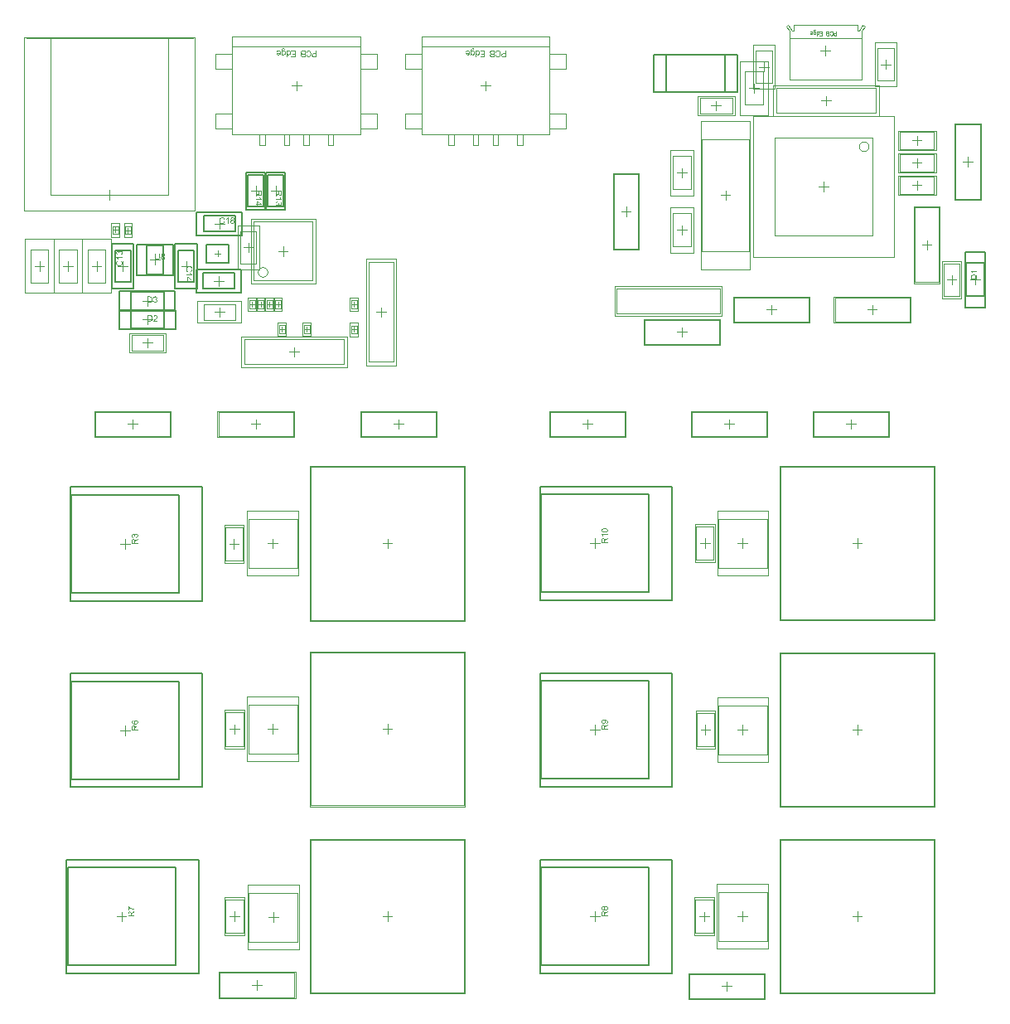
<source format=gm1>
G04*
G04 #@! TF.GenerationSoftware,Altium Limited,Altium Designer,21.0.8 (223)*
G04*
G04 Layer_Color=16711935*
%FSLAX25Y25*%
%MOIN*%
G70*
G04*
G04 #@! TF.SameCoordinates,0C819516-2B0F-4561-8A23-745D184D752D*
G04*
G04*
G04 #@! TF.FilePolarity,Positive*
G04*
G01*
G75*
%ADD13C,0.00500*%
%ADD14C,0.00787*%
%ADD16C,0.00394*%
%ADD17C,0.00300*%
%ADD18C,0.00200*%
%ADD19C,0.00197*%
G36*
X151662Y395814D02*
X151709Y395807D01*
X151767Y395796D01*
X151833Y395777D01*
X151898Y395756D01*
X151964Y395726D01*
X151967D01*
X151971Y395723D01*
X151993Y395712D01*
X152025Y395690D01*
X152062Y395665D01*
X152106Y395628D01*
X152149Y395588D01*
X152193Y395541D01*
X152229Y395486D01*
X152233Y395479D01*
X152244Y395461D01*
X152259Y395428D01*
X152277Y395388D01*
X152295Y395341D01*
X152309Y395286D01*
X152320Y395224D01*
X152324Y395162D01*
Y395155D01*
Y395133D01*
X152320Y395104D01*
X152313Y395064D01*
X152302Y395017D01*
X152284Y394966D01*
X152262Y394915D01*
X152233Y394864D01*
X152229Y394857D01*
X152218Y394842D01*
X152197Y394816D01*
X152167Y394787D01*
X152131Y394755D01*
X152087Y394718D01*
X152036Y394685D01*
X151975Y394653D01*
X151978D01*
X151986Y394649D01*
X151996Y394645D01*
X152011Y394642D01*
X152051Y394627D01*
X152102Y394605D01*
X152160Y394576D01*
X152218Y394540D01*
X152273Y394493D01*
X152324Y394438D01*
X152328Y394431D01*
X152342Y394409D01*
X152364Y394372D01*
X152386Y394325D01*
X152408Y394267D01*
X152430Y394198D01*
X152444Y394118D01*
X152448Y394030D01*
Y394027D01*
Y394016D01*
Y393998D01*
X152444Y393976D01*
X152441Y393947D01*
X152433Y393914D01*
X152426Y393877D01*
X152419Y393837D01*
X152390Y393750D01*
X152368Y393703D01*
X152346Y393659D01*
X152317Y393612D01*
X152284Y393564D01*
X152248Y393517D01*
X152204Y393473D01*
X152200Y393470D01*
X152193Y393462D01*
X152178Y393451D01*
X152160Y393437D01*
X152138Y393419D01*
X152109Y393401D01*
X152076Y393379D01*
X152036Y393360D01*
X151996Y393339D01*
X151949Y393317D01*
X151902Y393299D01*
X151847Y393280D01*
X151789Y393266D01*
X151727Y393255D01*
X151665Y393248D01*
X151596Y393244D01*
X151563D01*
X151541Y393248D01*
X151512Y393251D01*
X151479Y393255D01*
X151443Y393262D01*
X151403Y393269D01*
X151316Y393291D01*
X151225Y393328D01*
X151177Y393350D01*
X151134Y393375D01*
X151090Y393408D01*
X151046Y393441D01*
X151043Y393444D01*
X151035Y393451D01*
X151024Y393462D01*
X151014Y393477D01*
X150995Y393495D01*
X150977Y393521D01*
X150955Y393546D01*
X150934Y393579D01*
X150912Y393615D01*
X150890Y393652D01*
X150850Y393739D01*
X150817Y393841D01*
X150806Y393896D01*
X150799Y393954D01*
X151108Y393994D01*
Y393990D01*
X151112Y393983D01*
X151116Y393968D01*
X151119Y393950D01*
X151123Y393928D01*
X151130Y393903D01*
X151148Y393848D01*
X151174Y393783D01*
X151207Y393721D01*
X151243Y393663D01*
X151287Y393612D01*
X151294Y393608D01*
X151308Y393593D01*
X151338Y393575D01*
X151374Y393557D01*
X151418Y393535D01*
X151472Y393517D01*
X151534Y393502D01*
X151600Y393499D01*
X151621D01*
X151636Y393502D01*
X151676Y393506D01*
X151727Y393517D01*
X151785Y393535D01*
X151847Y393561D01*
X151909Y393597D01*
X151967Y393648D01*
X151975Y393655D01*
X151993Y393677D01*
X152015Y393710D01*
X152044Y393754D01*
X152073Y393808D01*
X152095Y393870D01*
X152113Y393943D01*
X152120Y394023D01*
Y394027D01*
Y394034D01*
Y394045D01*
X152117Y394059D01*
X152113Y394099D01*
X152102Y394147D01*
X152087Y394205D01*
X152062Y394263D01*
X152025Y394321D01*
X151978Y394376D01*
X151971Y394383D01*
X151953Y394398D01*
X151924Y394420D01*
X151884Y394445D01*
X151833Y394471D01*
X151771Y394493D01*
X151702Y394507D01*
X151625Y394514D01*
X151592D01*
X151567Y394511D01*
X151534Y394507D01*
X151498Y394500D01*
X151454Y394493D01*
X151407Y394482D01*
X151443Y394755D01*
X151461D01*
X151476Y394751D01*
X151523D01*
X151563Y394758D01*
X151611Y394765D01*
X151665Y394777D01*
X151727Y394795D01*
X151785Y394820D01*
X151847Y394853D01*
X151851D01*
X151854Y394857D01*
X151873Y394871D01*
X151898Y394897D01*
X151927Y394929D01*
X151956Y394977D01*
X151982Y395031D01*
X152000Y395093D01*
X152007Y395129D01*
Y395170D01*
Y395173D01*
Y395177D01*
Y395199D01*
X152000Y395228D01*
X151993Y395268D01*
X151978Y395311D01*
X151960Y395359D01*
X151931Y395406D01*
X151891Y395450D01*
X151887Y395454D01*
X151869Y395468D01*
X151844Y395486D01*
X151811Y395508D01*
X151767Y395526D01*
X151716Y395545D01*
X151658Y395559D01*
X151592Y395563D01*
X151563D01*
X151531Y395555D01*
X151487Y395548D01*
X151439Y395534D01*
X151392Y395515D01*
X151341Y395486D01*
X151294Y395450D01*
X151290Y395446D01*
X151276Y395428D01*
X151254Y395403D01*
X151228Y395366D01*
X151203Y395319D01*
X151177Y395261D01*
X151156Y395191D01*
X151141Y395111D01*
X150832Y395166D01*
Y395170D01*
X150835Y395181D01*
X150839Y395195D01*
X150842Y395217D01*
X150850Y395242D01*
X150861Y395271D01*
X150883Y395341D01*
X150919Y395421D01*
X150963Y395501D01*
X151017Y395577D01*
X151086Y395646D01*
X151090Y395650D01*
X151097Y395654D01*
X151108Y395661D01*
X151123Y395672D01*
X151141Y395687D01*
X151166Y395701D01*
X151192Y395716D01*
X151225Y395734D01*
X151297Y395763D01*
X151381Y395792D01*
X151479Y395810D01*
X151531Y395817D01*
X151621D01*
X151662Y395814D01*
D02*
G37*
G36*
X149416Y395803D02*
X149488Y395799D01*
X149561Y395792D01*
X149634Y395781D01*
X149696Y395770D01*
X149700D01*
X149707Y395766D01*
X149718D01*
X149732Y395759D01*
X149772Y395748D01*
X149823Y395730D01*
X149882Y395705D01*
X149943Y395672D01*
X150005Y395636D01*
X150064Y395588D01*
X150067Y395585D01*
X150071Y395581D01*
X150082Y395570D01*
X150096Y395559D01*
X150133Y395523D01*
X150176Y395472D01*
X150224Y395410D01*
X150275Y395337D01*
X150322Y395253D01*
X150362Y395159D01*
Y395155D01*
X150366Y395148D01*
X150373Y395133D01*
X150377Y395111D01*
X150388Y395086D01*
X150395Y395057D01*
X150402Y395024D01*
X150413Y394984D01*
X150424Y394944D01*
X150431Y394897D01*
X150449Y394795D01*
X150460Y394682D01*
X150464Y394558D01*
Y394554D01*
Y394547D01*
Y394529D01*
Y394511D01*
X150460Y394485D01*
Y394456D01*
X150457Y394387D01*
X150446Y394307D01*
X150435Y394223D01*
X150417Y394136D01*
X150395Y394049D01*
Y394045D01*
X150391Y394038D01*
X150388Y394027D01*
X150384Y394012D01*
X150369Y393972D01*
X150347Y393921D01*
X150326Y393863D01*
X150296Y393805D01*
X150260Y393743D01*
X150224Y393685D01*
X150220Y393677D01*
X150206Y393659D01*
X150184Y393634D01*
X150155Y393601D01*
X150122Y393564D01*
X150082Y393528D01*
X150042Y393488D01*
X149994Y393455D01*
X149987Y393451D01*
X149973Y393441D01*
X149947Y393426D01*
X149911Y393408D01*
X149867Y393386D01*
X149816Y393368D01*
X149758Y393346D01*
X149692Y393328D01*
X149685D01*
X149674Y393324D01*
X149663Y393320D01*
X149627Y393317D01*
X149576Y393309D01*
X149518Y393302D01*
X149448Y393295D01*
X149372Y393291D01*
X149288Y393288D01*
X148382D01*
Y395807D01*
X149350D01*
X149416Y395803D01*
D02*
G37*
G36*
X151809Y388285D02*
X151838Y388281D01*
X151874Y388278D01*
X151914Y388270D01*
X151954Y388263D01*
X152049Y388238D01*
X152144Y388201D01*
X152191Y388179D01*
X152238Y388154D01*
X152282Y388121D01*
X152322Y388085D01*
X152326Y388081D01*
X152333Y388078D01*
X152340Y388063D01*
X152355Y388048D01*
X152373Y388030D01*
X152391Y388005D01*
X152409Y387979D01*
X152431Y387947D01*
X152468Y387877D01*
X152504Y387790D01*
X152519Y387746D01*
X152526Y387695D01*
X152533Y387644D01*
X152537Y387590D01*
Y387582D01*
Y387564D01*
X152533Y387535D01*
X152530Y387495D01*
X152522Y387452D01*
X152508Y387401D01*
X152493Y387346D01*
X152471Y387291D01*
X152468Y387284D01*
X152460Y387266D01*
X152446Y387237D01*
X152424Y387197D01*
X152395Y387153D01*
X152358Y387098D01*
X152315Y387044D01*
X152264Y386982D01*
X152257Y386975D01*
X152238Y386953D01*
X152220Y386935D01*
X152202Y386916D01*
X152180Y386895D01*
X152151Y386865D01*
X152122Y386836D01*
X152085Y386804D01*
X152049Y386767D01*
X152005Y386727D01*
X151958Y386687D01*
X151907Y386640D01*
X151849Y386592D01*
X151791Y386542D01*
X151787Y386538D01*
X151780Y386531D01*
X151765Y386520D01*
X151747Y386505D01*
X151725Y386483D01*
X151700Y386461D01*
X151641Y386414D01*
X151579Y386360D01*
X151521Y386305D01*
X151470Y386258D01*
X151448Y386239D01*
X151430Y386221D01*
X151427Y386217D01*
X151416Y386207D01*
X151401Y386192D01*
X151383Y386170D01*
X151365Y386145D01*
X151343Y386119D01*
X151299Y386057D01*
X152540D01*
Y385759D01*
X150870D01*
Y385763D01*
Y385777D01*
Y385799D01*
X150873Y385828D01*
X150877Y385861D01*
X150884Y385897D01*
X150891Y385934D01*
X150906Y385974D01*
Y385977D01*
X150910Y385981D01*
X150917Y386003D01*
X150932Y386035D01*
X150953Y386079D01*
X150982Y386130D01*
X151019Y386188D01*
X151059Y386247D01*
X151110Y386309D01*
Y386312D01*
X151117Y386316D01*
X151135Y386338D01*
X151168Y386370D01*
X151215Y386418D01*
X151270Y386472D01*
X151339Y386538D01*
X151423Y386611D01*
X151514Y386687D01*
X151518Y386691D01*
X151532Y386702D01*
X151554Y386720D01*
X151579Y386742D01*
X151612Y386771D01*
X151652Y386804D01*
X151692Y386840D01*
X151740Y386880D01*
X151831Y386967D01*
X151922Y387055D01*
X151965Y387098D01*
X152005Y387142D01*
X152042Y387182D01*
X152071Y387222D01*
Y387226D01*
X152078Y387229D01*
X152085Y387240D01*
X152093Y387255D01*
X152118Y387295D01*
X152147Y387342D01*
X152173Y387401D01*
X152198Y387462D01*
X152213Y387532D01*
X152220Y387597D01*
Y387601D01*
Y387604D01*
X152216Y387626D01*
X152213Y387663D01*
X152202Y387703D01*
X152187Y387754D01*
X152162Y387805D01*
X152129Y387856D01*
X152085Y387907D01*
X152078Y387914D01*
X152060Y387928D01*
X152034Y387947D01*
X151994Y387972D01*
X151943Y387994D01*
X151885Y388016D01*
X151816Y388030D01*
X151740Y388034D01*
X151718D01*
X151703Y388030D01*
X151660Y388027D01*
X151609Y388016D01*
X151554Y388001D01*
X151492Y387976D01*
X151434Y387943D01*
X151379Y387899D01*
X151372Y387892D01*
X151357Y387874D01*
X151336Y387845D01*
X151314Y387801D01*
X151288Y387750D01*
X151266Y387684D01*
X151252Y387612D01*
X151245Y387528D01*
X150928Y387561D01*
Y387564D01*
X150932Y387575D01*
Y387593D01*
X150935Y387619D01*
X150942Y387648D01*
X150950Y387681D01*
X150961Y387721D01*
X150972Y387761D01*
X151001Y387848D01*
X151044Y387936D01*
X151070Y387979D01*
X151103Y388023D01*
X151135Y388063D01*
X151172Y388099D01*
X151175Y388103D01*
X151183Y388107D01*
X151194Y388118D01*
X151212Y388128D01*
X151234Y388143D01*
X151259Y388158D01*
X151288Y388176D01*
X151325Y388194D01*
X151365Y388212D01*
X151408Y388230D01*
X151456Y388245D01*
X151507Y388260D01*
X151561Y388270D01*
X151620Y388281D01*
X151681Y388285D01*
X151747Y388289D01*
X151783D01*
X151809Y388285D01*
D02*
G37*
G36*
X149534Y388274D02*
X149607Y388270D01*
X149679Y388263D01*
X149752Y388252D01*
X149814Y388241D01*
X149818D01*
X149825Y388238D01*
X149836D01*
X149850Y388230D01*
X149890Y388219D01*
X149941Y388201D01*
X150000Y388176D01*
X150062Y388143D01*
X150123Y388107D01*
X150182Y388059D01*
X150185Y388056D01*
X150189Y388052D01*
X150200Y388041D01*
X150214Y388030D01*
X150251Y387994D01*
X150294Y387943D01*
X150342Y387881D01*
X150393Y387808D01*
X150440Y387724D01*
X150480Y387630D01*
Y387626D01*
X150484Y387619D01*
X150491Y387604D01*
X150495Y387582D01*
X150506Y387557D01*
X150513Y387528D01*
X150520Y387495D01*
X150531Y387455D01*
X150542Y387415D01*
X150549Y387368D01*
X150567Y387266D01*
X150578Y387153D01*
X150582Y387029D01*
Y387026D01*
Y387018D01*
Y387000D01*
Y386982D01*
X150578Y386956D01*
Y386927D01*
X150575Y386858D01*
X150564Y386778D01*
X150553Y386694D01*
X150535Y386607D01*
X150513Y386520D01*
Y386516D01*
X150509Y386509D01*
X150506Y386498D01*
X150502Y386483D01*
X150487Y386443D01*
X150466Y386392D01*
X150444Y386334D01*
X150415Y386276D01*
X150378Y386214D01*
X150342Y386156D01*
X150338Y386148D01*
X150324Y386130D01*
X150302Y386105D01*
X150273Y386072D01*
X150240Y386035D01*
X150200Y385999D01*
X150160Y385959D01*
X150112Y385926D01*
X150105Y385923D01*
X150091Y385912D01*
X150065Y385897D01*
X150029Y385879D01*
X149985Y385857D01*
X149934Y385839D01*
X149876Y385817D01*
X149810Y385799D01*
X149803D01*
X149792Y385795D01*
X149781Y385792D01*
X149745Y385788D01*
X149694Y385781D01*
X149636Y385773D01*
X149566Y385766D01*
X149490Y385763D01*
X149406Y385759D01*
X148500D01*
Y388278D01*
X149468D01*
X149534Y388274D01*
D02*
G37*
G36*
X482241Y405769D02*
X480272D01*
X480275Y405765D01*
X480290Y405747D01*
X480312Y405725D01*
X480337Y405689D01*
X480370Y405649D01*
X480407Y405598D01*
X480447Y405539D01*
X480487Y405474D01*
Y405470D01*
X480490Y405467D01*
X480505Y405445D01*
X480523Y405408D01*
X480545Y405365D01*
X480570Y405314D01*
X480596Y405259D01*
X480621Y405204D01*
X480643Y405150D01*
X480345D01*
Y405154D01*
X480337Y405161D01*
X480334Y405175D01*
X480323Y405194D01*
X480312Y405215D01*
X480297Y405241D01*
X480261Y405303D01*
X480221Y405376D01*
X480170Y405448D01*
X480112Y405525D01*
X480050Y405601D01*
X480046Y405605D01*
X480043Y405609D01*
X480032Y405619D01*
X480021Y405634D01*
X479984Y405667D01*
X479941Y405711D01*
X479890Y405754D01*
X479831Y405801D01*
X479773Y405841D01*
X479711Y405878D01*
Y406078D01*
X482241D01*
Y405769D01*
D02*
G37*
G36*
X481044Y404578D02*
X481073D01*
X481142Y404575D01*
X481222Y404564D01*
X481306Y404553D01*
X481393Y404535D01*
X481480Y404513D01*
X481484D01*
X481491Y404509D01*
X481502Y404506D01*
X481517Y404502D01*
X481557Y404487D01*
X481608Y404466D01*
X481666Y404444D01*
X481724Y404415D01*
X481786Y404378D01*
X481844Y404342D01*
X481852Y404338D01*
X481870Y404324D01*
X481895Y404302D01*
X481928Y404273D01*
X481964Y404240D01*
X482001Y404200D01*
X482041Y404160D01*
X482074Y404112D01*
X482077Y404105D01*
X482088Y404091D01*
X482103Y404065D01*
X482121Y404029D01*
X482143Y403985D01*
X482161Y403934D01*
X482183Y403876D01*
X482201Y403810D01*
Y403803D01*
X482205Y403792D01*
X482208Y403781D01*
X482212Y403745D01*
X482219Y403694D01*
X482227Y403636D01*
X482234Y403567D01*
X482237Y403490D01*
X482241Y403406D01*
Y402500D01*
X479722D01*
Y403468D01*
X479726Y403534D01*
X479730Y403607D01*
X479737Y403679D01*
X479748Y403752D01*
X479759Y403814D01*
Y403818D01*
X479762Y403825D01*
Y403836D01*
X479770Y403850D01*
X479780Y403891D01*
X479799Y403941D01*
X479824Y404000D01*
X479857Y404062D01*
X479893Y404123D01*
X479941Y404182D01*
X479944Y404185D01*
X479948Y404189D01*
X479959Y404200D01*
X479970Y404214D01*
X480006Y404251D01*
X480057Y404294D01*
X480119Y404342D01*
X480192Y404393D01*
X480275Y404440D01*
X480370Y404480D01*
X480374D01*
X480381Y404484D01*
X480396Y404491D01*
X480417Y404495D01*
X480443Y404506D01*
X480472Y404513D01*
X480505Y404520D01*
X480545Y404531D01*
X480585Y404542D01*
X480632Y404549D01*
X480734Y404567D01*
X480847Y404578D01*
X480971Y404582D01*
X480974D01*
X480982D01*
X481000D01*
X481018D01*
X481044Y404578D01*
D02*
G37*
G36*
X194519Y437052D02*
X194515Y437023D01*
Y436990D01*
X194512Y436914D01*
X194501Y436834D01*
X194490Y436747D01*
X194472Y436667D01*
X194461Y436626D01*
X194450Y436594D01*
Y436590D01*
X194446Y436587D01*
X194435Y436565D01*
X194421Y436532D01*
X194395Y436492D01*
X194362Y436448D01*
X194319Y436401D01*
X194268Y436357D01*
X194209Y436313D01*
X194206D01*
X194202Y436310D01*
X194180Y436295D01*
X194144Y436281D01*
X194097Y436259D01*
X194042Y436241D01*
X193976Y436223D01*
X193907Y436211D01*
X193831Y436208D01*
X193827D01*
X193820D01*
X193805D01*
X193787Y436211D01*
X193762D01*
X193736Y436215D01*
X193674Y436230D01*
X193602Y436252D01*
X193525Y436281D01*
X193449Y436324D01*
X193412Y436353D01*
X193376Y436383D01*
X193372Y436386D01*
X193369Y436390D01*
X193358Y436401D01*
X193347Y436415D01*
X193332Y436434D01*
X193318Y436455D01*
X193299Y436485D01*
X193278Y436514D01*
X193259Y436550D01*
X193241Y436590D01*
X193219Y436634D01*
X193201Y436681D01*
X193187Y436736D01*
X193168Y436790D01*
X193157Y436852D01*
X193147Y436918D01*
X193143Y436910D01*
X193136Y436896D01*
X193121Y436874D01*
X193106Y436845D01*
X193067Y436779D01*
X193041Y436747D01*
X193019Y436718D01*
X193012Y436710D01*
X192994Y436692D01*
X192965Y436663D01*
X192928Y436626D01*
X192877Y436587D01*
X192823Y436539D01*
X192757Y436492D01*
X192684Y436441D01*
X192000Y436008D01*
Y436423D01*
X192524Y436754D01*
X192528D01*
X192535Y436761D01*
X192546Y436768D01*
X192561Y436779D01*
X192601Y436805D01*
X192651Y436838D01*
X192706Y436878D01*
X192764Y436918D01*
X192819Y436958D01*
X192870Y436994D01*
X192874Y436998D01*
X192888Y437009D01*
X192910Y437027D01*
X192935Y437052D01*
X192990Y437107D01*
X193016Y437136D01*
X193037Y437165D01*
X193041Y437169D01*
X193045Y437176D01*
X193052Y437191D01*
X193063Y437213D01*
X193074Y437234D01*
X193085Y437260D01*
X193103Y437318D01*
Y437322D01*
X193106Y437329D01*
Y437344D01*
X193110Y437362D01*
X193114Y437387D01*
Y437416D01*
X193117Y437456D01*
Y437886D01*
X192000D01*
Y438221D01*
X194519D01*
Y437052D01*
D02*
G37*
G36*
X193896Y435571D02*
X193904Y435564D01*
X193907Y435549D01*
X193918Y435531D01*
X193929Y435509D01*
X193944Y435484D01*
X193980Y435422D01*
X194020Y435349D01*
X194071Y435276D01*
X194129Y435200D01*
X194191Y435123D01*
X194195Y435119D01*
X194199Y435116D01*
X194209Y435105D01*
X194220Y435090D01*
X194257Y435058D01*
X194300Y435014D01*
X194351Y434970D01*
X194410Y434923D01*
X194468Y434883D01*
X194530Y434847D01*
Y434646D01*
X192000D01*
Y434956D01*
X193969D01*
X193966Y434959D01*
X193951Y434978D01*
X193929Y434999D01*
X193904Y435036D01*
X193871Y435076D01*
X193834Y435127D01*
X193795Y435185D01*
X193754Y435251D01*
Y435254D01*
X193751Y435258D01*
X193736Y435280D01*
X193718Y435316D01*
X193696Y435360D01*
X193671Y435411D01*
X193645Y435465D01*
X193620Y435520D01*
X193598Y435574D01*
X193896D01*
Y435571D01*
D02*
G37*
G36*
X194519Y432804D02*
Y432553D01*
X192888D01*
Y432211D01*
X192604D01*
Y432553D01*
X192000D01*
Y432863D01*
X192604D01*
Y433958D01*
X192888D01*
X194519Y432804D01*
D02*
G37*
G36*
X202562Y437052D02*
X202559Y437023D01*
Y436990D01*
X202555Y436914D01*
X202544Y436834D01*
X202533Y436747D01*
X202515Y436667D01*
X202504Y436626D01*
X202493Y436594D01*
Y436590D01*
X202490Y436587D01*
X202479Y436565D01*
X202464Y436532D01*
X202439Y436492D01*
X202406Y436448D01*
X202362Y436401D01*
X202311Y436357D01*
X202253Y436313D01*
X202250D01*
X202246Y436310D01*
X202224Y436295D01*
X202188Y436281D01*
X202140Y436259D01*
X202086Y436241D01*
X202020Y436223D01*
X201951Y436211D01*
X201874Y436208D01*
X201871D01*
X201864D01*
X201849D01*
X201831Y436211D01*
X201805D01*
X201780Y436215D01*
X201718Y436230D01*
X201645Y436252D01*
X201569Y436281D01*
X201492Y436324D01*
X201456Y436353D01*
X201420Y436383D01*
X201416Y436386D01*
X201412Y436390D01*
X201401Y436401D01*
X201390Y436415D01*
X201376Y436434D01*
X201361Y436455D01*
X201343Y436485D01*
X201321Y436514D01*
X201303Y436550D01*
X201285Y436590D01*
X201263Y436634D01*
X201245Y436681D01*
X201230Y436736D01*
X201212Y436790D01*
X201201Y436852D01*
X201190Y436918D01*
X201187Y436910D01*
X201179Y436896D01*
X201165Y436874D01*
X201150Y436845D01*
X201110Y436779D01*
X201085Y436747D01*
X201063Y436718D01*
X201056Y436710D01*
X201037Y436692D01*
X201008Y436663D01*
X200972Y436626D01*
X200921Y436587D01*
X200866Y436539D01*
X200801Y436492D01*
X200728Y436441D01*
X200044Y436008D01*
Y436423D01*
X200568Y436754D01*
X200571D01*
X200579Y436761D01*
X200590Y436768D01*
X200604Y436779D01*
X200644Y436805D01*
X200695Y436838D01*
X200750Y436878D01*
X200808Y436918D01*
X200863Y436958D01*
X200914Y436994D01*
X200917Y436998D01*
X200932Y437009D01*
X200954Y437027D01*
X200979Y437052D01*
X201034Y437107D01*
X201059Y437136D01*
X201081Y437165D01*
X201085Y437169D01*
X201088Y437176D01*
X201096Y437191D01*
X201107Y437213D01*
X201117Y437234D01*
X201128Y437260D01*
X201147Y437318D01*
Y437322D01*
X201150Y437329D01*
Y437344D01*
X201154Y437362D01*
X201157Y437387D01*
Y437416D01*
X201161Y437456D01*
Y437886D01*
X200044D01*
Y438221D01*
X202562D01*
Y437052D01*
D02*
G37*
G36*
X201940Y435571D02*
X201947Y435564D01*
X201951Y435549D01*
X201962Y435531D01*
X201973Y435509D01*
X201987Y435484D01*
X202024Y435422D01*
X202064Y435349D01*
X202115Y435276D01*
X202173Y435200D01*
X202235Y435123D01*
X202239Y435119D01*
X202242Y435116D01*
X202253Y435105D01*
X202264Y435090D01*
X202300Y435058D01*
X202344Y435014D01*
X202395Y434970D01*
X202453Y434923D01*
X202512Y434883D01*
X202573Y434847D01*
Y434646D01*
X200044D01*
Y434956D01*
X202013D01*
X202009Y434959D01*
X201995Y434978D01*
X201973Y434999D01*
X201947Y435036D01*
X201915Y435076D01*
X201878Y435127D01*
X201838Y435185D01*
X201798Y435251D01*
Y435254D01*
X201795Y435258D01*
X201780Y435280D01*
X201762Y435316D01*
X201740Y435360D01*
X201714Y435411D01*
X201689Y435465D01*
X201663Y435520D01*
X201642Y435574D01*
X201940D01*
Y435571D01*
D02*
G37*
G36*
X200750Y433540D02*
X200746D01*
X200739Y433536D01*
X200724Y433532D01*
X200706Y433529D01*
X200684Y433525D01*
X200659Y433518D01*
X200604Y433500D01*
X200539Y433474D01*
X200477Y433441D01*
X200419Y433405D01*
X200368Y433361D01*
X200364Y433354D01*
X200349Y433340D01*
X200331Y433311D01*
X200313Y433274D01*
X200291Y433230D01*
X200273Y433176D01*
X200258Y433114D01*
X200255Y433048D01*
Y433027D01*
X200258Y433012D01*
X200262Y432972D01*
X200273Y432921D01*
X200291Y432863D01*
X200317Y432801D01*
X200353Y432739D01*
X200404Y432681D01*
X200411Y432674D01*
X200433Y432655D01*
X200466Y432633D01*
X200510Y432604D01*
X200564Y432575D01*
X200626Y432553D01*
X200699Y432535D01*
X200779Y432528D01*
X200782D01*
X200790D01*
X200801D01*
X200815Y432531D01*
X200855Y432535D01*
X200903Y432546D01*
X200961Y432561D01*
X201019Y432586D01*
X201077Y432622D01*
X201132Y432670D01*
X201139Y432677D01*
X201154Y432695D01*
X201176Y432724D01*
X201201Y432764D01*
X201227Y432815D01*
X201249Y432877D01*
X201263Y432946D01*
X201270Y433023D01*
Y433056D01*
X201267Y433081D01*
X201263Y433114D01*
X201256Y433150D01*
X201249Y433194D01*
X201238Y433241D01*
X201511Y433205D01*
Y433187D01*
X201507Y433172D01*
Y433125D01*
X201514Y433085D01*
X201521Y433038D01*
X201532Y432983D01*
X201551Y432921D01*
X201576Y432863D01*
X201609Y432801D01*
Y432797D01*
X201612Y432794D01*
X201627Y432775D01*
X201653Y432750D01*
X201685Y432721D01*
X201733Y432692D01*
X201787Y432666D01*
X201849Y432648D01*
X201886Y432641D01*
X201925D01*
X201929D01*
X201933D01*
X201955D01*
X201984Y432648D01*
X202024Y432655D01*
X202067Y432670D01*
X202115Y432688D01*
X202162Y432717D01*
X202206Y432757D01*
X202209Y432761D01*
X202224Y432779D01*
X202242Y432804D01*
X202264Y432837D01*
X202282Y432881D01*
X202300Y432932D01*
X202315Y432990D01*
X202319Y433056D01*
Y433085D01*
X202311Y433118D01*
X202304Y433161D01*
X202290Y433209D01*
X202271Y433256D01*
X202242Y433307D01*
X202206Y433354D01*
X202202Y433358D01*
X202184Y433372D01*
X202158Y433394D01*
X202122Y433420D01*
X202075Y433445D01*
X202016Y433471D01*
X201947Y433493D01*
X201867Y433507D01*
X201922Y433816D01*
X201925D01*
X201936Y433813D01*
X201951Y433809D01*
X201973Y433806D01*
X201998Y433798D01*
X202027Y433787D01*
X202097Y433766D01*
X202177Y433729D01*
X202257Y433685D01*
X202333Y433631D01*
X202402Y433562D01*
X202406Y433558D01*
X202410Y433551D01*
X202417Y433540D01*
X202428Y433525D01*
X202442Y433507D01*
X202457Y433482D01*
X202471Y433456D01*
X202490Y433423D01*
X202519Y433351D01*
X202548Y433267D01*
X202566Y433169D01*
X202573Y433118D01*
Y433027D01*
X202570Y432986D01*
X202562Y432939D01*
X202552Y432881D01*
X202533Y432815D01*
X202512Y432750D01*
X202482Y432684D01*
Y432681D01*
X202479Y432677D01*
X202468Y432655D01*
X202446Y432622D01*
X202421Y432586D01*
X202384Y432542D01*
X202344Y432499D01*
X202297Y432455D01*
X202242Y432419D01*
X202235Y432415D01*
X202217Y432404D01*
X202184Y432389D01*
X202144Y432371D01*
X202097Y432353D01*
X202042Y432339D01*
X201980Y432328D01*
X201918Y432324D01*
X201911D01*
X201889D01*
X201860Y432328D01*
X201820Y432335D01*
X201773Y432346D01*
X201722Y432364D01*
X201671Y432386D01*
X201620Y432415D01*
X201612Y432419D01*
X201598Y432430D01*
X201572Y432451D01*
X201543Y432481D01*
X201511Y432517D01*
X201474Y432561D01*
X201441Y432612D01*
X201409Y432674D01*
Y432670D01*
X201405Y432663D01*
X201401Y432652D01*
X201398Y432637D01*
X201383Y432597D01*
X201361Y432546D01*
X201332Y432488D01*
X201296Y432430D01*
X201249Y432375D01*
X201194Y432324D01*
X201187Y432320D01*
X201165Y432306D01*
X201128Y432284D01*
X201081Y432262D01*
X201023Y432240D01*
X200954Y432219D01*
X200874Y432204D01*
X200786Y432200D01*
X200782D01*
X200772D01*
X200753D01*
X200732Y432204D01*
X200703Y432207D01*
X200670Y432215D01*
X200633Y432222D01*
X200593Y432229D01*
X200506Y432259D01*
X200459Y432280D01*
X200415Y432302D01*
X200368Y432331D01*
X200320Y432364D01*
X200273Y432401D01*
X200229Y432444D01*
X200226Y432448D01*
X200218Y432455D01*
X200207Y432470D01*
X200193Y432488D01*
X200175Y432510D01*
X200156Y432539D01*
X200135Y432572D01*
X200116Y432612D01*
X200095Y432652D01*
X200073Y432699D01*
X200055Y432746D01*
X200036Y432801D01*
X200022Y432859D01*
X200011Y432921D01*
X200004Y432983D01*
X200000Y433052D01*
Y433085D01*
X200004Y433107D01*
X200007Y433136D01*
X200011Y433169D01*
X200018Y433205D01*
X200025Y433245D01*
X200047Y433332D01*
X200084Y433423D01*
X200106Y433471D01*
X200131Y433514D01*
X200164Y433558D01*
X200197Y433602D01*
X200200Y433605D01*
X200207Y433613D01*
X200218Y433624D01*
X200233Y433634D01*
X200251Y433653D01*
X200277Y433671D01*
X200302Y433693D01*
X200335Y433714D01*
X200371Y433736D01*
X200408Y433758D01*
X200495Y433798D01*
X200597Y433831D01*
X200652Y433842D01*
X200710Y433849D01*
X200750Y433540D01*
D02*
G37*
G36*
X137768Y414119D02*
X137797Y414115D01*
X137830Y414108D01*
X137867Y414101D01*
X137907Y414093D01*
X137994Y414064D01*
X138041Y414042D01*
X138085Y414020D01*
X138132Y413991D01*
X138180Y413959D01*
X138227Y413922D01*
X138271Y413878D01*
X138274Y413875D01*
X138282Y413868D01*
X138293Y413853D01*
X138307Y413835D01*
X138325Y413813D01*
X138344Y413784D01*
X138365Y413751D01*
X138383Y413711D01*
X138405Y413671D01*
X138427Y413624D01*
X138445Y413576D01*
X138464Y413522D01*
X138478Y413464D01*
X138489Y413402D01*
X138496Y413340D01*
X138500Y413271D01*
Y413238D01*
X138496Y413216D01*
X138493Y413187D01*
X138489Y413154D01*
X138482Y413118D01*
X138475Y413078D01*
X138453Y412990D01*
X138416Y412899D01*
X138394Y412852D01*
X138369Y412808D01*
X138336Y412765D01*
X138303Y412721D01*
X138300Y412717D01*
X138293Y412710D01*
X138282Y412699D01*
X138267Y412688D01*
X138249Y412670D01*
X138223Y412652D01*
X138198Y412630D01*
X138165Y412608D01*
X138129Y412586D01*
X138092Y412565D01*
X138005Y412525D01*
X137903Y412492D01*
X137848Y412481D01*
X137790Y412473D01*
X137750Y412783D01*
X137754D01*
X137761Y412786D01*
X137776Y412790D01*
X137794Y412794D01*
X137816Y412797D01*
X137841Y412805D01*
X137896Y412823D01*
X137961Y412848D01*
X138023Y412881D01*
X138081Y412918D01*
X138132Y412961D01*
X138136Y412968D01*
X138151Y412983D01*
X138169Y413012D01*
X138187Y413049D01*
X138209Y413092D01*
X138227Y413147D01*
X138242Y413209D01*
X138245Y413274D01*
Y413296D01*
X138242Y413311D01*
X138238Y413351D01*
X138227Y413402D01*
X138209Y413460D01*
X138183Y413522D01*
X138147Y413584D01*
X138096Y413642D01*
X138089Y413649D01*
X138067Y413667D01*
X138034Y413689D01*
X137990Y413718D01*
X137936Y413748D01*
X137874Y413769D01*
X137801Y413788D01*
X137721Y413795D01*
X137717D01*
X137710D01*
X137699D01*
X137685Y413791D01*
X137645Y413788D01*
X137597Y413777D01*
X137539Y413762D01*
X137481Y413737D01*
X137423Y413700D01*
X137368Y413653D01*
X137361Y413646D01*
X137346Y413627D01*
X137324Y413598D01*
X137299Y413558D01*
X137273Y413507D01*
X137251Y413445D01*
X137237Y413376D01*
X137230Y413300D01*
Y413267D01*
X137233Y413242D01*
X137237Y413209D01*
X137244Y413172D01*
X137251Y413129D01*
X137262Y413081D01*
X136989Y413118D01*
Y413136D01*
X136993Y413151D01*
Y413198D01*
X136986Y413238D01*
X136978Y413285D01*
X136968Y413340D01*
X136949Y413402D01*
X136924Y413460D01*
X136891Y413522D01*
Y413525D01*
X136888Y413529D01*
X136873Y413547D01*
X136847Y413573D01*
X136815Y413602D01*
X136767Y413631D01*
X136713Y413657D01*
X136651Y413675D01*
X136615Y413682D01*
X136574D01*
X136571D01*
X136567D01*
X136545D01*
X136516Y413675D01*
X136476Y413667D01*
X136433Y413653D01*
X136385Y413635D01*
X136338Y413606D01*
X136294Y413565D01*
X136291Y413562D01*
X136276Y413544D01*
X136258Y413518D01*
X136236Y413485D01*
X136218Y413442D01*
X136199Y413391D01*
X136185Y413333D01*
X136181Y413267D01*
Y413238D01*
X136189Y413205D01*
X136196Y413162D01*
X136211Y413114D01*
X136229Y413067D01*
X136258Y413016D01*
X136294Y412968D01*
X136298Y412965D01*
X136316Y412950D01*
X136342Y412928D01*
X136378Y412903D01*
X136425Y412878D01*
X136484Y412852D01*
X136553Y412830D01*
X136633Y412816D01*
X136578Y412506D01*
X136574D01*
X136564Y412510D01*
X136549Y412514D01*
X136527Y412517D01*
X136502Y412525D01*
X136473Y412535D01*
X136403Y412557D01*
X136323Y412594D01*
X136243Y412637D01*
X136167Y412692D01*
X136098Y412761D01*
X136094Y412765D01*
X136090Y412772D01*
X136083Y412783D01*
X136072Y412797D01*
X136058Y412816D01*
X136043Y412841D01*
X136029Y412867D01*
X136010Y412899D01*
X135981Y412972D01*
X135952Y413056D01*
X135934Y413154D01*
X135926Y413205D01*
Y413296D01*
X135930Y413336D01*
X135938Y413383D01*
X135948Y413442D01*
X135967Y413507D01*
X135988Y413573D01*
X136018Y413638D01*
Y413642D01*
X136021Y413646D01*
X136032Y413667D01*
X136054Y413700D01*
X136079Y413737D01*
X136116Y413780D01*
X136156Y413824D01*
X136203Y413868D01*
X136258Y413904D01*
X136265Y413908D01*
X136283Y413919D01*
X136316Y413933D01*
X136356Y413951D01*
X136403Y413970D01*
X136458Y413984D01*
X136520Y413995D01*
X136582Y413999D01*
X136589D01*
X136611D01*
X136640Y413995D01*
X136680Y413988D01*
X136727Y413977D01*
X136778Y413959D01*
X136829Y413937D01*
X136880Y413908D01*
X136888Y413904D01*
X136902Y413893D01*
X136927Y413871D01*
X136957Y413842D01*
X136989Y413806D01*
X137026Y413762D01*
X137059Y413711D01*
X137091Y413649D01*
Y413653D01*
X137095Y413660D01*
X137099Y413671D01*
X137102Y413686D01*
X137117Y413726D01*
X137139Y413777D01*
X137168Y413835D01*
X137204Y413893D01*
X137251Y413948D01*
X137306Y413999D01*
X137313Y414002D01*
X137335Y414017D01*
X137372Y414039D01*
X137419Y414060D01*
X137477Y414082D01*
X137546Y414104D01*
X137626Y414119D01*
X137714Y414122D01*
X137717D01*
X137728D01*
X137747D01*
X137768Y414119D01*
D02*
G37*
G36*
X138456Y411367D02*
X136487D01*
X136491Y411363D01*
X136505Y411345D01*
X136527Y411323D01*
X136553Y411287D01*
X136585Y411247D01*
X136622Y411196D01*
X136662Y411138D01*
X136702Y411072D01*
Y411068D01*
X136706Y411065D01*
X136720Y411043D01*
X136738Y411007D01*
X136760Y410963D01*
X136786Y410912D01*
X136811Y410857D01*
X136837Y410803D01*
X136858Y410748D01*
X136560D01*
Y410752D01*
X136553Y410759D01*
X136549Y410774D01*
X136538Y410792D01*
X136527Y410814D01*
X136513Y410839D01*
X136476Y410901D01*
X136436Y410974D01*
X136385Y411047D01*
X136327Y411123D01*
X136265Y411200D01*
X136261Y411203D01*
X136258Y411207D01*
X136247Y411218D01*
X136236Y411232D01*
X136199Y411265D01*
X136156Y411309D01*
X136105Y411352D01*
X136047Y411400D01*
X135988Y411440D01*
X135926Y411476D01*
Y411676D01*
X138456D01*
Y411367D01*
D02*
G37*
G36*
X137677Y410224D02*
X137699Y410217D01*
X137728Y410206D01*
X137761Y410195D01*
X137801Y410180D01*
X137845Y410162D01*
X137892Y410140D01*
X137994Y410089D01*
X138096Y410024D01*
X138147Y409984D01*
X138198Y409944D01*
X138242Y409900D01*
X138285Y409849D01*
X138289Y409845D01*
X138296Y409838D01*
X138303Y409820D01*
X138318Y409802D01*
X138336Y409773D01*
X138354Y409743D01*
X138373Y409703D01*
X138391Y409663D01*
X138413Y409616D01*
X138431Y409565D01*
X138449Y409511D01*
X138467Y409452D01*
X138482Y409390D01*
X138489Y409325D01*
X138496Y409256D01*
X138500Y409183D01*
Y409143D01*
X138496Y409114D01*
Y409081D01*
X138493Y409041D01*
X138486Y408997D01*
X138478Y408946D01*
X138460Y408841D01*
X138431Y408732D01*
X138391Y408622D01*
X138365Y408571D01*
X138336Y408521D01*
X138333Y408517D01*
X138329Y408509D01*
X138318Y408495D01*
X138303Y408480D01*
X138289Y408459D01*
X138267Y408433D01*
X138242Y408404D01*
X138213Y408375D01*
X138180Y408346D01*
X138147Y408313D01*
X138063Y408248D01*
X137965Y408186D01*
X137856Y408131D01*
X137852D01*
X137841Y408124D01*
X137823Y408120D01*
X137801Y408109D01*
X137772Y408102D01*
X137736Y408091D01*
X137696Y408076D01*
X137652Y408066D01*
X137605Y408055D01*
X137550Y408040D01*
X137437Y408022D01*
X137310Y408007D01*
X137179Y408000D01*
X137175D01*
X137161D01*
X137139D01*
X137113Y408004D01*
X137077D01*
X137040Y408007D01*
X136993Y408011D01*
X136946Y408018D01*
X136840Y408036D01*
X136724Y408062D01*
X136607Y408098D01*
X136494Y408149D01*
X136491Y408153D01*
X136480Y408156D01*
X136465Y408164D01*
X136447Y408178D01*
X136422Y408193D01*
X136392Y408211D01*
X136327Y408258D01*
X136254Y408320D01*
X136181Y408393D01*
X136109Y408477D01*
X136047Y408575D01*
X136043Y408579D01*
X136039Y408590D01*
X136032Y408604D01*
X136021Y408622D01*
X136010Y408651D01*
X135999Y408681D01*
X135985Y408717D01*
X135970Y408757D01*
X135956Y408801D01*
X135941Y408848D01*
X135919Y408950D01*
X135901Y409066D01*
X135894Y409187D01*
Y409223D01*
X135897Y409248D01*
X135901Y409281D01*
X135905Y409321D01*
X135908Y409361D01*
X135919Y409409D01*
X135941Y409507D01*
X135974Y409616D01*
X135996Y409671D01*
X136021Y409722D01*
X136054Y409773D01*
X136087Y409824D01*
X136090Y409827D01*
X136094Y409834D01*
X136105Y409849D01*
X136123Y409867D01*
X136141Y409886D01*
X136167Y409911D01*
X136196Y409936D01*
X136225Y409966D01*
X136261Y409995D01*
X136305Y410024D01*
X136349Y410056D01*
X136396Y410086D01*
X136451Y410111D01*
X136505Y410140D01*
X136564Y410162D01*
X136629Y410184D01*
X136706Y409856D01*
X136702D01*
X136695Y409853D01*
X136680Y409845D01*
X136662Y409838D01*
X136640Y409831D01*
X136611Y409820D01*
X136553Y409791D01*
X136487Y409754D01*
X136422Y409711D01*
X136360Y409656D01*
X136305Y409598D01*
X136298Y409591D01*
X136283Y409569D01*
X136265Y409532D01*
X136240Y409485D01*
X136218Y409423D01*
X136196Y409354D01*
X136181Y409270D01*
X136178Y409179D01*
Y409150D01*
X136181Y409132D01*
Y409106D01*
X136185Y409077D01*
X136196Y409008D01*
X136211Y408932D01*
X136236Y408852D01*
X136272Y408768D01*
X136320Y408692D01*
Y408688D01*
X136327Y408684D01*
X136345Y408659D01*
X136374Y408626D01*
X136418Y408586D01*
X136473Y408539D01*
X136534Y408495D01*
X136611Y408455D01*
X136695Y408419D01*
X136698D01*
X136706Y408415D01*
X136716Y408411D01*
X136735Y408408D01*
X136757Y408400D01*
X136782Y408393D01*
X136844Y408382D01*
X136917Y408368D01*
X136997Y408353D01*
X137084Y408346D01*
X137179Y408342D01*
X137182D01*
X137193D01*
X137212D01*
X137233D01*
X137259Y408346D01*
X137292D01*
X137328Y408349D01*
X137368Y408353D01*
X137455Y408364D01*
X137550Y408382D01*
X137645Y408404D01*
X137739Y408433D01*
X137743D01*
X137750Y408437D01*
X137761Y408444D01*
X137779Y408451D01*
X137823Y408473D01*
X137874Y408506D01*
X137932Y408546D01*
X137994Y408597D01*
X138049Y408655D01*
X138100Y408724D01*
Y408728D01*
X138103Y408735D01*
X138110Y408746D01*
X138118Y408761D01*
X138125Y408779D01*
X138136Y408801D01*
X138158Y408852D01*
X138180Y408917D01*
X138198Y408990D01*
X138213Y409070D01*
X138216Y409154D01*
Y409179D01*
X138213Y409201D01*
Y409227D01*
X138209Y409252D01*
X138194Y409318D01*
X138176Y409394D01*
X138147Y409471D01*
X138107Y409551D01*
X138085Y409591D01*
X138056Y409627D01*
X138052Y409631D01*
X138049Y409634D01*
X138038Y409645D01*
X138027Y409660D01*
X138009Y409674D01*
X137987Y409693D01*
X137965Y409714D01*
X137936Y409733D01*
X137903Y409754D01*
X137867Y409780D01*
X137830Y409802D01*
X137787Y409824D01*
X137739Y409842D01*
X137688Y409860D01*
X137634Y409878D01*
X137575Y409893D01*
X137659Y410228D01*
X137663D01*
X137677Y410224D01*
D02*
G37*
G36*
X165387Y407915D02*
X165423D01*
X165460Y407911D01*
X165507Y407908D01*
X165554Y407901D01*
X165660Y407882D01*
X165776Y407857D01*
X165893Y407821D01*
X166006Y407769D01*
X166009Y407766D01*
X166020Y407762D01*
X166035Y407755D01*
X166053Y407740D01*
X166078Y407726D01*
X166107Y407708D01*
X166173Y407660D01*
X166246Y407598D01*
X166319Y407526D01*
X166391Y407442D01*
X166453Y407344D01*
X166457Y407340D01*
X166461Y407329D01*
X166468Y407315D01*
X166479Y407296D01*
X166490Y407267D01*
X166501Y407238D01*
X166515Y407202D01*
X166530Y407162D01*
X166544Y407118D01*
X166559Y407071D01*
X166581Y406969D01*
X166599Y406852D01*
X166606Y406732D01*
Y406696D01*
X166603Y406670D01*
X166599Y406637D01*
X166595Y406598D01*
X166592Y406557D01*
X166581Y406510D01*
X166559Y406412D01*
X166526Y406303D01*
X166504Y406248D01*
X166479Y406197D01*
X166446Y406146D01*
X166413Y406095D01*
X166410Y406091D01*
X166406Y406084D01*
X166395Y406070D01*
X166377Y406051D01*
X166359Y406033D01*
X166333Y406008D01*
X166304Y405982D01*
X166275Y405953D01*
X166239Y405924D01*
X166195Y405895D01*
X166151Y405862D01*
X166104Y405833D01*
X166049Y405808D01*
X165995Y405779D01*
X165936Y405757D01*
X165871Y405735D01*
X165795Y406062D01*
X165798D01*
X165805Y406066D01*
X165820Y406073D01*
X165838Y406081D01*
X165860Y406088D01*
X165889Y406099D01*
X165947Y406128D01*
X166013Y406164D01*
X166078Y406208D01*
X166140Y406263D01*
X166195Y406321D01*
X166202Y406328D01*
X166217Y406350D01*
X166235Y406386D01*
X166260Y406434D01*
X166282Y406496D01*
X166304Y406565D01*
X166319Y406648D01*
X166322Y406739D01*
Y406769D01*
X166319Y406787D01*
Y406812D01*
X166315Y406841D01*
X166304Y406911D01*
X166289Y406987D01*
X166264Y407067D01*
X166228Y407151D01*
X166180Y407227D01*
Y407231D01*
X166173Y407234D01*
X166155Y407260D01*
X166126Y407293D01*
X166082Y407333D01*
X166027Y407380D01*
X165966Y407424D01*
X165889Y407464D01*
X165805Y407500D01*
X165802D01*
X165795Y407504D01*
X165784Y407508D01*
X165765Y407511D01*
X165744Y407518D01*
X165718Y407526D01*
X165656Y407537D01*
X165583Y407551D01*
X165503Y407566D01*
X165416Y407573D01*
X165321Y407577D01*
X165318D01*
X165307D01*
X165288D01*
X165267D01*
X165241Y407573D01*
X165208D01*
X165172Y407569D01*
X165132Y407566D01*
X165045Y407555D01*
X164950Y407537D01*
X164855Y407515D01*
X164761Y407486D01*
X164757D01*
X164750Y407482D01*
X164739Y407475D01*
X164721Y407467D01*
X164677Y407446D01*
X164626Y407413D01*
X164568Y407373D01*
X164506Y407322D01*
X164451Y407264D01*
X164400Y407194D01*
Y407191D01*
X164397Y407184D01*
X164389Y407173D01*
X164382Y407158D01*
X164375Y407140D01*
X164364Y407118D01*
X164342Y407067D01*
X164320Y407001D01*
X164302Y406929D01*
X164287Y406849D01*
X164284Y406765D01*
Y406739D01*
X164287Y406718D01*
Y406692D01*
X164291Y406667D01*
X164306Y406601D01*
X164324Y406525D01*
X164353Y406448D01*
X164393Y406368D01*
X164415Y406328D01*
X164444Y406292D01*
X164448Y406288D01*
X164451Y406284D01*
X164462Y406274D01*
X164473Y406259D01*
X164491Y406244D01*
X164513Y406226D01*
X164535Y406204D01*
X164564Y406186D01*
X164597Y406164D01*
X164633Y406139D01*
X164670Y406117D01*
X164713Y406095D01*
X164761Y406077D01*
X164812Y406059D01*
X164866Y406040D01*
X164925Y406026D01*
X164841Y405691D01*
X164837D01*
X164823Y405695D01*
X164801Y405702D01*
X164772Y405713D01*
X164739Y405724D01*
X164699Y405738D01*
X164655Y405757D01*
X164608Y405779D01*
X164506Y405829D01*
X164404Y405895D01*
X164353Y405935D01*
X164302Y405975D01*
X164258Y406019D01*
X164215Y406070D01*
X164211Y406073D01*
X164204Y406081D01*
X164197Y406099D01*
X164182Y406117D01*
X164164Y406146D01*
X164146Y406175D01*
X164127Y406215D01*
X164109Y406255D01*
X164087Y406303D01*
X164069Y406354D01*
X164051Y406408D01*
X164033Y406466D01*
X164018Y406528D01*
X164011Y406594D01*
X164004Y406663D01*
X164000Y406736D01*
Y406776D01*
X164004Y406805D01*
Y406838D01*
X164007Y406878D01*
X164014Y406921D01*
X164022Y406972D01*
X164040Y407078D01*
X164069Y407187D01*
X164109Y407296D01*
X164135Y407347D01*
X164164Y407398D01*
X164167Y407402D01*
X164171Y407409D01*
X164182Y407424D01*
X164197Y407438D01*
X164211Y407460D01*
X164233Y407486D01*
X164258Y407515D01*
X164287Y407544D01*
X164320Y407573D01*
X164353Y407606D01*
X164437Y407671D01*
X164535Y407733D01*
X164644Y407788D01*
X164648D01*
X164659Y407795D01*
X164677Y407799D01*
X164699Y407810D01*
X164728Y407817D01*
X164764Y407828D01*
X164804Y407842D01*
X164848Y407853D01*
X164895Y407864D01*
X164950Y407879D01*
X165063Y407897D01*
X165190Y407911D01*
X165321Y407919D01*
X165325D01*
X165340D01*
X165361D01*
X165387Y407915D01*
D02*
G37*
G36*
X165940Y405167D02*
X165947Y405160D01*
X165951Y405145D01*
X165962Y405127D01*
X165973Y405105D01*
X165987Y405080D01*
X166024Y405018D01*
X166064Y404945D01*
X166115Y404872D01*
X166173Y404796D01*
X166235Y404719D01*
X166239Y404716D01*
X166242Y404712D01*
X166253Y404701D01*
X166264Y404686D01*
X166300Y404654D01*
X166344Y404610D01*
X166395Y404566D01*
X166453Y404519D01*
X166512Y404479D01*
X166573Y404443D01*
Y404242D01*
X164044D01*
Y404552D01*
X166013D01*
X166009Y404555D01*
X165995Y404574D01*
X165973Y404596D01*
X165947Y404632D01*
X165915Y404672D01*
X165878Y404723D01*
X165838Y404781D01*
X165798Y404847D01*
Y404850D01*
X165795Y404854D01*
X165780Y404876D01*
X165762Y404912D01*
X165740Y404956D01*
X165714Y405007D01*
X165689Y405061D01*
X165663Y405116D01*
X165642Y405171D01*
X165940D01*
Y405167D01*
D02*
G37*
G36*
X166562Y402401D02*
Y402149D01*
X164932D01*
Y401807D01*
X164648D01*
Y402149D01*
X164044D01*
Y402459D01*
X164648D01*
Y403554D01*
X164932D01*
X166562Y402401D01*
D02*
G37*
G36*
X178627Y427602D02*
X178659Y427599D01*
X178700Y427595D01*
X178740Y427592D01*
X178787Y427581D01*
X178885Y427559D01*
X178994Y427526D01*
X179049Y427504D01*
X179100Y427479D01*
X179151Y427446D01*
X179202Y427413D01*
X179206Y427410D01*
X179213Y427406D01*
X179227Y427395D01*
X179245Y427377D01*
X179264Y427359D01*
X179289Y427333D01*
X179315Y427304D01*
X179344Y427275D01*
X179373Y427239D01*
X179402Y427195D01*
X179435Y427151D01*
X179464Y427104D01*
X179489Y427049D01*
X179518Y426995D01*
X179540Y426936D01*
X179562Y426871D01*
X179235Y426794D01*
Y426798D01*
X179231Y426805D01*
X179224Y426820D01*
X179216Y426838D01*
X179209Y426860D01*
X179198Y426889D01*
X179169Y426947D01*
X179133Y427013D01*
X179089Y427078D01*
X179034Y427140D01*
X178976Y427195D01*
X178969Y427202D01*
X178947Y427217D01*
X178911Y427235D01*
X178863Y427260D01*
X178801Y427282D01*
X178732Y427304D01*
X178649Y427319D01*
X178558Y427322D01*
X178528D01*
X178510Y427319D01*
X178485D01*
X178456Y427315D01*
X178386Y427304D01*
X178310Y427289D01*
X178230Y427264D01*
X178146Y427228D01*
X178070Y427180D01*
X178066D01*
X178062Y427173D01*
X178037Y427155D01*
X178004Y427126D01*
X177964Y427082D01*
X177917Y427027D01*
X177873Y426966D01*
X177833Y426889D01*
X177797Y426805D01*
Y426802D01*
X177793Y426794D01*
X177789Y426784D01*
X177786Y426765D01*
X177779Y426744D01*
X177771Y426718D01*
X177760Y426656D01*
X177746Y426583D01*
X177731Y426503D01*
X177724Y426416D01*
X177720Y426321D01*
Y426318D01*
Y426307D01*
Y426289D01*
Y426267D01*
X177724Y426241D01*
Y426208D01*
X177728Y426172D01*
X177731Y426132D01*
X177742Y426045D01*
X177760Y425950D01*
X177782Y425855D01*
X177811Y425761D01*
Y425757D01*
X177815Y425750D01*
X177822Y425739D01*
X177830Y425721D01*
X177851Y425677D01*
X177884Y425626D01*
X177924Y425568D01*
X177975Y425506D01*
X178033Y425451D01*
X178103Y425400D01*
X178106D01*
X178113Y425397D01*
X178124Y425389D01*
X178139Y425382D01*
X178157Y425375D01*
X178179Y425364D01*
X178230Y425342D01*
X178296Y425320D01*
X178368Y425302D01*
X178448Y425287D01*
X178532Y425284D01*
X178558D01*
X178579Y425287D01*
X178605D01*
X178630Y425291D01*
X178696Y425306D01*
X178772Y425324D01*
X178849Y425353D01*
X178929Y425393D01*
X178969Y425415D01*
X179005Y425444D01*
X179009Y425448D01*
X179013Y425451D01*
X179024Y425462D01*
X179038Y425473D01*
X179053Y425491D01*
X179071Y425513D01*
X179093Y425535D01*
X179111Y425564D01*
X179133Y425597D01*
X179158Y425633D01*
X179180Y425670D01*
X179202Y425713D01*
X179220Y425761D01*
X179238Y425812D01*
X179256Y425866D01*
X179271Y425924D01*
X179606Y425841D01*
Y425837D01*
X179602Y425823D01*
X179595Y425801D01*
X179584Y425772D01*
X179573Y425739D01*
X179559Y425699D01*
X179540Y425655D01*
X179518Y425608D01*
X179468Y425506D01*
X179402Y425404D01*
X179362Y425353D01*
X179322Y425302D01*
X179278Y425258D01*
X179227Y425215D01*
X179224Y425211D01*
X179216Y425204D01*
X179198Y425197D01*
X179180Y425182D01*
X179151Y425164D01*
X179122Y425146D01*
X179082Y425127D01*
X179042Y425109D01*
X178994Y425087D01*
X178943Y425069D01*
X178889Y425051D01*
X178831Y425033D01*
X178769Y425018D01*
X178703Y425011D01*
X178634Y425004D01*
X178561Y425000D01*
X178521D01*
X178492Y425004D01*
X178459D01*
X178419Y425007D01*
X178375Y425014D01*
X178325Y425022D01*
X178219Y425040D01*
X178110Y425069D01*
X178001Y425109D01*
X177950Y425135D01*
X177899Y425164D01*
X177895Y425167D01*
X177888Y425171D01*
X177873Y425182D01*
X177859Y425197D01*
X177837Y425211D01*
X177811Y425233D01*
X177782Y425258D01*
X177753Y425287D01*
X177724Y425320D01*
X177691Y425353D01*
X177626Y425437D01*
X177564Y425535D01*
X177509Y425644D01*
Y425648D01*
X177502Y425659D01*
X177498Y425677D01*
X177487Y425699D01*
X177480Y425728D01*
X177469Y425764D01*
X177455Y425804D01*
X177444Y425848D01*
X177433Y425895D01*
X177418Y425950D01*
X177400Y426063D01*
X177385Y426190D01*
X177378Y426321D01*
Y426325D01*
Y426339D01*
Y426361D01*
X177382Y426387D01*
Y426423D01*
X177385Y426460D01*
X177389Y426507D01*
X177396Y426554D01*
X177415Y426660D01*
X177440Y426776D01*
X177477Y426893D01*
X177527Y427006D01*
X177531Y427009D01*
X177535Y427020D01*
X177542Y427035D01*
X177557Y427053D01*
X177571Y427078D01*
X177589Y427107D01*
X177637Y427173D01*
X177699Y427246D01*
X177771Y427319D01*
X177855Y427391D01*
X177953Y427453D01*
X177957Y427457D01*
X177968Y427461D01*
X177982Y427468D01*
X178001Y427479D01*
X178030Y427490D01*
X178059Y427501D01*
X178095Y427515D01*
X178135Y427530D01*
X178179Y427544D01*
X178226Y427559D01*
X178328Y427581D01*
X178445Y427599D01*
X178565Y427606D01*
X178601D01*
X178627Y427602D01*
D02*
G37*
G36*
X181055Y425044D02*
X180745D01*
Y427013D01*
X180742Y427009D01*
X180723Y426995D01*
X180701Y426973D01*
X180665Y426947D01*
X180625Y426915D01*
X180574Y426878D01*
X180516Y426838D01*
X180450Y426798D01*
X180447D01*
X180443Y426794D01*
X180421Y426780D01*
X180385Y426762D01*
X180341Y426740D01*
X180290Y426714D01*
X180236Y426689D01*
X180181Y426663D01*
X180126Y426642D01*
Y426940D01*
X180130D01*
X180137Y426947D01*
X180152Y426951D01*
X180170Y426962D01*
X180192Y426973D01*
X180217Y426987D01*
X180279Y427024D01*
X180352Y427064D01*
X180425Y427115D01*
X180501Y427173D01*
X180578Y427235D01*
X180581Y427239D01*
X180585Y427242D01*
X180596Y427253D01*
X180611Y427264D01*
X180643Y427300D01*
X180687Y427344D01*
X180731Y427395D01*
X180778Y427453D01*
X180818Y427512D01*
X180854Y427573D01*
X181055D01*
Y425044D01*
D02*
G37*
G36*
X182722Y427570D02*
X182751Y427566D01*
X182784Y427563D01*
X182820Y427559D01*
X182856Y427548D01*
X182944Y427526D01*
X183031Y427493D01*
X183075Y427471D01*
X183118Y427446D01*
X183159Y427413D01*
X183199Y427381D01*
X183202Y427377D01*
X183206Y427373D01*
X183217Y427362D01*
X183231Y427348D01*
X183246Y427326D01*
X183264Y427304D01*
X183300Y427249D01*
X183337Y427180D01*
X183370Y427100D01*
X183395Y427009D01*
X183399Y426962D01*
X183402Y426911D01*
Y426907D01*
Y426904D01*
Y426882D01*
X183399Y426849D01*
X183391Y426809D01*
X183380Y426758D01*
X183362Y426707D01*
X183341Y426656D01*
X183308Y426605D01*
X183304Y426598D01*
X183290Y426583D01*
X183268Y426561D01*
X183239Y426532D01*
X183199Y426500D01*
X183151Y426467D01*
X183097Y426434D01*
X183031Y426405D01*
X183035D01*
X183042Y426401D01*
X183053Y426398D01*
X183068Y426390D01*
X183111Y426372D01*
X183162Y426347D01*
X183217Y426310D01*
X183275Y426270D01*
X183330Y426219D01*
X183380Y426161D01*
Y426158D01*
X183384Y426154D01*
X183399Y426132D01*
X183421Y426096D01*
X183442Y426048D01*
X183464Y425990D01*
X183486Y425921D01*
X183501Y425844D01*
X183504Y425761D01*
Y425757D01*
Y425746D01*
Y425728D01*
X183501Y425706D01*
X183497Y425681D01*
X183493Y425648D01*
X183486Y425611D01*
X183475Y425571D01*
X183450Y425488D01*
X183431Y425440D01*
X183406Y425397D01*
X183380Y425349D01*
X183351Y425306D01*
X183315Y425262D01*
X183275Y425218D01*
X183271Y425215D01*
X183264Y425207D01*
X183253Y425197D01*
X183235Y425186D01*
X183210Y425167D01*
X183184Y425149D01*
X183151Y425131D01*
X183115Y425109D01*
X183075Y425087D01*
X183028Y425069D01*
X182976Y425051D01*
X182925Y425033D01*
X182867Y425022D01*
X182805Y425011D01*
X182744Y425004D01*
X182674Y425000D01*
X182638D01*
X182613Y425004D01*
X182580Y425007D01*
X182543Y425011D01*
X182503Y425018D01*
X182460Y425029D01*
X182361Y425055D01*
X182310Y425073D01*
X182263Y425091D01*
X182212Y425116D01*
X182161Y425146D01*
X182114Y425178D01*
X182070Y425218D01*
X182067Y425222D01*
X182059Y425229D01*
X182048Y425240D01*
X182034Y425258D01*
X182019Y425280D01*
X181997Y425306D01*
X181979Y425335D01*
X181957Y425371D01*
X181936Y425408D01*
X181917Y425451D01*
X181881Y425542D01*
X181866Y425597D01*
X181855Y425652D01*
X181848Y425710D01*
X181844Y425768D01*
Y425772D01*
Y425779D01*
Y425794D01*
X181848Y425808D01*
Y425830D01*
X181852Y425855D01*
X181859Y425914D01*
X181874Y425979D01*
X181895Y426045D01*
X181928Y426114D01*
X181968Y426179D01*
Y426183D01*
X181975Y426187D01*
X181990Y426205D01*
X182019Y426234D01*
X182059Y426270D01*
X182110Y426307D01*
X182172Y426347D01*
X182241Y426379D01*
X182325Y426405D01*
X182321D01*
X182318Y426409D01*
X182307Y426412D01*
X182292Y426419D01*
X182259Y426434D01*
X182216Y426456D01*
X182168Y426485D01*
X182121Y426521D01*
X182077Y426561D01*
X182037Y426605D01*
X182034Y426613D01*
X182023Y426627D01*
X182008Y426656D01*
X181994Y426693D01*
X181975Y426740D01*
X181961Y426794D01*
X181950Y426856D01*
X181946Y426922D01*
Y426926D01*
Y426933D01*
Y426947D01*
X181950Y426969D01*
X181954Y426991D01*
X181957Y427020D01*
X181972Y427082D01*
X181994Y427155D01*
X182030Y427231D01*
X182052Y427271D01*
X182077Y427311D01*
X182110Y427348D01*
X182143Y427384D01*
X182147Y427388D01*
X182154Y427391D01*
X182165Y427402D01*
X182179Y427413D01*
X182198Y427428D01*
X182223Y427442D01*
X182252Y427461D01*
X182281Y427479D01*
X182318Y427497D01*
X182358Y427515D01*
X182401Y427530D01*
X182449Y427544D01*
X182551Y427566D01*
X182609Y427570D01*
X182667Y427573D01*
X182700D01*
X182722Y427570D01*
D02*
G37*
G36*
X143988Y300362D02*
X144017Y300358D01*
X144050Y300351D01*
X144086Y300344D01*
X144126Y300336D01*
X144213Y300307D01*
X144261Y300285D01*
X144305Y300264D01*
X144352Y300234D01*
X144399Y300202D01*
X144447Y300165D01*
X144490Y300121D01*
X144494Y300118D01*
X144501Y300111D01*
X144512Y300096D01*
X144527Y300078D01*
X144545Y300056D01*
X144563Y300027D01*
X144585Y299994D01*
X144603Y299954D01*
X144625Y299914D01*
X144647Y299867D01*
X144665Y299819D01*
X144683Y299765D01*
X144698Y299707D01*
X144709Y299645D01*
X144716Y299583D01*
X144720Y299514D01*
Y299481D01*
X144716Y299459D01*
X144712Y299430D01*
X144709Y299397D01*
X144701Y299361D01*
X144694Y299321D01*
X144672Y299233D01*
X144636Y299142D01*
X144614Y299095D01*
X144588Y299051D01*
X144556Y299008D01*
X144523Y298964D01*
X144519Y298960D01*
X144512Y298953D01*
X144501Y298942D01*
X144486Y298931D01*
X144468Y298913D01*
X144443Y298895D01*
X144417Y298873D01*
X144385Y298851D01*
X144348Y298829D01*
X144312Y298808D01*
X144224Y298767D01*
X144123Y298735D01*
X144068Y298724D01*
X144010Y298716D01*
X143970Y299026D01*
X143973D01*
X143981Y299029D01*
X143995Y299033D01*
X144013Y299037D01*
X144035Y299040D01*
X144061Y299048D01*
X144115Y299066D01*
X144181Y299091D01*
X144243Y299124D01*
X144301Y299161D01*
X144352Y299204D01*
X144355Y299212D01*
X144370Y299226D01*
X144388Y299255D01*
X144406Y299292D01*
X144428Y299335D01*
X144447Y299390D01*
X144461Y299452D01*
X144465Y299517D01*
Y299539D01*
X144461Y299554D01*
X144457Y299594D01*
X144447Y299645D01*
X144428Y299703D01*
X144403Y299765D01*
X144366Y299827D01*
X144315Y299885D01*
X144308Y299892D01*
X144286Y299910D01*
X144254Y299932D01*
X144210Y299961D01*
X144155Y299991D01*
X144093Y300012D01*
X144021Y300030D01*
X143940Y300038D01*
X143937D01*
X143930D01*
X143919D01*
X143904Y300034D01*
X143864Y300030D01*
X143817Y300020D01*
X143758Y300005D01*
X143700Y299980D01*
X143642Y299943D01*
X143587Y299896D01*
X143580Y299888D01*
X143566Y299870D01*
X143544Y299841D01*
X143518Y299801D01*
X143493Y299750D01*
X143471Y299688D01*
X143456Y299619D01*
X143449Y299543D01*
Y299510D01*
X143453Y299484D01*
X143456Y299452D01*
X143464Y299415D01*
X143471Y299372D01*
X143482Y299324D01*
X143209Y299361D01*
Y299379D01*
X143212Y299394D01*
Y299441D01*
X143205Y299481D01*
X143198Y299528D01*
X143187Y299583D01*
X143169Y299645D01*
X143143Y299703D01*
X143111Y299765D01*
Y299768D01*
X143107Y299772D01*
X143092Y299790D01*
X143067Y299816D01*
X143034Y299845D01*
X142987Y299874D01*
X142932Y299900D01*
X142870Y299918D01*
X142834Y299925D01*
X142794D01*
X142790D01*
X142787D01*
X142765D01*
X142736Y299918D01*
X142696Y299910D01*
X142652Y299896D01*
X142605Y299878D01*
X142557Y299849D01*
X142514Y299809D01*
X142510Y299805D01*
X142495Y299787D01*
X142477Y299761D01*
X142455Y299728D01*
X142437Y299685D01*
X142419Y299634D01*
X142404Y299575D01*
X142401Y299510D01*
Y299481D01*
X142408Y299448D01*
X142415Y299404D01*
X142430Y299357D01*
X142448Y299310D01*
X142477Y299259D01*
X142514Y299212D01*
X142517Y299208D01*
X142535Y299193D01*
X142561Y299171D01*
X142597Y299146D01*
X142645Y299120D01*
X142703Y299095D01*
X142772Y299073D01*
X142852Y299059D01*
X142798Y298749D01*
X142794D01*
X142783Y298753D01*
X142768Y298757D01*
X142747Y298760D01*
X142721Y298767D01*
X142692Y298778D01*
X142623Y298800D01*
X142543Y298837D01*
X142463Y298880D01*
X142386Y298935D01*
X142317Y299004D01*
X142313Y299008D01*
X142310Y299015D01*
X142303Y299026D01*
X142292Y299040D01*
X142277Y299059D01*
X142262Y299084D01*
X142248Y299110D01*
X142230Y299142D01*
X142201Y299215D01*
X142172Y299299D01*
X142153Y299397D01*
X142146Y299448D01*
Y299539D01*
X142150Y299579D01*
X142157Y299626D01*
X142168Y299685D01*
X142186Y299750D01*
X142208Y299816D01*
X142237Y299881D01*
Y299885D01*
X142241Y299888D01*
X142252Y299910D01*
X142273Y299943D01*
X142299Y299980D01*
X142335Y300023D01*
X142375Y300067D01*
X142423Y300111D01*
X142477Y300147D01*
X142484Y300151D01*
X142503Y300162D01*
X142535Y300176D01*
X142576Y300194D01*
X142623Y300213D01*
X142677Y300227D01*
X142739Y300238D01*
X142801Y300242D01*
X142808D01*
X142830D01*
X142859Y300238D01*
X142900Y300231D01*
X142947Y300220D01*
X142998Y300202D01*
X143049Y300180D01*
X143100Y300151D01*
X143107Y300147D01*
X143122Y300136D01*
X143147Y300114D01*
X143176Y300085D01*
X143209Y300049D01*
X143245Y300005D01*
X143278Y299954D01*
X143311Y299892D01*
Y299896D01*
X143314Y299903D01*
X143318Y299914D01*
X143322Y299929D01*
X143336Y299969D01*
X143358Y300020D01*
X143387Y300078D01*
X143424Y300136D01*
X143471Y300191D01*
X143526Y300242D01*
X143533Y300245D01*
X143555Y300260D01*
X143591Y300282D01*
X143638Y300304D01*
X143697Y300325D01*
X143766Y300347D01*
X143846Y300362D01*
X143933Y300365D01*
X143937D01*
X143948D01*
X143966D01*
X143988Y300362D01*
D02*
G37*
G36*
X144676Y298101D02*
X144152Y297770D01*
X144148D01*
X144141Y297763D01*
X144130Y297756D01*
X144115Y297745D01*
X144075Y297719D01*
X144024Y297686D01*
X143970Y297646D01*
X143911Y297606D01*
X143857Y297566D01*
X143806Y297530D01*
X143802Y297526D01*
X143788Y297515D01*
X143766Y297497D01*
X143740Y297472D01*
X143686Y297417D01*
X143660Y297388D01*
X143638Y297359D01*
X143635Y297355D01*
X143631Y297348D01*
X143624Y297333D01*
X143613Y297311D01*
X143602Y297290D01*
X143591Y297264D01*
X143573Y297206D01*
Y297202D01*
X143569Y297195D01*
Y297180D01*
X143566Y297162D01*
X143562Y297137D01*
Y297108D01*
X143558Y297067D01*
Y296638D01*
X144676D01*
Y296303D01*
X142157D01*
Y297472D01*
X142160Y297501D01*
Y297533D01*
X142164Y297610D01*
X142175Y297690D01*
X142186Y297777D01*
X142204Y297857D01*
X142215Y297898D01*
X142226Y297930D01*
Y297934D01*
X142230Y297937D01*
X142241Y297959D01*
X142255Y297992D01*
X142281Y298032D01*
X142313Y298076D01*
X142357Y298123D01*
X142408Y298167D01*
X142466Y298211D01*
X142470D01*
X142474Y298214D01*
X142495Y298229D01*
X142532Y298243D01*
X142579Y298265D01*
X142634Y298283D01*
X142699Y298302D01*
X142768Y298312D01*
X142845Y298316D01*
X142849D01*
X142856D01*
X142870D01*
X142888Y298312D01*
X142914D01*
X142939Y298309D01*
X143001Y298294D01*
X143074Y298272D01*
X143151Y298243D01*
X143227Y298200D01*
X143263Y298170D01*
X143300Y298141D01*
X143304Y298138D01*
X143307Y298134D01*
X143318Y298123D01*
X143329Y298109D01*
X143343Y298090D01*
X143358Y298069D01*
X143376Y298039D01*
X143398Y298010D01*
X143416Y297974D01*
X143435Y297934D01*
X143456Y297890D01*
X143475Y297843D01*
X143489Y297788D01*
X143507Y297734D01*
X143518Y297672D01*
X143529Y297606D01*
X143533Y297614D01*
X143540Y297628D01*
X143555Y297650D01*
X143569Y297679D01*
X143609Y297745D01*
X143635Y297777D01*
X143657Y297807D01*
X143664Y297814D01*
X143682Y297832D01*
X143711Y297861D01*
X143748Y297898D01*
X143798Y297937D01*
X143853Y297985D01*
X143919Y298032D01*
X143991Y298083D01*
X144676Y298516D01*
Y298101D01*
D02*
G37*
G36*
X143922Y225401D02*
X143944D01*
X144002Y225390D01*
X144071Y225379D01*
X144144Y225361D01*
X144224Y225336D01*
X144301Y225299D01*
X144305D01*
X144308Y225296D01*
X144319Y225288D01*
X144334Y225281D01*
X144370Y225259D01*
X144417Y225226D01*
X144468Y225186D01*
X144519Y225139D01*
X144570Y225081D01*
X144614Y225019D01*
Y225015D01*
X144617Y225012D01*
X144625Y225001D01*
X144629Y224986D01*
X144647Y224950D01*
X144665Y224902D01*
X144687Y224840D01*
X144701Y224771D01*
X144716Y224695D01*
X144720Y224611D01*
Y224593D01*
X144716Y224575D01*
Y224546D01*
X144712Y224513D01*
X144705Y224477D01*
X144694Y224433D01*
X144683Y224389D01*
X144668Y224338D01*
X144650Y224287D01*
X144629Y224236D01*
X144599Y224182D01*
X144567Y224131D01*
X144530Y224080D01*
X144486Y224029D01*
X144436Y223981D01*
X144432Y223978D01*
X144421Y223971D01*
X144406Y223960D01*
X144381Y223945D01*
X144348Y223923D01*
X144312Y223905D01*
X144264Y223883D01*
X144213Y223861D01*
X144152Y223836D01*
X144082Y223814D01*
X144006Y223796D01*
X143922Y223778D01*
X143828Y223760D01*
X143726Y223748D01*
X143616Y223741D01*
X143500Y223738D01*
X143496D01*
X143493D01*
X143482D01*
X143467D01*
X143431Y223741D01*
X143380D01*
X143322Y223745D01*
X143253Y223752D01*
X143176Y223760D01*
X143092Y223770D01*
X143009Y223785D01*
X142918Y223803D01*
X142830Y223825D01*
X142743Y223850D01*
X142659Y223883D01*
X142579Y223920D01*
X142503Y223960D01*
X142437Y224007D01*
X142434Y224011D01*
X142426Y224018D01*
X142412Y224032D01*
X142390Y224051D01*
X142368Y224073D01*
X142346Y224102D01*
X142317Y224138D01*
X142292Y224174D01*
X142266Y224218D01*
X142237Y224265D01*
X142215Y224320D01*
X142190Y224375D01*
X142172Y224436D01*
X142157Y224502D01*
X142150Y224571D01*
X142146Y224644D01*
Y224673D01*
X142150Y224695D01*
Y224720D01*
X142153Y224749D01*
X142168Y224819D01*
X142186Y224895D01*
X142215Y224975D01*
X142259Y225055D01*
X142284Y225095D01*
X142313Y225132D01*
X142317Y225135D01*
X142321Y225139D01*
X142332Y225150D01*
X142342Y225161D01*
X142361Y225179D01*
X142383Y225194D01*
X142434Y225234D01*
X142499Y225274D01*
X142579Y225310D01*
X142670Y225343D01*
X142772Y225365D01*
X142798Y225055D01*
X142794D01*
X142790Y225052D01*
X142768Y225048D01*
X142736Y225037D01*
X142696Y225023D01*
X142652Y225008D01*
X142608Y224986D01*
X142568Y224961D01*
X142535Y224935D01*
X142528Y224928D01*
X142514Y224913D01*
X142492Y224888D01*
X142466Y224851D01*
X142445Y224804D01*
X142423Y224753D01*
X142408Y224691D01*
X142401Y224626D01*
Y224600D01*
X142404Y224571D01*
X142412Y224538D01*
X142423Y224495D01*
X142437Y224451D01*
X142455Y224407D01*
X142484Y224364D01*
X142488Y224356D01*
X142503Y224338D01*
X142528Y224313D01*
X142565Y224280D01*
X142608Y224244D01*
X142659Y224203D01*
X142725Y224167D01*
X142798Y224131D01*
X142801D01*
X142808Y224127D01*
X142819Y224124D01*
X142834Y224116D01*
X142856Y224113D01*
X142881Y224105D01*
X142910Y224098D01*
X142947Y224091D01*
X142987Y224080D01*
X143031Y224073D01*
X143078Y224065D01*
X143129Y224062D01*
X143187Y224054D01*
X143245Y224051D01*
X143311Y224047D01*
X143376D01*
X143373Y224051D01*
X143351Y224065D01*
X143322Y224091D01*
X143285Y224124D01*
X143242Y224160D01*
X143202Y224207D01*
X143161Y224258D01*
X143125Y224316D01*
Y224320D01*
X143122Y224324D01*
X143111Y224345D01*
X143100Y224378D01*
X143081Y224422D01*
X143067Y224473D01*
X143056Y224531D01*
X143045Y224593D01*
X143041Y224659D01*
Y224688D01*
X143045Y224710D01*
X143049Y224739D01*
X143052Y224768D01*
X143060Y224804D01*
X143070Y224840D01*
X143096Y224924D01*
X143114Y224968D01*
X143140Y225012D01*
X143165Y225055D01*
X143194Y225103D01*
X143231Y225146D01*
X143271Y225186D01*
X143274Y225190D01*
X143282Y225197D01*
X143293Y225208D01*
X143311Y225219D01*
X143336Y225237D01*
X143362Y225255D01*
X143394Y225274D01*
X143431Y225296D01*
X143471Y225317D01*
X143515Y225336D01*
X143566Y225354D01*
X143616Y225372D01*
X143671Y225383D01*
X143733Y225394D01*
X143795Y225401D01*
X143860Y225405D01*
X143864D01*
X143871D01*
X143882D01*
X143901D01*
X143922Y225401D01*
D02*
G37*
G36*
X144676Y223141D02*
X144152Y222809D01*
X144148D01*
X144141Y222802D01*
X144130Y222795D01*
X144115Y222784D01*
X144075Y222759D01*
X144024Y222726D01*
X143970Y222686D01*
X143911Y222646D01*
X143857Y222606D01*
X143806Y222569D01*
X143802Y222566D01*
X143788Y222555D01*
X143766Y222536D01*
X143740Y222511D01*
X143686Y222456D01*
X143660Y222427D01*
X143638Y222398D01*
X143635Y222394D01*
X143631Y222387D01*
X143624Y222373D01*
X143613Y222351D01*
X143602Y222329D01*
X143591Y222304D01*
X143573Y222245D01*
Y222242D01*
X143569Y222234D01*
Y222220D01*
X143566Y222201D01*
X143562Y222176D01*
Y222147D01*
X143558Y222107D01*
Y221677D01*
X144676D01*
Y221342D01*
X142157D01*
Y222511D01*
X142160Y222540D01*
Y222573D01*
X142164Y222649D01*
X142175Y222729D01*
X142186Y222817D01*
X142204Y222897D01*
X142215Y222937D01*
X142226Y222970D01*
Y222973D01*
X142230Y222977D01*
X142241Y222999D01*
X142255Y223031D01*
X142281Y223072D01*
X142313Y223115D01*
X142357Y223163D01*
X142408Y223206D01*
X142466Y223250D01*
X142470D01*
X142474Y223253D01*
X142495Y223268D01*
X142532Y223283D01*
X142579Y223305D01*
X142634Y223323D01*
X142699Y223341D01*
X142768Y223352D01*
X142845Y223355D01*
X142849D01*
X142856D01*
X142870D01*
X142888Y223352D01*
X142914D01*
X142939Y223348D01*
X143001Y223334D01*
X143074Y223312D01*
X143151Y223283D01*
X143227Y223239D01*
X143263Y223210D01*
X143300Y223181D01*
X143304Y223177D01*
X143307Y223173D01*
X143318Y223163D01*
X143329Y223148D01*
X143343Y223130D01*
X143358Y223108D01*
X143376Y223079D01*
X143398Y223050D01*
X143416Y223013D01*
X143435Y222973D01*
X143456Y222930D01*
X143475Y222882D01*
X143489Y222828D01*
X143507Y222773D01*
X143518Y222711D01*
X143529Y222646D01*
X143533Y222653D01*
X143540Y222668D01*
X143555Y222689D01*
X143569Y222718D01*
X143609Y222784D01*
X143635Y222817D01*
X143657Y222846D01*
X143664Y222853D01*
X143682Y222871D01*
X143711Y222900D01*
X143748Y222937D01*
X143798Y222977D01*
X143853Y223024D01*
X143919Y223072D01*
X143991Y223123D01*
X144676Y223556D01*
Y223141D01*
D02*
G37*
G36*
X140981Y150559D02*
X140988Y150551D01*
X141003Y150537D01*
X141024Y150522D01*
X141050Y150500D01*
X141079Y150471D01*
X141115Y150442D01*
X141159Y150409D01*
X141203Y150377D01*
X141254Y150337D01*
X141312Y150296D01*
X141370Y150257D01*
X141436Y150213D01*
X141505Y150169D01*
X141581Y150126D01*
X141658Y150082D01*
X141662Y150078D01*
X141676Y150071D01*
X141698Y150060D01*
X141731Y150042D01*
X141771Y150023D01*
X141814Y150002D01*
X141865Y149976D01*
X141924Y149951D01*
X141989Y149922D01*
X142055Y149889D01*
X142128Y149860D01*
X142204Y149831D01*
X142360Y149772D01*
X142528Y149718D01*
X142532D01*
X142542Y149714D01*
X142561Y149711D01*
X142582Y149703D01*
X142612Y149696D01*
X142648Y149689D01*
X142688Y149678D01*
X142732Y149671D01*
X142783Y149660D01*
X142837Y149649D01*
X142954Y149630D01*
X143081Y149612D01*
X143219Y149601D01*
Y149285D01*
X143216D01*
X143205D01*
X143190D01*
X143168Y149288D01*
X143139D01*
X143103Y149292D01*
X143063Y149295D01*
X143019Y149299D01*
X142968Y149306D01*
X142917Y149314D01*
X142856Y149325D01*
X142794Y149336D01*
X142728Y149346D01*
X142655Y149361D01*
X142506Y149398D01*
X142502D01*
X142488Y149401D01*
X142466Y149408D01*
X142433Y149419D01*
X142397Y149430D01*
X142353Y149445D01*
X142302Y149459D01*
X142248Y149481D01*
X142186Y149503D01*
X142124Y149525D01*
X141985Y149579D01*
X141840Y149645D01*
X141694Y149718D01*
X141691Y149721D01*
X141676Y149729D01*
X141658Y149740D01*
X141629Y149754D01*
X141596Y149772D01*
X141556Y149798D01*
X141512Y149823D01*
X141465Y149852D01*
X141359Y149922D01*
X141250Y149994D01*
X141137Y150078D01*
X141032Y150165D01*
Y148932D01*
X140733D01*
Y150562D01*
X140977D01*
X140981Y150559D01*
D02*
G37*
G36*
X143219Y148298D02*
X142695Y147967D01*
X142692D01*
X142684Y147960D01*
X142674Y147952D01*
X142659Y147942D01*
X142619Y147916D01*
X142568Y147883D01*
X142513Y147843D01*
X142455Y147803D01*
X142401Y147763D01*
X142350Y147727D01*
X142346Y147723D01*
X142331Y147712D01*
X142309Y147694D01*
X142284Y147669D01*
X142229Y147614D01*
X142204Y147585D01*
X142182Y147556D01*
X142178Y147552D01*
X142175Y147545D01*
X142167Y147530D01*
X142157Y147508D01*
X142146Y147486D01*
X142135Y147461D01*
X142116Y147403D01*
Y147399D01*
X142113Y147392D01*
Y147377D01*
X142109Y147359D01*
X142106Y147334D01*
Y147304D01*
X142102Y147264D01*
Y146835D01*
X143219D01*
Y146500D01*
X140701D01*
Y147669D01*
X140704Y147698D01*
Y147730D01*
X140708Y147807D01*
X140719Y147887D01*
X140730Y147974D01*
X140748Y148054D01*
X140759Y148094D01*
X140770Y148127D01*
Y148131D01*
X140773Y148134D01*
X140784Y148156D01*
X140799Y148189D01*
X140824Y148229D01*
X140857Y148273D01*
X140901Y148320D01*
X140952Y148364D01*
X141010Y148407D01*
X141014D01*
X141017Y148411D01*
X141039Y148426D01*
X141076Y148440D01*
X141123Y148462D01*
X141177Y148480D01*
X141243Y148498D01*
X141312Y148509D01*
X141388Y148513D01*
X141392D01*
X141400D01*
X141414D01*
X141432Y148509D01*
X141458D01*
X141483Y148506D01*
X141545Y148491D01*
X141618Y148469D01*
X141694Y148440D01*
X141771Y148397D01*
X141807Y148367D01*
X141843Y148338D01*
X141847Y148335D01*
X141851Y148331D01*
X141862Y148320D01*
X141873Y148305D01*
X141887Y148287D01*
X141902Y148265D01*
X141920Y148236D01*
X141942Y148207D01*
X141960Y148171D01*
X141978Y148131D01*
X142000Y148087D01*
X142018Y148040D01*
X142033Y147985D01*
X142051Y147931D01*
X142062Y147869D01*
X142073Y147803D01*
X142077Y147810D01*
X142084Y147825D01*
X142098Y147847D01*
X142113Y147876D01*
X142153Y147942D01*
X142178Y147974D01*
X142200Y148003D01*
X142208Y148011D01*
X142226Y148029D01*
X142255Y148058D01*
X142291Y148094D01*
X142342Y148134D01*
X142397Y148182D01*
X142462Y148229D01*
X142535Y148280D01*
X143219Y148713D01*
Y148298D01*
D02*
G37*
G36*
X333013Y150637D02*
X333039Y150633D01*
X333071Y150629D01*
X333108Y150622D01*
X333148Y150611D01*
X333232Y150586D01*
X333279Y150568D01*
X333323Y150542D01*
X333370Y150517D01*
X333414Y150488D01*
X333457Y150451D01*
X333501Y150411D01*
X333505Y150408D01*
X333512Y150400D01*
X333523Y150389D01*
X333534Y150371D01*
X333552Y150346D01*
X333570Y150320D01*
X333588Y150287D01*
X333610Y150251D01*
X333632Y150211D01*
X333650Y150164D01*
X333668Y150113D01*
X333687Y150062D01*
X333698Y150003D01*
X333709Y149942D01*
X333716Y149880D01*
X333719Y149811D01*
Y149774D01*
X333716Y149749D01*
X333712Y149716D01*
X333709Y149680D01*
X333701Y149639D01*
X333690Y149596D01*
X333665Y149497D01*
X333647Y149446D01*
X333629Y149399D01*
X333603Y149348D01*
X333574Y149297D01*
X333541Y149250D01*
X333501Y149206D01*
X333497Y149203D01*
X333490Y149195D01*
X333479Y149184D01*
X333461Y149170D01*
X333439Y149155D01*
X333414Y149134D01*
X333385Y149115D01*
X333348Y149093D01*
X333312Y149072D01*
X333268Y149053D01*
X333177Y149017D01*
X333122Y149002D01*
X333068Y148992D01*
X333010Y148984D01*
X332951Y148981D01*
X332948D01*
X332941D01*
X332926D01*
X332911Y148984D01*
X332890D01*
X332864Y148988D01*
X332806Y148995D01*
X332740Y149010D01*
X332675Y149032D01*
X332606Y149064D01*
X332540Y149104D01*
X332537D01*
X332533Y149112D01*
X332515Y149126D01*
X332486Y149155D01*
X332449Y149195D01*
X332413Y149246D01*
X332373Y149308D01*
X332340Y149377D01*
X332314Y149461D01*
Y149457D01*
X332311Y149454D01*
X332307Y149443D01*
X332300Y149428D01*
X332285Y149396D01*
X332263Y149352D01*
X332234Y149305D01*
X332198Y149257D01*
X332158Y149214D01*
X332114Y149173D01*
X332107Y149170D01*
X332092Y149159D01*
X332063Y149144D01*
X332027Y149130D01*
X331979Y149112D01*
X331925Y149097D01*
X331863Y149086D01*
X331798Y149083D01*
X331794D01*
X331787D01*
X331772D01*
X331750Y149086D01*
X331728Y149090D01*
X331699Y149093D01*
X331637Y149108D01*
X331565Y149130D01*
X331488Y149166D01*
X331448Y149188D01*
X331408Y149214D01*
X331372Y149246D01*
X331335Y149279D01*
X331332Y149283D01*
X331328Y149290D01*
X331317Y149301D01*
X331306Y149316D01*
X331292Y149334D01*
X331277Y149359D01*
X331259Y149388D01*
X331241Y149417D01*
X331222Y149454D01*
X331204Y149494D01*
X331190Y149538D01*
X331175Y149585D01*
X331153Y149687D01*
X331150Y149745D01*
X331146Y149803D01*
Y149836D01*
X331150Y149858D01*
X331153Y149887D01*
X331157Y149920D01*
X331160Y149956D01*
X331171Y149993D01*
X331193Y150080D01*
X331226Y150167D01*
X331248Y150211D01*
X331273Y150255D01*
X331306Y150295D01*
X331339Y150335D01*
X331343Y150338D01*
X331346Y150342D01*
X331357Y150353D01*
X331372Y150367D01*
X331394Y150382D01*
X331415Y150400D01*
X331470Y150437D01*
X331539Y150473D01*
X331619Y150506D01*
X331710Y150531D01*
X331757Y150535D01*
X331808Y150539D01*
X331812D01*
X331816D01*
X331838D01*
X331870Y150535D01*
X331910Y150528D01*
X331961Y150517D01*
X332012Y150498D01*
X332063Y150477D01*
X332114Y150444D01*
X332121Y150440D01*
X332136Y150426D01*
X332158Y150404D01*
X332187Y150375D01*
X332220Y150335D01*
X332253Y150287D01*
X332285Y150233D01*
X332314Y150167D01*
Y150171D01*
X332318Y150178D01*
X332322Y150189D01*
X332329Y150204D01*
X332347Y150247D01*
X332373Y150298D01*
X332409Y150353D01*
X332449Y150411D01*
X332500Y150466D01*
X332558Y150517D01*
X332562D01*
X332566Y150520D01*
X332587Y150535D01*
X332624Y150557D01*
X332671Y150579D01*
X332729Y150600D01*
X332799Y150622D01*
X332875Y150637D01*
X332959Y150640D01*
X332962D01*
X332973D01*
X332991D01*
X333013Y150637D01*
D02*
G37*
G36*
X333676Y148373D02*
X333152Y148041D01*
X333148D01*
X333141Y148034D01*
X333130Y148027D01*
X333115Y148016D01*
X333075Y147991D01*
X333024Y147958D01*
X332970Y147918D01*
X332911Y147878D01*
X332857Y147838D01*
X332806Y147801D01*
X332802Y147798D01*
X332788Y147787D01*
X332766Y147768D01*
X332740Y147743D01*
X332686Y147688D01*
X332660Y147659D01*
X332638Y147630D01*
X332635Y147626D01*
X332631Y147619D01*
X332624Y147605D01*
X332613Y147583D01*
X332602Y147561D01*
X332591Y147536D01*
X332573Y147477D01*
Y147474D01*
X332569Y147466D01*
Y147452D01*
X332566Y147434D01*
X332562Y147408D01*
Y147379D01*
X332558Y147339D01*
Y146909D01*
X333676D01*
Y146575D01*
X331157D01*
Y147743D01*
X331160Y147772D01*
Y147805D01*
X331164Y147881D01*
X331175Y147961D01*
X331186Y148049D01*
X331204Y148129D01*
X331215Y148169D01*
X331226Y148202D01*
Y148205D01*
X331230Y148209D01*
X331241Y148231D01*
X331255Y148264D01*
X331281Y148304D01*
X331313Y148347D01*
X331357Y148395D01*
X331408Y148438D01*
X331466Y148482D01*
X331470D01*
X331474Y148486D01*
X331495Y148500D01*
X331532Y148515D01*
X331579Y148537D01*
X331634Y148555D01*
X331699Y148573D01*
X331768Y148584D01*
X331845Y148588D01*
X331849D01*
X331856D01*
X331870D01*
X331889Y148584D01*
X331914D01*
X331940Y148580D01*
X332001Y148566D01*
X332074Y148544D01*
X332151Y148515D01*
X332227Y148471D01*
X332263Y148442D01*
X332300Y148413D01*
X332304Y148409D01*
X332307Y148406D01*
X332318Y148395D01*
X332329Y148380D01*
X332344Y148362D01*
X332358Y148340D01*
X332376Y148311D01*
X332398Y148282D01*
X332416Y148245D01*
X332435Y148205D01*
X332456Y148162D01*
X332475Y148114D01*
X332489Y148060D01*
X332507Y148005D01*
X332518Y147943D01*
X332529Y147878D01*
X332533Y147885D01*
X332540Y147899D01*
X332555Y147921D01*
X332569Y147950D01*
X332609Y148016D01*
X332635Y148049D01*
X332657Y148078D01*
X332664Y148085D01*
X332682Y148103D01*
X332711Y148133D01*
X332748Y148169D01*
X332799Y148209D01*
X332853Y148256D01*
X332919Y148304D01*
X332991Y148354D01*
X333676Y148788D01*
Y148373D01*
D02*
G37*
G36*
X332486Y225637D02*
X332533D01*
X332587Y225633D01*
X332642Y225626D01*
X332766Y225615D01*
X332897Y225597D01*
X333021Y225571D01*
X333083Y225553D01*
X333137Y225535D01*
X333141D01*
X333148Y225531D01*
X333162Y225524D01*
X333184Y225517D01*
X333206Y225506D01*
X333235Y225491D01*
X333297Y225455D01*
X333366Y225411D01*
X333439Y225360D01*
X333508Y225295D01*
X333570Y225222D01*
Y225218D01*
X333577Y225211D01*
X333585Y225200D01*
X333592Y225185D01*
X333603Y225164D01*
X333617Y225142D01*
X333632Y225113D01*
X333643Y225083D01*
X333672Y225014D01*
X333698Y224931D01*
X333712Y224840D01*
X333719Y224738D01*
Y224709D01*
X333716Y224690D01*
Y224665D01*
X333712Y224636D01*
X333698Y224567D01*
X333679Y224490D01*
X333650Y224410D01*
X333610Y224330D01*
X333585Y224290D01*
X333556Y224254D01*
X333552Y224250D01*
X333548Y224246D01*
X333538Y224235D01*
X333526Y224224D01*
X333508Y224210D01*
X333487Y224192D01*
X333436Y224155D01*
X333370Y224119D01*
X333290Y224082D01*
X333199Y224053D01*
X333093Y224032D01*
X333068Y224330D01*
X333071D01*
X333079Y224334D01*
X333086D01*
X333101Y224337D01*
X333141Y224348D01*
X333184Y224363D01*
X333235Y224381D01*
X333286Y224407D01*
X333334Y224436D01*
X333374Y224472D01*
X333377Y224476D01*
X333388Y224490D01*
X333403Y224516D01*
X333417Y224545D01*
X333436Y224585D01*
X333450Y224632D01*
X333461Y224687D01*
X333465Y224745D01*
Y224770D01*
X333461Y224796D01*
X333457Y224829D01*
X333450Y224869D01*
X333439Y224909D01*
X333425Y224953D01*
X333403Y224992D01*
X333399Y224996D01*
X333392Y225011D01*
X333377Y225032D01*
X333355Y225054D01*
X333330Y225083D01*
X333301Y225113D01*
X333268Y225142D01*
X333228Y225171D01*
X333224Y225174D01*
X333206Y225182D01*
X333181Y225196D01*
X333148Y225211D01*
X333104Y225229D01*
X333053Y225247D01*
X332995Y225266D01*
X332930Y225284D01*
X332926D01*
X332922Y225287D01*
X332911D01*
X332897Y225291D01*
X332860Y225298D01*
X332813Y225309D01*
X332755Y225317D01*
X332693Y225324D01*
X332624Y225327D01*
X332551Y225331D01*
X332547D01*
X332537D01*
X332518D01*
X332489D01*
X332496Y225327D01*
X332515Y225313D01*
X332540Y225291D01*
X332576Y225266D01*
X332613Y225229D01*
X332653Y225185D01*
X332693Y225134D01*
X332729Y225076D01*
X332733Y225069D01*
X332744Y225047D01*
X332758Y225014D01*
X332773Y224974D01*
X332791Y224920D01*
X332806Y224862D01*
X332817Y224796D01*
X332820Y224727D01*
Y224698D01*
X332817Y224676D01*
X332813Y224647D01*
X332809Y224618D01*
X332802Y224581D01*
X332791Y224545D01*
X332766Y224461D01*
X332748Y224417D01*
X332726Y224374D01*
X332700Y224326D01*
X332667Y224283D01*
X332635Y224239D01*
X332595Y224199D01*
X332591Y224195D01*
X332584Y224188D01*
X332573Y224181D01*
X332555Y224166D01*
X332529Y224148D01*
X332504Y224130D01*
X332471Y224112D01*
X332435Y224093D01*
X332395Y224072D01*
X332351Y224053D01*
X332300Y224035D01*
X332249Y224017D01*
X332191Y224002D01*
X332129Y223995D01*
X332067Y223988D01*
X331998Y223984D01*
X331994D01*
X331979D01*
X331961D01*
X331936Y223988D01*
X331903Y223991D01*
X331863Y223995D01*
X331823Y224002D01*
X331776Y224013D01*
X331681Y224039D01*
X331630Y224057D01*
X331575Y224079D01*
X331524Y224104D01*
X331477Y224137D01*
X331426Y224170D01*
X331383Y224210D01*
X331379Y224214D01*
X331372Y224221D01*
X331361Y224232D01*
X331346Y224250D01*
X331328Y224272D01*
X331306Y224301D01*
X331288Y224330D01*
X331262Y224366D01*
X331241Y224403D01*
X331222Y224447D01*
X331182Y224545D01*
X331168Y224596D01*
X331157Y224654D01*
X331150Y224712D01*
X331146Y224774D01*
Y224800D01*
X331150Y224818D01*
Y224836D01*
X331153Y224862D01*
X331164Y224923D01*
X331179Y224992D01*
X331204Y225069D01*
X331237Y225145D01*
X331281Y225222D01*
Y225225D01*
X331288Y225229D01*
X331295Y225240D01*
X331306Y225255D01*
X331335Y225291D01*
X331375Y225338D01*
X331430Y225386D01*
X331495Y225440D01*
X331572Y225488D01*
X331659Y225531D01*
X331663D01*
X331670Y225535D01*
X331685Y225542D01*
X331703Y225549D01*
X331728Y225557D01*
X331761Y225568D01*
X331798Y225575D01*
X331838Y225586D01*
X331885Y225597D01*
X331940Y225608D01*
X331998Y225615D01*
X332060Y225622D01*
X332129Y225629D01*
X332202Y225637D01*
X332282Y225640D01*
X332365D01*
X332369D01*
X332387D01*
X332413D01*
X332446D01*
X332486Y225637D01*
D02*
G37*
G36*
X333676Y223373D02*
X333152Y223042D01*
X333148D01*
X333141Y223034D01*
X333130Y223027D01*
X333115Y223016D01*
X333075Y222990D01*
X333024Y222958D01*
X332970Y222918D01*
X332911Y222878D01*
X332857Y222838D01*
X332806Y222801D01*
X332802Y222798D01*
X332788Y222787D01*
X332766Y222768D01*
X332740Y222743D01*
X332686Y222688D01*
X332660Y222659D01*
X332638Y222630D01*
X332635Y222626D01*
X332631Y222619D01*
X332624Y222605D01*
X332613Y222583D01*
X332602Y222561D01*
X332591Y222535D01*
X332573Y222477D01*
Y222474D01*
X332569Y222466D01*
Y222452D01*
X332566Y222434D01*
X332562Y222408D01*
Y222379D01*
X332558Y222339D01*
Y221909D01*
X333676D01*
Y221574D01*
X331157D01*
Y222743D01*
X331160Y222772D01*
Y222805D01*
X331164Y222881D01*
X331175Y222961D01*
X331186Y223049D01*
X331204Y223129D01*
X331215Y223169D01*
X331226Y223202D01*
Y223205D01*
X331230Y223209D01*
X331241Y223231D01*
X331255Y223264D01*
X331281Y223304D01*
X331313Y223347D01*
X331357Y223394D01*
X331408Y223438D01*
X331466Y223482D01*
X331470D01*
X331474Y223486D01*
X331495Y223500D01*
X331532Y223515D01*
X331579Y223536D01*
X331634Y223555D01*
X331699Y223573D01*
X331768Y223584D01*
X331845Y223587D01*
X331849D01*
X331856D01*
X331870D01*
X331889Y223584D01*
X331914D01*
X331940Y223580D01*
X332001Y223566D01*
X332074Y223544D01*
X332151Y223515D01*
X332227Y223471D01*
X332263Y223442D01*
X332300Y223413D01*
X332304Y223409D01*
X332307Y223406D01*
X332318Y223394D01*
X332329Y223380D01*
X332344Y223362D01*
X332358Y223340D01*
X332376Y223311D01*
X332398Y223282D01*
X332416Y223245D01*
X332435Y223205D01*
X332456Y223162D01*
X332475Y223114D01*
X332489Y223060D01*
X332507Y223005D01*
X332518Y222943D01*
X332529Y222878D01*
X332533Y222885D01*
X332540Y222900D01*
X332555Y222921D01*
X332569Y222951D01*
X332609Y223016D01*
X332635Y223049D01*
X332657Y223078D01*
X332664Y223085D01*
X332682Y223103D01*
X332711Y223132D01*
X332748Y223169D01*
X332799Y223209D01*
X332853Y223256D01*
X332919Y223304D01*
X332992Y223355D01*
X333676Y223788D01*
Y223373D01*
D02*
G37*
G36*
X332547Y302584D02*
X332591D01*
X332638Y302580D01*
X332689Y302577D01*
X332806Y302566D01*
X332926Y302548D01*
X333042Y302526D01*
X333097Y302511D01*
X333152Y302493D01*
X333155D01*
X333162Y302490D01*
X333177Y302482D01*
X333195Y302475D01*
X333221Y302468D01*
X333246Y302453D01*
X333308Y302424D01*
X333374Y302388D01*
X333446Y302340D01*
X333512Y302286D01*
X333574Y302220D01*
Y302217D01*
X333581Y302213D01*
X333588Y302202D01*
X333596Y302187D01*
X333607Y302169D01*
X333621Y302151D01*
X333647Y302096D01*
X333672Y302031D01*
X333698Y301955D01*
X333712Y301864D01*
X333719Y301765D01*
Y301729D01*
X333716Y301703D01*
X333712Y301674D01*
X333705Y301638D01*
X333698Y301598D01*
X333687Y301554D01*
X333672Y301510D01*
X333658Y301463D01*
X333636Y301416D01*
X333610Y301368D01*
X333581Y301321D01*
X333545Y301274D01*
X333505Y301230D01*
X333461Y301190D01*
X333457Y301186D01*
X333446Y301179D01*
X333428Y301168D01*
X333399Y301150D01*
X333366Y301132D01*
X333323Y301114D01*
X333272Y301088D01*
X333213Y301066D01*
X333148Y301045D01*
X333071Y301023D01*
X332988Y301001D01*
X332893Y300983D01*
X332791Y300964D01*
X332682Y300954D01*
X332562Y300946D01*
X332435Y300942D01*
X332431D01*
X332416D01*
X332391D01*
X332362D01*
X332322Y300946D01*
X332278D01*
X332231Y300950D01*
X332176Y300954D01*
X332063Y300964D01*
X331943Y300983D01*
X331823Y301004D01*
X331768Y301019D01*
X331714Y301034D01*
X331710D01*
X331703Y301037D01*
X331688Y301045D01*
X331670Y301052D01*
X331645Y301059D01*
X331619Y301074D01*
X331557Y301103D01*
X331492Y301139D01*
X331423Y301186D01*
X331353Y301241D01*
X331295Y301307D01*
Y301310D01*
X331288Y301314D01*
X331281Y301325D01*
X331273Y301339D01*
X331259Y301358D01*
X331248Y301379D01*
X331219Y301434D01*
X331193Y301500D01*
X331168Y301576D01*
X331153Y301667D01*
X331146Y301765D01*
Y301798D01*
X331150Y301838D01*
X331157Y301885D01*
X331168Y301940D01*
X331182Y301998D01*
X331201Y302060D01*
X331230Y302118D01*
Y302122D01*
X331233Y302126D01*
X331244Y302144D01*
X331262Y302173D01*
X331288Y302209D01*
X331324Y302249D01*
X331364Y302293D01*
X331412Y302333D01*
X331466Y302373D01*
X331474Y302377D01*
X331492Y302391D01*
X331524Y302406D01*
X331572Y302431D01*
X331626Y302453D01*
X331688Y302482D01*
X331761Y302508D01*
X331841Y302530D01*
X331845D01*
X331852Y302533D01*
X331863Y302537D01*
X331881Y302540D01*
X331903Y302544D01*
X331929Y302548D01*
X331961Y302555D01*
X331998Y302559D01*
X332038Y302566D01*
X332081Y302570D01*
X332132Y302573D01*
X332183Y302580D01*
X332242Y302584D01*
X332300D01*
X332365Y302588D01*
X332435D01*
X332438D01*
X332453D01*
X332478D01*
X332507D01*
X332547Y302584D01*
D02*
G37*
G36*
X333676Y299840D02*
X331707D01*
X331710Y299836D01*
X331725Y299818D01*
X331747Y299796D01*
X331772Y299760D01*
X331805Y299720D01*
X331841Y299669D01*
X331881Y299610D01*
X331921Y299545D01*
Y299541D01*
X331925Y299537D01*
X331940Y299516D01*
X331958Y299479D01*
X331979Y299436D01*
X332005Y299385D01*
X332031Y299330D01*
X332056Y299275D01*
X332078Y299221D01*
X331779D01*
Y299224D01*
X331772Y299232D01*
X331768Y299246D01*
X331757Y299265D01*
X331747Y299286D01*
X331732Y299312D01*
X331696Y299374D01*
X331656Y299447D01*
X331605Y299519D01*
X331546Y299596D01*
X331485Y299672D01*
X331481Y299676D01*
X331477Y299679D01*
X331466Y299690D01*
X331455Y299705D01*
X331419Y299738D01*
X331375Y299781D01*
X331324Y299825D01*
X331266Y299872D01*
X331208Y299912D01*
X331146Y299949D01*
Y300149D01*
X333676D01*
Y299840D01*
D02*
G37*
G36*
Y298373D02*
X333152Y298042D01*
X333148D01*
X333141Y298034D01*
X333130Y298027D01*
X333115Y298016D01*
X333075Y297990D01*
X333024Y297958D01*
X332970Y297918D01*
X332911Y297878D01*
X332857Y297838D01*
X332806Y297801D01*
X332802Y297798D01*
X332788Y297787D01*
X332766Y297768D01*
X332740Y297743D01*
X332686Y297688D01*
X332660Y297659D01*
X332638Y297630D01*
X332635Y297626D01*
X332631Y297619D01*
X332624Y297605D01*
X332613Y297583D01*
X332602Y297561D01*
X332591Y297535D01*
X332573Y297477D01*
Y297474D01*
X332569Y297466D01*
Y297452D01*
X332566Y297434D01*
X332562Y297408D01*
Y297379D01*
X332558Y297339D01*
Y296909D01*
X333676D01*
Y296574D01*
X331157D01*
Y297743D01*
X331160Y297772D01*
Y297805D01*
X331164Y297881D01*
X331175Y297961D01*
X331186Y298049D01*
X331204Y298129D01*
X331215Y298169D01*
X331226Y298202D01*
Y298205D01*
X331230Y298209D01*
X331241Y298231D01*
X331255Y298264D01*
X331281Y298304D01*
X331313Y298347D01*
X331357Y298394D01*
X331408Y298438D01*
X331466Y298482D01*
X331470D01*
X331474Y298486D01*
X331495Y298500D01*
X331532Y298515D01*
X331579Y298536D01*
X331634Y298555D01*
X331699Y298573D01*
X331768Y298584D01*
X331845Y298587D01*
X331849D01*
X331856D01*
X331870D01*
X331889Y298584D01*
X331914D01*
X331940Y298580D01*
X332001Y298566D01*
X332074Y298544D01*
X332151Y298515D01*
X332227Y298471D01*
X332263Y298442D01*
X332300Y298413D01*
X332304Y298409D01*
X332307Y298406D01*
X332318Y298394D01*
X332329Y298380D01*
X332344Y298362D01*
X332358Y298340D01*
X332376Y298311D01*
X332398Y298282D01*
X332416Y298245D01*
X332435Y298205D01*
X332456Y298162D01*
X332475Y298114D01*
X332489Y298060D01*
X332507Y298005D01*
X332518Y297943D01*
X332529Y297878D01*
X332533Y297885D01*
X332540Y297900D01*
X332555Y297921D01*
X332569Y297951D01*
X332609Y298016D01*
X332635Y298049D01*
X332657Y298078D01*
X332664Y298085D01*
X332682Y298103D01*
X332711Y298132D01*
X332748Y298169D01*
X332799Y298209D01*
X332853Y298256D01*
X332919Y298304D01*
X332991Y298355D01*
X333676Y298788D01*
Y298373D01*
D02*
G37*
G36*
X153480Y411607D02*
Y411603D01*
Y411588D01*
Y411570D01*
Y411545D01*
X153477Y411512D01*
Y411476D01*
X153473Y411432D01*
X153469Y411388D01*
X153458Y411290D01*
X153444Y411188D01*
X153422Y411090D01*
X153407Y411042D01*
X153393Y410999D01*
Y410995D01*
X153389Y410988D01*
X153382Y410977D01*
X153375Y410962D01*
X153353Y410922D01*
X153320Y410871D01*
X153276Y410813D01*
X153225Y410755D01*
X153160Y410693D01*
X153080Y410638D01*
X153076D01*
X153069Y410631D01*
X153058Y410627D01*
X153040Y410616D01*
X153018Y410605D01*
X152989Y410595D01*
X152960Y410584D01*
X152923Y410569D01*
X152883Y410555D01*
X152840Y410544D01*
X152792Y410533D01*
X152738Y410522D01*
X152683Y410514D01*
X152625Y410507D01*
X152494Y410500D01*
X152461D01*
X152435Y410504D01*
X152406D01*
X152370Y410507D01*
X152330Y410511D01*
X152290Y410514D01*
X152199Y410529D01*
X152101Y410551D01*
X152006Y410580D01*
X151915Y410620D01*
X151911D01*
X151904Y410627D01*
X151893Y410635D01*
X151878Y410642D01*
X151839Y410671D01*
X151791Y410711D01*
X151737Y410762D01*
X151686Y410820D01*
X151635Y410893D01*
X151595Y410973D01*
Y410977D01*
X151591Y410984D01*
X151587Y410999D01*
X151580Y411017D01*
X151573Y411039D01*
X151566Y411068D01*
X151555Y411101D01*
X151547Y411141D01*
X151540Y411184D01*
X151529Y411232D01*
X151522Y411282D01*
X151514Y411337D01*
X151507Y411399D01*
X151504Y411465D01*
X151500Y411534D01*
Y411607D01*
Y413062D01*
X151835D01*
Y411607D01*
Y411603D01*
Y411592D01*
Y411574D01*
Y411552D01*
X151839Y411526D01*
Y411494D01*
X151842Y411424D01*
X151849Y411344D01*
X151860Y411264D01*
X151875Y411188D01*
X151882Y411155D01*
X151893Y411122D01*
X151897Y411115D01*
X151904Y411097D01*
X151922Y411071D01*
X151944Y411035D01*
X151970Y410999D01*
X152006Y410959D01*
X152050Y410919D01*
X152101Y410886D01*
X152108Y410882D01*
X152126Y410871D01*
X152159Y410860D01*
X152202Y410846D01*
X152253Y410827D01*
X152319Y410817D01*
X152388Y410806D01*
X152465Y410802D01*
X152501D01*
X152523Y410806D01*
X152556D01*
X152588Y410809D01*
X152668Y410824D01*
X152756Y410842D01*
X152840Y410871D01*
X152920Y410911D01*
X152956Y410937D01*
X152989Y410966D01*
X152992Y410969D01*
X152996Y410973D01*
X153003Y410984D01*
X153014Y410999D01*
X153025Y411021D01*
X153040Y411042D01*
X153054Y411075D01*
X153069Y411108D01*
X153083Y411148D01*
X153094Y411195D01*
X153109Y411250D01*
X153120Y411308D01*
X153131Y411374D01*
X153138Y411443D01*
X153145Y411523D01*
Y411607D01*
Y413062D01*
X153480D01*
Y411607D01*
D02*
G37*
G36*
X154783Y413070D02*
X154812Y413066D01*
X154845Y413062D01*
X154882Y413059D01*
X154918Y413048D01*
X155005Y413026D01*
X155093Y412993D01*
X155136Y412971D01*
X155180Y412946D01*
X155220Y412913D01*
X155260Y412881D01*
X155264Y412877D01*
X155267Y412873D01*
X155278Y412862D01*
X155293Y412848D01*
X155307Y412826D01*
X155326Y412804D01*
X155362Y412749D01*
X155398Y412680D01*
X155431Y412600D01*
X155457Y412509D01*
X155460Y412462D01*
X155464Y412411D01*
Y412407D01*
Y412404D01*
Y412382D01*
X155460Y412349D01*
X155453Y412309D01*
X155442Y412258D01*
X155424Y412207D01*
X155402Y412156D01*
X155369Y412105D01*
X155366Y412098D01*
X155351Y412083D01*
X155329Y412062D01*
X155300Y412032D01*
X155260Y412000D01*
X155213Y411967D01*
X155158Y411934D01*
X155093Y411905D01*
X155096D01*
X155104Y411901D01*
X155114Y411898D01*
X155129Y411890D01*
X155173Y411872D01*
X155224Y411847D01*
X155278Y411810D01*
X155336Y411770D01*
X155391Y411719D01*
X155442Y411661D01*
Y411657D01*
X155446Y411654D01*
X155460Y411632D01*
X155482Y411596D01*
X155504Y411548D01*
X155526Y411490D01*
X155548Y411421D01*
X155562Y411344D01*
X155566Y411261D01*
Y411257D01*
Y411246D01*
Y411228D01*
X155562Y411206D01*
X155559Y411181D01*
X155555Y411148D01*
X155548Y411111D01*
X155537Y411071D01*
X155511Y410988D01*
X155493Y410940D01*
X155468Y410897D01*
X155442Y410849D01*
X155413Y410806D01*
X155377Y410762D01*
X155336Y410718D01*
X155333Y410715D01*
X155326Y410707D01*
X155315Y410697D01*
X155297Y410686D01*
X155271Y410667D01*
X155245Y410649D01*
X155213Y410631D01*
X155176Y410609D01*
X155136Y410587D01*
X155089Y410569D01*
X155038Y410551D01*
X154987Y410533D01*
X154929Y410522D01*
X154867Y410511D01*
X154805Y410504D01*
X154736Y410500D01*
X154700D01*
X154674Y410504D01*
X154641Y410507D01*
X154605Y410511D01*
X154565Y410518D01*
X154521Y410529D01*
X154423Y410555D01*
X154372Y410573D01*
X154325Y410591D01*
X154274Y410616D01*
X154223Y410646D01*
X154175Y410678D01*
X154132Y410718D01*
X154128Y410722D01*
X154121Y410729D01*
X154110Y410740D01*
X154095Y410758D01*
X154081Y410780D01*
X154059Y410806D01*
X154041Y410835D01*
X154019Y410871D01*
X153997Y410908D01*
X153979Y410951D01*
X153942Y411042D01*
X153928Y411097D01*
X153917Y411152D01*
X153910Y411210D01*
X153906Y411268D01*
Y411272D01*
Y411279D01*
Y411294D01*
X153910Y411308D01*
Y411330D01*
X153913Y411355D01*
X153921Y411414D01*
X153935Y411479D01*
X153957Y411545D01*
X153990Y411614D01*
X154030Y411679D01*
Y411683D01*
X154037Y411687D01*
X154052Y411705D01*
X154081Y411734D01*
X154121Y411770D01*
X154172Y411807D01*
X154234Y411847D01*
X154303Y411879D01*
X154386Y411905D01*
X154383D01*
X154379Y411909D01*
X154368Y411912D01*
X154354Y411919D01*
X154321Y411934D01*
X154277Y411956D01*
X154230Y411985D01*
X154183Y412021D01*
X154139Y412062D01*
X154099Y412105D01*
X154095Y412113D01*
X154084Y412127D01*
X154070Y412156D01*
X154055Y412193D01*
X154037Y412240D01*
X154023Y412294D01*
X154012Y412356D01*
X154008Y412422D01*
Y412426D01*
Y412433D01*
Y412447D01*
X154012Y412469D01*
X154015Y412491D01*
X154019Y412520D01*
X154033Y412582D01*
X154055Y412655D01*
X154092Y412731D01*
X154113Y412771D01*
X154139Y412811D01*
X154172Y412848D01*
X154204Y412884D01*
X154208Y412888D01*
X154215Y412891D01*
X154226Y412902D01*
X154241Y412913D01*
X154259Y412928D01*
X154285Y412942D01*
X154314Y412961D01*
X154343Y412979D01*
X154379Y412997D01*
X154419Y413015D01*
X154463Y413030D01*
X154510Y413044D01*
X154612Y413066D01*
X154670Y413070D01*
X154729Y413073D01*
X154761D01*
X154783Y413070D01*
D02*
G37*
%LPC*%
G36*
X149299Y395508D02*
X148717D01*
Y393586D01*
X149314D01*
X149339Y393590D01*
X149394Y393593D01*
X149456Y393597D01*
X149521Y393604D01*
X149587Y393615D01*
X149641Y393630D01*
X149649Y393634D01*
X149667Y393637D01*
X149692Y393648D01*
X149725Y393663D01*
X149761Y393685D01*
X149798Y393706D01*
X149834Y393732D01*
X149871Y393761D01*
X149874Y393768D01*
X149889Y393783D01*
X149911Y393808D01*
X149936Y393845D01*
X149965Y393892D01*
X149998Y393947D01*
X150027Y394008D01*
X150053Y394078D01*
Y394081D01*
X150056Y394089D01*
X150060Y394099D01*
X150064Y394114D01*
X150067Y394132D01*
X150075Y394158D01*
X150082Y394183D01*
X150089Y394212D01*
X150100Y394285D01*
X150111Y394369D01*
X150118Y394463D01*
X150122Y394565D01*
Y394569D01*
Y394584D01*
Y394602D01*
X150118Y394631D01*
Y394664D01*
X150115Y394700D01*
X150111Y394744D01*
X150107Y394787D01*
X150089Y394886D01*
X150067Y394988D01*
X150034Y395082D01*
X150013Y395129D01*
X149991Y395170D01*
Y395173D01*
X149984Y395181D01*
X149976Y395191D01*
X149969Y395206D01*
X149940Y395242D01*
X149903Y395286D01*
X149856Y395333D01*
X149802Y395381D01*
X149740Y395421D01*
X149674Y395454D01*
X149667Y395457D01*
X149649Y395461D01*
X149616Y395472D01*
X149568Y395483D01*
X149510Y395490D01*
X149437Y395501D01*
X149394Y395504D01*
X149346D01*
X149299Y395508D01*
D02*
G37*
G36*
X149417Y387979D02*
X148835D01*
Y386057D01*
X149432D01*
X149457Y386061D01*
X149512Y386065D01*
X149574Y386068D01*
X149639Y386076D01*
X149705Y386087D01*
X149759Y386101D01*
X149767Y386105D01*
X149785Y386108D01*
X149810Y386119D01*
X149843Y386134D01*
X149880Y386156D01*
X149916Y386177D01*
X149952Y386203D01*
X149989Y386232D01*
X149992Y386239D01*
X150007Y386254D01*
X150029Y386279D01*
X150054Y386316D01*
X150083Y386363D01*
X150116Y386418D01*
X150145Y386480D01*
X150171Y386549D01*
Y386552D01*
X150174Y386560D01*
X150178Y386571D01*
X150182Y386585D01*
X150185Y386603D01*
X150193Y386629D01*
X150200Y386654D01*
X150207Y386683D01*
X150218Y386756D01*
X150229Y386840D01*
X150236Y386935D01*
X150240Y387036D01*
Y387040D01*
Y387055D01*
Y387073D01*
X150236Y387102D01*
Y387135D01*
X150233Y387171D01*
X150229Y387215D01*
X150225Y387259D01*
X150207Y387357D01*
X150185Y387459D01*
X150153Y387553D01*
X150131Y387601D01*
X150109Y387641D01*
Y387644D01*
X150102Y387652D01*
X150094Y387663D01*
X150087Y387677D01*
X150058Y387714D01*
X150022Y387757D01*
X149974Y387805D01*
X149920Y387852D01*
X149858Y387892D01*
X149792Y387925D01*
X149785Y387928D01*
X149767Y387932D01*
X149734Y387943D01*
X149687Y387954D01*
X149628Y387961D01*
X149556Y387972D01*
X149512Y387976D01*
X149465D01*
X149417Y387979D01*
D02*
G37*
G36*
X480964Y404240D02*
X480960D01*
X480945D01*
X480927D01*
X480898Y404236D01*
X480865D01*
X480829Y404233D01*
X480785Y404229D01*
X480741Y404225D01*
X480643Y404207D01*
X480541Y404185D01*
X480447Y404153D01*
X480399Y404131D01*
X480359Y404109D01*
X480356D01*
X480348Y404102D01*
X480337Y404094D01*
X480323Y404087D01*
X480286Y404058D01*
X480243Y404022D01*
X480195Y403974D01*
X480148Y403920D01*
X480108Y403858D01*
X480075Y403792D01*
X480072Y403785D01*
X480068Y403767D01*
X480057Y403734D01*
X480046Y403687D01*
X480039Y403628D01*
X480028Y403556D01*
X480024Y403512D01*
Y403465D01*
X480021Y403417D01*
Y402835D01*
X481943D01*
Y403432D01*
X481939Y403457D01*
X481935Y403512D01*
X481932Y403574D01*
X481924Y403639D01*
X481914Y403705D01*
X481899Y403759D01*
X481895Y403767D01*
X481892Y403785D01*
X481881Y403810D01*
X481866Y403843D01*
X481844Y403880D01*
X481822Y403916D01*
X481797Y403952D01*
X481768Y403989D01*
X481761Y403992D01*
X481746Y404007D01*
X481721Y404029D01*
X481684Y404054D01*
X481637Y404083D01*
X481582Y404116D01*
X481520Y404145D01*
X481451Y404171D01*
X481448D01*
X481440Y404174D01*
X481429Y404178D01*
X481415Y404182D01*
X481397Y404185D01*
X481371Y404193D01*
X481346Y404200D01*
X481317Y404207D01*
X481244Y404218D01*
X481160Y404229D01*
X481065Y404236D01*
X480964Y404240D01*
D02*
G37*
G36*
X194239Y437886D02*
X193405D01*
Y437136D01*
X193409Y437092D01*
X193412Y437042D01*
X193416Y436983D01*
X193423Y436925D01*
X193434Y436867D01*
X193449Y436816D01*
X193452Y436808D01*
X193460Y436794D01*
X193471Y436772D01*
X193485Y436743D01*
X193507Y436710D01*
X193532Y436678D01*
X193565Y436645D01*
X193602Y436619D01*
X193605Y436616D01*
X193620Y436608D01*
X193642Y436597D01*
X193671Y436583D01*
X193703Y436572D01*
X193740Y436561D01*
X193783Y436554D01*
X193827Y436550D01*
X193831D01*
X193834D01*
X193856Y436554D01*
X193889Y436557D01*
X193933Y436565D01*
X193976Y436583D01*
X194027Y436605D01*
X194075Y436637D01*
X194122Y436681D01*
X194126Y436688D01*
X194140Y436707D01*
X194158Y436736D01*
X194180Y436783D01*
X194202Y436838D01*
X194220Y436910D01*
X194235Y436994D01*
X194239Y437092D01*
Y437886D01*
D02*
G37*
G36*
X192888Y433656D02*
Y432863D01*
X194017D01*
X192888Y433656D01*
D02*
G37*
G36*
X202282Y437886D02*
X201449D01*
Y437136D01*
X201452Y437092D01*
X201456Y437042D01*
X201460Y436983D01*
X201467Y436925D01*
X201478Y436867D01*
X201492Y436816D01*
X201496Y436808D01*
X201503Y436794D01*
X201514Y436772D01*
X201529Y436743D01*
X201551Y436710D01*
X201576Y436678D01*
X201609Y436645D01*
X201645Y436619D01*
X201649Y436616D01*
X201663Y436608D01*
X201685Y436597D01*
X201714Y436583D01*
X201747Y436572D01*
X201783Y436561D01*
X201827Y436554D01*
X201871Y436550D01*
X201874D01*
X201878D01*
X201900Y436554D01*
X201933Y436557D01*
X201976Y436565D01*
X202020Y436583D01*
X202071Y436605D01*
X202118Y436637D01*
X202166Y436681D01*
X202169Y436688D01*
X202184Y436707D01*
X202202Y436736D01*
X202224Y436783D01*
X202246Y436838D01*
X202264Y436910D01*
X202279Y436994D01*
X202282Y437092D01*
Y437886D01*
D02*
G37*
G36*
X164932Y403252D02*
Y402459D01*
X166060D01*
X164932Y403252D01*
D02*
G37*
G36*
X182674Y427319D02*
X182645D01*
X182613Y427311D01*
X182569Y427304D01*
X182521Y427289D01*
X182471Y427271D01*
X182423Y427242D01*
X182376Y427202D01*
X182372Y427199D01*
X182358Y427184D01*
X182340Y427158D01*
X182321Y427126D01*
X182299Y427086D01*
X182281Y427038D01*
X182267Y426987D01*
X182263Y426929D01*
Y426926D01*
Y426922D01*
X182267Y426900D01*
X182270Y426867D01*
X182278Y426827D01*
X182292Y426780D01*
X182310Y426733D01*
X182340Y426682D01*
X182376Y426638D01*
X182379Y426634D01*
X182398Y426620D01*
X182423Y426602D01*
X182456Y426583D01*
X182500Y426561D01*
X182551Y426543D01*
X182609Y426529D01*
X182674Y426525D01*
X182682D01*
X182703Y426529D01*
X182736Y426532D01*
X182780Y426540D01*
X182827Y426554D01*
X182875Y426572D01*
X182925Y426602D01*
X182969Y426638D01*
X182973Y426642D01*
X182987Y426660D01*
X183006Y426682D01*
X183028Y426714D01*
X183049Y426754D01*
X183068Y426802D01*
X183082Y426856D01*
X183086Y426915D01*
Y426918D01*
Y426922D01*
Y426944D01*
X183078Y426976D01*
X183071Y427016D01*
X183057Y427060D01*
X183035Y427107D01*
X183006Y427155D01*
X182966Y427202D01*
X182962Y427206D01*
X182944Y427220D01*
X182918Y427239D01*
X182886Y427260D01*
X182842Y427282D01*
X182794Y427300D01*
X182736Y427315D01*
X182674Y427319D01*
D02*
G37*
G36*
X182664Y426274D02*
X182642D01*
X182627Y426270D01*
X182587Y426267D01*
X182536Y426256D01*
X182478Y426238D01*
X182420Y426212D01*
X182358Y426176D01*
X182303Y426128D01*
X182296Y426121D01*
X182281Y426103D01*
X182259Y426070D01*
X182234Y426030D01*
X182205Y425976D01*
X182183Y425914D01*
X182168Y425844D01*
X182161Y425768D01*
Y425761D01*
Y425746D01*
X182165Y425721D01*
X182168Y425688D01*
X182176Y425648D01*
X182187Y425604D01*
X182201Y425561D01*
X182219Y425513D01*
X182223Y425510D01*
X182230Y425491D01*
X182245Y425469D01*
X182267Y425444D01*
X182292Y425411D01*
X182325Y425379D01*
X182361Y425349D01*
X182405Y425320D01*
X182412Y425317D01*
X182427Y425309D01*
X182452Y425298D01*
X182485Y425287D01*
X182525Y425277D01*
X182572Y425266D01*
X182623Y425258D01*
X182674Y425255D01*
X182696D01*
X182711Y425258D01*
X182755Y425262D01*
X182805Y425273D01*
X182864Y425291D01*
X182925Y425313D01*
X182984Y425349D01*
X183042Y425397D01*
X183049Y425404D01*
X183064Y425422D01*
X183089Y425455D01*
X183115Y425495D01*
X183140Y425546D01*
X183166Y425608D01*
X183180Y425681D01*
X183188Y425757D01*
Y425761D01*
Y425768D01*
Y425779D01*
X183184Y425794D01*
X183180Y425834D01*
X183169Y425888D01*
X183151Y425943D01*
X183126Y426005D01*
X183089Y426066D01*
X183038Y426125D01*
X183031Y426132D01*
X183013Y426147D01*
X182980Y426172D01*
X182937Y426201D01*
X182882Y426227D01*
X182816Y426252D01*
X182744Y426267D01*
X182664Y426274D01*
D02*
G37*
G36*
X142849Y297974D02*
X142845D01*
X142841D01*
X142819Y297970D01*
X142787Y297967D01*
X142743Y297959D01*
X142699Y297941D01*
X142648Y297919D01*
X142601Y297886D01*
X142554Y297843D01*
X142550Y297836D01*
X142535Y297817D01*
X142517Y297788D01*
X142495Y297741D01*
X142474Y297686D01*
X142455Y297614D01*
X142441Y297530D01*
X142437Y297432D01*
Y296638D01*
X143271D01*
Y297388D01*
X143267Y297432D01*
X143263Y297482D01*
X143260Y297541D01*
X143253Y297599D01*
X143242Y297657D01*
X143227Y297708D01*
X143223Y297715D01*
X143216Y297730D01*
X143205Y297752D01*
X143191Y297781D01*
X143169Y297814D01*
X143143Y297847D01*
X143111Y297879D01*
X143074Y297905D01*
X143070Y297908D01*
X143056Y297916D01*
X143034Y297927D01*
X143005Y297941D01*
X142972Y297952D01*
X142936Y297963D01*
X142892Y297970D01*
X142849Y297974D01*
D02*
G37*
G36*
X143879Y225088D02*
X143875D01*
X143868D01*
X143853D01*
X143835Y225084D01*
X143813D01*
X143788Y225081D01*
X143729Y225070D01*
X143664Y225055D01*
X143595Y225030D01*
X143529Y224993D01*
X143467Y224946D01*
X143460Y224939D01*
X143442Y224921D01*
X143420Y224891D01*
X143391Y224851D01*
X143362Y224800D01*
X143340Y224742D01*
X143322Y224673D01*
X143314Y224597D01*
Y224575D01*
X143318Y224560D01*
X143322Y224524D01*
X143333Y224473D01*
X143351Y224418D01*
X143380Y224356D01*
X143416Y224298D01*
X143467Y224240D01*
X143475Y224233D01*
X143493Y224218D01*
X143526Y224193D01*
X143573Y224167D01*
X143628Y224142D01*
X143697Y224116D01*
X143773Y224102D01*
X143860Y224094D01*
X143868D01*
X143886D01*
X143919Y224098D01*
X143959Y224102D01*
X144006Y224109D01*
X144057Y224124D01*
X144112Y224138D01*
X144166Y224160D01*
X144174Y224164D01*
X144192Y224174D01*
X144217Y224189D01*
X144250Y224211D01*
X144283Y224236D01*
X144323Y224269D01*
X144355Y224306D01*
X144388Y224349D01*
X144392Y224356D01*
X144399Y224371D01*
X144414Y224396D01*
X144425Y224429D01*
X144439Y224466D01*
X144454Y224509D01*
X144461Y224557D01*
X144465Y224608D01*
Y224626D01*
X144461Y224640D01*
X144457Y224677D01*
X144447Y224724D01*
X144425Y224775D01*
X144399Y224833D01*
X144359Y224891D01*
X144337Y224921D01*
X144308Y224946D01*
X144305D01*
X144301Y224953D01*
X144279Y224968D01*
X144243Y224990D01*
X144195Y225019D01*
X144133Y225044D01*
X144061Y225066D01*
X143977Y225081D01*
X143879Y225088D01*
D02*
G37*
G36*
X142849Y223013D02*
X142845D01*
X142841D01*
X142819Y223010D01*
X142787Y223006D01*
X142743Y222999D01*
X142699Y222980D01*
X142648Y222959D01*
X142601Y222926D01*
X142554Y222882D01*
X142550Y222875D01*
X142535Y222857D01*
X142517Y222828D01*
X142495Y222780D01*
X142474Y222726D01*
X142455Y222653D01*
X142441Y222569D01*
X142437Y222471D01*
Y221677D01*
X143271D01*
Y222427D01*
X143267Y222471D01*
X143263Y222522D01*
X143260Y222580D01*
X143253Y222638D01*
X143242Y222697D01*
X143227Y222748D01*
X143223Y222755D01*
X143216Y222769D01*
X143205Y222791D01*
X143191Y222820D01*
X143169Y222853D01*
X143143Y222886D01*
X143111Y222919D01*
X143074Y222944D01*
X143070Y222948D01*
X143056Y222955D01*
X143034Y222966D01*
X143005Y222980D01*
X142972Y222991D01*
X142936Y223002D01*
X142892Y223010D01*
X142849Y223013D01*
D02*
G37*
G36*
X141392Y148171D02*
X141388D01*
X141385D01*
X141363Y148167D01*
X141330Y148163D01*
X141287Y148156D01*
X141243Y148138D01*
X141192Y148116D01*
X141145Y148083D01*
X141097Y148040D01*
X141094Y148032D01*
X141079Y148014D01*
X141061Y147985D01*
X141039Y147938D01*
X141017Y147883D01*
X140999Y147810D01*
X140984Y147727D01*
X140981Y147628D01*
Y146835D01*
X141814D01*
Y147585D01*
X141811Y147628D01*
X141807Y147679D01*
X141804Y147738D01*
X141796Y147796D01*
X141785Y147854D01*
X141771Y147905D01*
X141767Y147912D01*
X141760Y147927D01*
X141749Y147949D01*
X141734Y147978D01*
X141712Y148011D01*
X141687Y148043D01*
X141654Y148076D01*
X141618Y148102D01*
X141614Y148105D01*
X141600Y148112D01*
X141578Y148124D01*
X141549Y148138D01*
X141516Y148149D01*
X141480Y148160D01*
X141436Y148167D01*
X141392Y148171D01*
D02*
G37*
G36*
X331805Y150222D02*
X331801D01*
X331798D01*
X331776D01*
X331743Y150215D01*
X331703Y150207D01*
X331659Y150193D01*
X331612Y150171D01*
X331565Y150142D01*
X331517Y150102D01*
X331514Y150098D01*
X331499Y150080D01*
X331481Y150054D01*
X331459Y150022D01*
X331437Y149978D01*
X331419Y149931D01*
X331404Y149872D01*
X331401Y149811D01*
Y149781D01*
X331408Y149749D01*
X331415Y149705D01*
X331430Y149658D01*
X331448Y149607D01*
X331477Y149559D01*
X331517Y149512D01*
X331521Y149508D01*
X331535Y149494D01*
X331561Y149476D01*
X331594Y149457D01*
X331634Y149436D01*
X331681Y149417D01*
X331732Y149403D01*
X331790Y149399D01*
X331794D01*
X331798D01*
X331819Y149403D01*
X331852Y149407D01*
X331892Y149414D01*
X331940Y149428D01*
X331987Y149446D01*
X332038Y149476D01*
X332081Y149512D01*
X332085Y149516D01*
X332100Y149534D01*
X332118Y149559D01*
X332136Y149592D01*
X332158Y149636D01*
X332176Y149687D01*
X332191Y149745D01*
X332194Y149811D01*
Y149818D01*
X332191Y149840D01*
X332187Y149872D01*
X332180Y149916D01*
X332165Y149963D01*
X332147Y150011D01*
X332118Y150062D01*
X332081Y150105D01*
X332078Y150109D01*
X332060Y150124D01*
X332038Y150142D01*
X332005Y150164D01*
X331965Y150185D01*
X331918Y150204D01*
X331863Y150218D01*
X331805Y150222D01*
D02*
G37*
G36*
X332962Y150324D02*
X332959D01*
X332951D01*
X332941D01*
X332926Y150320D01*
X332886Y150317D01*
X332831Y150306D01*
X332777Y150287D01*
X332715Y150262D01*
X332653Y150225D01*
X332595Y150174D01*
X332587Y150167D01*
X332573Y150149D01*
X332547Y150116D01*
X332518Y150073D01*
X332493Y150018D01*
X332467Y149952D01*
X332453Y149880D01*
X332445Y149800D01*
Y149778D01*
X332449Y149763D01*
X332453Y149723D01*
X332464Y149672D01*
X332482Y149614D01*
X332507Y149556D01*
X332544Y149494D01*
X332591Y149439D01*
X332598Y149432D01*
X332616Y149417D01*
X332649Y149396D01*
X332689Y149370D01*
X332744Y149341D01*
X332806Y149319D01*
X332875Y149305D01*
X332951Y149297D01*
X332959D01*
X332973D01*
X332999Y149301D01*
X333032Y149305D01*
X333071Y149312D01*
X333115Y149323D01*
X333159Y149337D01*
X333206Y149355D01*
X333210Y149359D01*
X333228Y149366D01*
X333250Y149381D01*
X333275Y149403D01*
X333308Y149428D01*
X333341Y149461D01*
X333370Y149497D01*
X333399Y149541D01*
X333403Y149548D01*
X333410Y149563D01*
X333421Y149589D01*
X333432Y149621D01*
X333443Y149661D01*
X333454Y149709D01*
X333461Y149760D01*
X333465Y149811D01*
Y149832D01*
X333461Y149847D01*
X333457Y149891D01*
X333447Y149942D01*
X333428Y150000D01*
X333406Y150062D01*
X333370Y150120D01*
X333323Y150178D01*
X333315Y150185D01*
X333297Y150200D01*
X333264Y150225D01*
X333224Y150251D01*
X333173Y150276D01*
X333112Y150302D01*
X333039Y150317D01*
X332962Y150324D01*
D02*
G37*
G36*
X331849Y148245D02*
X331845D01*
X331841D01*
X331819Y148242D01*
X331787Y148238D01*
X331743Y148231D01*
X331699Y148213D01*
X331648Y148191D01*
X331601Y148158D01*
X331554Y148114D01*
X331550Y148107D01*
X331535Y148089D01*
X331517Y148060D01*
X331495Y148012D01*
X331474Y147958D01*
X331455Y147885D01*
X331441Y147801D01*
X331437Y147703D01*
Y146909D01*
X332271D01*
Y147659D01*
X332267Y147703D01*
X332263Y147754D01*
X332260Y147812D01*
X332253Y147870D01*
X332242Y147929D01*
X332227Y147980D01*
X332223Y147987D01*
X332216Y148001D01*
X332205Y148023D01*
X332191Y148052D01*
X332169Y148085D01*
X332143Y148118D01*
X332111Y148151D01*
X332074Y148176D01*
X332070Y148180D01*
X332056Y148187D01*
X332034Y148198D01*
X332005Y148213D01*
X331972Y148223D01*
X331936Y148234D01*
X331892Y148242D01*
X331849Y148245D01*
D02*
G37*
G36*
X331983Y225298D02*
X331979D01*
X331972D01*
X331958D01*
X331940Y225295D01*
X331914D01*
X331889Y225291D01*
X331830Y225280D01*
X331761Y225266D01*
X331688Y225240D01*
X331619Y225204D01*
X331557Y225156D01*
X331554D01*
X331550Y225149D01*
X331532Y225131D01*
X331506Y225102D01*
X331477Y225062D01*
X331452Y225011D01*
X331426Y224953D01*
X331408Y224887D01*
X331401Y224851D01*
Y224792D01*
X331404Y224778D01*
X331408Y224738D01*
X331423Y224690D01*
X331441Y224632D01*
X331474Y224570D01*
X331514Y224508D01*
X331543Y224479D01*
X331572Y224450D01*
X331575D01*
X331579Y224443D01*
X331590Y224436D01*
X331601Y224428D01*
X331637Y224403D01*
X331688Y224377D01*
X331750Y224348D01*
X331827Y224323D01*
X331914Y224308D01*
X332009Y224301D01*
X332012D01*
X332020D01*
X332031D01*
X332049Y224305D01*
X332070D01*
X332092Y224308D01*
X332147Y224319D01*
X332209Y224337D01*
X332274Y224359D01*
X332340Y224396D01*
X332398Y224443D01*
X332405Y224450D01*
X332420Y224468D01*
X332446Y224501D01*
X332471Y224541D01*
X332500Y224596D01*
X332525Y224658D01*
X332540Y224727D01*
X332547Y224803D01*
Y224825D01*
X332544Y224840D01*
X332540Y224880D01*
X332529Y224927D01*
X332511Y224985D01*
X332486Y225044D01*
X332449Y225102D01*
X332398Y225156D01*
X332391Y225164D01*
X332369Y225178D01*
X332336Y225200D01*
X332289Y225229D01*
X332231Y225255D01*
X332161Y225276D01*
X332078Y225291D01*
X331983Y225298D01*
D02*
G37*
G36*
X331849Y223245D02*
X331845D01*
X331841D01*
X331819Y223242D01*
X331787Y223238D01*
X331743Y223231D01*
X331699Y223213D01*
X331648Y223191D01*
X331601Y223158D01*
X331554Y223114D01*
X331550Y223107D01*
X331536Y223089D01*
X331517Y223060D01*
X331495Y223012D01*
X331474Y222958D01*
X331455Y222885D01*
X331441Y222801D01*
X331437Y222703D01*
Y221909D01*
X332271D01*
Y222659D01*
X332267Y222703D01*
X332263Y222754D01*
X332260Y222812D01*
X332253Y222870D01*
X332242Y222929D01*
X332227Y222980D01*
X332223Y222987D01*
X332216Y223001D01*
X332205Y223023D01*
X332191Y223052D01*
X332169Y223085D01*
X332143Y223118D01*
X332111Y223151D01*
X332074Y223176D01*
X332070Y223180D01*
X332056Y223187D01*
X332034Y223198D01*
X332005Y223213D01*
X331972Y223223D01*
X331936Y223234D01*
X331892Y223242D01*
X331849Y223245D01*
D02*
G37*
G36*
X332547Y302271D02*
X332435D01*
X332431D01*
X332427D01*
X332409D01*
X332376D01*
X332333Y302268D01*
X332285D01*
X332227Y302264D01*
X332165Y302260D01*
X332096Y302253D01*
X331958Y302235D01*
X331889Y302224D01*
X331823Y302209D01*
X331761Y302195D01*
X331703Y302173D01*
X331652Y302151D01*
X331608Y302126D01*
X331605D01*
X331601Y302118D01*
X331590Y302111D01*
X331575Y302100D01*
X331543Y302067D01*
X331503Y302027D01*
X331466Y301973D01*
X331434Y301911D01*
X331419Y301878D01*
X331408Y301842D01*
X331404Y301802D01*
X331401Y301762D01*
Y301740D01*
X331404Y301725D01*
X331412Y301685D01*
X331423Y301638D01*
X331444Y301583D01*
X331477Y301525D01*
X331499Y301496D01*
X331521Y301467D01*
X331550Y301441D01*
X331583Y301416D01*
X331586D01*
X331594Y301409D01*
X331608Y301401D01*
X331626Y301390D01*
X331656Y301379D01*
X331688Y301365D01*
X331728Y301354D01*
X331776Y301339D01*
X331830Y301325D01*
X331892Y301310D01*
X331961Y301296D01*
X332038Y301285D01*
X332125Y301274D01*
X332220Y301267D01*
X332322Y301263D01*
X332435Y301259D01*
X332442D01*
X332460D01*
X332493D01*
X332536Y301263D01*
X332584D01*
X332642Y301267D01*
X332704Y301270D01*
X332769Y301277D01*
X332911Y301296D01*
X332980Y301307D01*
X333046Y301321D01*
X333108Y301336D01*
X333166Y301358D01*
X333217Y301379D01*
X333261Y301405D01*
X333264D01*
X333268Y301412D01*
X333294Y301430D01*
X333326Y301463D01*
X333363Y301503D01*
X333399Y301558D01*
X333432Y301620D01*
X333457Y301689D01*
X333461Y301725D01*
X333465Y301765D01*
Y301787D01*
X333461Y301802D01*
X333454Y301838D01*
X333439Y301889D01*
X333414Y301944D01*
X333377Y302005D01*
X333355Y302034D01*
X333326Y302064D01*
X333297Y302093D01*
X333261Y302122D01*
X333257D01*
X333250Y302129D01*
X333239Y302136D01*
X333221Y302144D01*
X333195Y302158D01*
X333162Y302169D01*
X333126Y302184D01*
X333082Y302198D01*
X333028Y302209D01*
X332970Y302224D01*
X332900Y302238D01*
X332828Y302249D01*
X332740Y302257D01*
X332649Y302264D01*
X332547Y302271D01*
D02*
G37*
G36*
X331849Y298245D02*
X331845D01*
X331841D01*
X331819Y298242D01*
X331787Y298238D01*
X331743Y298231D01*
X331699Y298213D01*
X331648Y298191D01*
X331601Y298158D01*
X331554Y298114D01*
X331550Y298107D01*
X331535Y298089D01*
X331517Y298060D01*
X331495Y298012D01*
X331474Y297958D01*
X331455Y297885D01*
X331441Y297801D01*
X331437Y297703D01*
Y296909D01*
X332271D01*
Y297659D01*
X332267Y297703D01*
X332263Y297754D01*
X332260Y297812D01*
X332253Y297870D01*
X332242Y297929D01*
X332227Y297980D01*
X332223Y297987D01*
X332216Y298001D01*
X332205Y298023D01*
X332191Y298052D01*
X332169Y298085D01*
X332143Y298118D01*
X332111Y298151D01*
X332074Y298176D01*
X332070Y298180D01*
X332056Y298187D01*
X332034Y298198D01*
X332005Y298213D01*
X331972Y298223D01*
X331936Y298234D01*
X331892Y298242D01*
X331849Y298245D01*
D02*
G37*
G36*
X154736Y412819D02*
X154707D01*
X154674Y412811D01*
X154630Y412804D01*
X154583Y412789D01*
X154532Y412771D01*
X154485Y412742D01*
X154437Y412702D01*
X154434Y412699D01*
X154419Y412684D01*
X154401Y412659D01*
X154383Y412626D01*
X154361Y412586D01*
X154343Y412538D01*
X154328Y412487D01*
X154325Y412429D01*
Y412426D01*
Y412422D01*
X154328Y412400D01*
X154332Y412367D01*
X154339Y412327D01*
X154354Y412280D01*
X154372Y412233D01*
X154401Y412182D01*
X154437Y412138D01*
X154441Y412134D01*
X154459Y412120D01*
X154485Y412102D01*
X154517Y412083D01*
X154561Y412062D01*
X154612Y412043D01*
X154670Y412029D01*
X154736Y412025D01*
X154743D01*
X154765Y412029D01*
X154798Y412032D01*
X154841Y412040D01*
X154889Y412054D01*
X154936Y412072D01*
X154987Y412102D01*
X155031Y412138D01*
X155034Y412142D01*
X155049Y412160D01*
X155067Y412182D01*
X155089Y412214D01*
X155111Y412254D01*
X155129Y412302D01*
X155144Y412356D01*
X155147Y412415D01*
Y412418D01*
Y412422D01*
Y412444D01*
X155140Y412476D01*
X155133Y412516D01*
X155118Y412560D01*
X155096Y412607D01*
X155067Y412655D01*
X155027Y412702D01*
X155024Y412706D01*
X155005Y412720D01*
X154980Y412739D01*
X154947Y412760D01*
X154903Y412782D01*
X154856Y412800D01*
X154798Y412815D01*
X154736Y412819D01*
D02*
G37*
G36*
X154725Y411774D02*
X154703D01*
X154689Y411770D01*
X154649Y411767D01*
X154598Y411756D01*
X154539Y411738D01*
X154481Y411712D01*
X154419Y411676D01*
X154365Y411628D01*
X154357Y411621D01*
X154343Y411603D01*
X154321Y411570D01*
X154296Y411530D01*
X154266Y411476D01*
X154244Y411414D01*
X154230Y411344D01*
X154223Y411268D01*
Y411261D01*
Y411246D01*
X154226Y411221D01*
X154230Y411188D01*
X154237Y411148D01*
X154248Y411104D01*
X154263Y411060D01*
X154281Y411013D01*
X154285Y411010D01*
X154292Y410991D01*
X154306Y410969D01*
X154328Y410944D01*
X154354Y410911D01*
X154386Y410879D01*
X154423Y410849D01*
X154467Y410820D01*
X154474Y410817D01*
X154488Y410809D01*
X154514Y410798D01*
X154547Y410787D01*
X154587Y410777D01*
X154634Y410766D01*
X154685Y410758D01*
X154736Y410755D01*
X154758D01*
X154772Y410758D01*
X154816Y410762D01*
X154867Y410773D01*
X154925Y410791D01*
X154987Y410813D01*
X155045Y410849D01*
X155104Y410897D01*
X155111Y410904D01*
X155125Y410922D01*
X155151Y410955D01*
X155176Y410995D01*
X155202Y411046D01*
X155227Y411108D01*
X155242Y411181D01*
X155249Y411257D01*
Y411261D01*
Y411268D01*
Y411279D01*
X155245Y411294D01*
X155242Y411334D01*
X155231Y411388D01*
X155213Y411443D01*
X155187Y411505D01*
X155151Y411566D01*
X155100Y411625D01*
X155093Y411632D01*
X155074Y411647D01*
X155042Y411672D01*
X154998Y411701D01*
X154943Y411727D01*
X154878Y411752D01*
X154805Y411767D01*
X154725Y411774D01*
D02*
G37*
%LPD*%
D13*
X357189Y492980D02*
X380811D01*
X357189Y478020D02*
X380811D01*
Y492980D01*
X357189Y478020D02*
Y492980D01*
X352268Y478000D02*
Y493000D01*
X385732D01*
Y478000D02*
Y493000D01*
X352268Y478000D02*
X385732D01*
D14*
X183421Y398850D02*
Y405150D01*
X170823D02*
X183421D01*
X170823Y398850D02*
Y405150D01*
Y398850D02*
X183421D01*
X141689Y397528D02*
X155075D01*
Y390442D02*
Y397528D01*
X141689Y390442D02*
X155075D01*
X141689D02*
Y397528D01*
X141807Y382957D02*
Y390043D01*
Y382957D02*
X155193D01*
Y390043D01*
X141807D02*
X155193D01*
X477957Y395807D02*
X485043D01*
Y409193D01*
X477957D02*
X485043D01*
X477957Y395807D02*
Y409193D01*
X195150Y431922D02*
Y444520D01*
X188850Y431922D02*
X195150D01*
X188850D02*
Y444520D01*
X195150D01*
X203150Y431922D02*
Y444520D01*
X196850Y431922D02*
X203150D01*
X196850D02*
Y444520D01*
X203150D01*
X135350Y401701D02*
Y414299D01*
X141650D01*
Y401701D02*
Y414299D01*
X135350Y401701D02*
X141650D01*
X167150Y401619D02*
Y414218D01*
X160850Y401619D02*
X167150D01*
X160850D02*
Y414218D01*
X167150D01*
X171079Y428150D02*
X183677D01*
Y421850D02*
Y428150D01*
X171079Y421850D02*
X183677D01*
X171079D02*
Y428150D01*
X117847Y276618D02*
Y315988D01*
X161153D01*
Y276618D02*
Y315988D01*
X117847Y276618D02*
X161153D01*
X117847Y201658D02*
Y241028D01*
X161153D01*
Y201658D02*
Y241028D01*
X117847Y201658D02*
X161153D01*
X116347Y126815D02*
Y166185D01*
X159653D01*
Y126815D02*
Y166185D01*
X116347Y126815D02*
X159653D01*
X306846Y126890D02*
Y166260D01*
X350153D01*
Y126890D02*
Y166260D01*
X306846Y126890D02*
X350153D01*
X306846Y201889D02*
Y241260D01*
X350153D01*
Y201889D02*
Y241260D01*
X306846Y201889D02*
X350153D01*
X306846Y276889D02*
Y316260D01*
X350153D01*
Y276889D02*
Y316260D01*
X306846Y276889D02*
X350153D01*
X148153Y416405D02*
X154847D01*
Y404595D02*
Y416405D01*
X148153Y404595D02*
X154847D01*
X148153D02*
Y416405D01*
X186189Y397460D02*
Y406540D01*
X168054D02*
X186189D01*
X168054Y397460D02*
Y406540D01*
Y397460D02*
X186189D01*
X137161Y397922D02*
X159602D01*
Y390048D02*
Y397922D01*
X137161Y390048D02*
X159602D01*
X137161D02*
Y397922D01*
X137279Y382563D02*
Y390437D01*
Y382563D02*
X159721D01*
Y390437D01*
X137279D02*
X159721D01*
X477563Y391280D02*
X485437D01*
Y413721D01*
X477563D02*
X485437D01*
X477563Y391280D02*
Y413721D01*
X195839Y430724D02*
Y445717D01*
X188161Y430724D02*
X195839D01*
X188161D02*
Y445717D01*
X195839D01*
X203839Y430724D02*
Y445717D01*
X196161Y430724D02*
X203839D01*
X196161D02*
Y445717D01*
X203839D01*
X134055Y399027D02*
Y416973D01*
X142945D01*
Y399027D02*
Y416973D01*
X134055Y399027D02*
X142945D01*
X168445Y398946D02*
Y416892D01*
X159555Y398946D02*
X168445D01*
X159555D02*
Y416892D01*
X168445D01*
X168311Y429540D02*
X186446D01*
Y420460D02*
Y429540D01*
X168311Y420460D02*
X186446D01*
X168311D02*
Y429540D01*
X117453Y273468D02*
Y319138D01*
X170504D01*
Y273468D02*
Y319138D01*
X117453Y273468D02*
X170504D01*
X117453Y198508D02*
Y244177D01*
X170504D01*
Y198508D02*
Y244177D01*
X117453Y198508D02*
X170504D01*
X115953Y123665D02*
Y169335D01*
X169004D01*
Y123665D02*
Y169335D01*
X115953Y123665D02*
X169004D01*
X306453Y123740D02*
Y169409D01*
X359504D01*
Y123740D02*
Y169409D01*
X306453Y123740D02*
X359504D01*
X306453Y198740D02*
Y244409D01*
X359504D01*
Y198740D02*
Y244409D01*
X306453Y198740D02*
X359504D01*
X306453Y273740D02*
Y319409D01*
X359504D01*
Y273740D02*
Y319409D01*
X306453Y273740D02*
X359504D01*
X144020Y416799D02*
X158980D01*
Y404201D02*
Y416799D01*
X144020Y404201D02*
X158980D01*
X144020D02*
Y416799D01*
X186189Y397460D02*
Y406540D01*
X168054D02*
X186189D01*
X168054Y397460D02*
Y406540D01*
Y397460D02*
X186189D01*
X137161Y397922D02*
X159602D01*
Y390048D02*
Y397922D01*
X137161Y390048D02*
X159602D01*
X137161D02*
Y397922D01*
X137279Y382563D02*
Y390437D01*
Y382563D02*
X159721D01*
Y390437D01*
X137279D02*
X159721D01*
X477563Y391280D02*
X485437D01*
Y413721D01*
X477563D02*
X485437D01*
X477563Y391280D02*
Y413721D01*
X195839Y430724D02*
Y445717D01*
X188161Y430724D02*
X195839D01*
X188161D02*
Y445717D01*
X195839D01*
X203839Y430724D02*
Y445717D01*
X196161Y430724D02*
X203839D01*
X196161D02*
Y445717D01*
X203839D01*
X134055Y399027D02*
Y416973D01*
X142945D01*
Y399027D02*
Y416973D01*
X134055Y399027D02*
X142945D01*
X168445Y398946D02*
Y416892D01*
X159555Y398946D02*
X168445D01*
X159555D02*
Y416892D01*
X168445D01*
X168311Y429540D02*
X186446D01*
Y420460D02*
Y429540D01*
X168311Y420460D02*
X186446D01*
X168311D02*
Y429540D01*
X117453Y273468D02*
Y319138D01*
X170504D01*
Y273468D02*
Y319138D01*
X117453Y273468D02*
X170504D01*
X117453Y198508D02*
Y244177D01*
X170504D01*
Y198508D02*
Y244177D01*
X117453Y198508D02*
X170504D01*
X115953Y123665D02*
Y169335D01*
X169004D01*
Y123665D02*
Y169335D01*
X115953Y123665D02*
X169004D01*
X306453Y123740D02*
Y169409D01*
X359504D01*
Y123740D02*
Y169409D01*
X306453Y123740D02*
X359504D01*
X306453Y198740D02*
Y244409D01*
X359504D01*
Y198740D02*
Y244409D01*
X306453Y198740D02*
X359504D01*
X306453Y273740D02*
Y319409D01*
X359504D01*
Y273740D02*
Y319409D01*
X306453Y273740D02*
X359504D01*
X144020Y416799D02*
X158980D01*
Y404201D02*
Y416799D01*
X144020Y404201D02*
X158980D01*
X144020D02*
Y416799D01*
X181185Y409291D02*
Y416772D01*
X172130D02*
X181185D01*
X172130Y409291D02*
Y416772D01*
Y409291D02*
X181185D01*
D16*
X99791Y499717D02*
X166720D01*
X99791D02*
X166720D01*
X258713Y496248D02*
X310287D01*
X182567D02*
X234142D01*
X406673Y499764D02*
X435807D01*
X196701Y405732D02*
X196437Y406716D01*
X195717Y407437D01*
X194732Y407701D01*
X193748Y407437D01*
X193027Y406716D01*
X192764Y405732D01*
X193027Y404748D01*
X193748Y404028D01*
X194732Y403764D01*
X195717Y404028D01*
X196437Y404748D01*
X196701Y405732D01*
X438610Y456142D02*
X438346Y457126D01*
X437626Y457846D01*
X436642Y458110D01*
X435658Y457846D01*
X434937Y457126D01*
X434673Y456142D01*
X434937Y455158D01*
X435658Y454437D01*
X436642Y454173D01*
X437626Y454437D01*
X438346Y455158D01*
X438610Y456142D01*
X185752Y421898D02*
X192248D01*
X185752Y409102D02*
X192248D01*
X185752D02*
Y421898D01*
X192248Y409102D02*
Y421898D01*
X188986Y306343D02*
X208671D01*
X188986Y286658D02*
X208671D01*
X188986D02*
Y306343D01*
X208671Y286658D02*
Y306343D01*
X188986Y231725D02*
X208671D01*
X188986Y212040D02*
X208671D01*
X188986D02*
Y231725D01*
X208671Y212040D02*
Y231725D01*
X189253Y156105D02*
X208938D01*
X189253Y136420D02*
X208938D01*
X189253D02*
Y156105D01*
X208938Y136420D02*
Y156105D01*
X376043Y139807D02*
Y153193D01*
X368957Y139807D02*
Y153193D01*
X376043D01*
X368957Y139807D02*
X376043D01*
X397671Y136732D02*
Y156417D01*
X377986Y136732D02*
Y156417D01*
Y136732D02*
X397671D01*
X377986Y156417D02*
X397671D01*
X376508Y214911D02*
Y228297D01*
X369422Y214911D02*
Y228297D01*
X376508D01*
X369422Y214911D02*
X376508D01*
X397782Y211732D02*
Y231417D01*
X378097Y211732D02*
Y231417D01*
Y211732D02*
X397782D01*
X378097Y231417D02*
X397782D01*
X109555Y436724D02*
Y499717D01*
Y436724D02*
X156957D01*
Y499717D01*
X109555D02*
X156957D01*
X258713Y460815D02*
X310287D01*
X258713D02*
Y500185D01*
X310287Y460815D02*
Y500185D01*
X258713D02*
X310287D01*
X289520Y456484D02*
Y460815D01*
X287354Y456484D02*
X289520D01*
X287354D02*
Y460815D01*
X297197Y456484D02*
Y460815D01*
Y456484D02*
X299362D01*
Y460815D01*
X279480Y456484D02*
Y460815D01*
Y456484D02*
X281646D01*
Y460815D01*
X269638Y456484D02*
Y460815D01*
Y456484D02*
X271803D01*
Y460815D01*
X310287Y463374D02*
X316980D01*
Y469279D01*
X310287D02*
X316980D01*
X310287Y493295D02*
X316980D01*
Y487390D02*
Y493295D01*
X310287Y487390D02*
X316980D01*
X252020Y493295D02*
X258713D01*
X252020Y487390D02*
Y493295D01*
Y487390D02*
X258713D01*
X252020Y469279D02*
X258713D01*
X252020Y463374D02*
Y469279D01*
Y463374D02*
X258713D01*
X182567Y460815D02*
X234142D01*
X182567D02*
Y500185D01*
X234142Y460815D02*
Y500185D01*
X182567D02*
X234142D01*
X213374Y456484D02*
Y460815D01*
X211209Y456484D02*
X213374D01*
X211209D02*
Y460815D01*
X221051Y456484D02*
Y460815D01*
Y456484D02*
X223217D01*
Y460815D01*
X203335Y456484D02*
Y460815D01*
Y456484D02*
X205500D01*
Y460815D01*
X193492Y456484D02*
Y460815D01*
Y456484D02*
X195658D01*
Y460815D01*
X234142Y463374D02*
X240835D01*
Y469279D01*
X234142D02*
X240835D01*
X234142Y493295D02*
X240835D01*
Y487390D02*
Y493295D01*
X234142Y487390D02*
X240835D01*
X175874Y493295D02*
X182567D01*
X175874Y487390D02*
Y493295D01*
Y487390D02*
X182567D01*
X175874Y469279D02*
X182567D01*
X175874Y463374D02*
Y469279D01*
Y463374D02*
X182567D01*
X214811Y402189D02*
Y425811D01*
X191189Y402189D02*
Y425811D01*
X214811D01*
X191189Y402189D02*
X214811D01*
X237500Y369500D02*
Y409500D01*
X247500Y369500D02*
Y409500D01*
X237500Y369500D02*
X247500D01*
X237500Y409500D02*
X247500D01*
X406673Y482835D02*
X435807D01*
Y502559D01*
X406673Y482835D02*
Y502559D01*
X405492Y504429D02*
X406181Y504921D01*
X407657Y502559D01*
X405492Y504429D02*
X406673Y502559D01*
X435807D02*
X436988Y504429D01*
X434823Y502559D02*
X436299Y504921D01*
X436988Y504429D01*
X408484Y504921D02*
X433996D01*
X408484Y502559D02*
Y504921D01*
X407657Y502559D02*
X408484D01*
X433996D02*
Y504921D01*
Y502559D02*
X434823D01*
X393252Y494508D02*
X399748D01*
X393252Y481713D02*
X399748D01*
X393252D02*
Y494508D01*
X399748Y481713D02*
Y494508D01*
X442252Y495508D02*
X448748D01*
X442252Y482713D02*
X448748D01*
X442252D02*
Y495508D01*
X448748Y482713D02*
Y495508D01*
X397782Y286732D02*
Y306417D01*
X378097Y286732D02*
Y306417D01*
Y286732D02*
X397782D01*
X378097Y306417D02*
X397782D01*
X376278Y289834D02*
Y303220D01*
X369191Y289834D02*
Y303220D01*
X376278D01*
X369191Y289834D02*
X376278D01*
X367500Y339598D02*
X397500D01*
X367500Y349402D02*
X397500D01*
Y339598D02*
Y349402D01*
X367500Y339598D02*
Y349402D01*
X192819Y394228D02*
X195181D01*
Y391079D02*
Y394228D01*
X192819Y391079D02*
X195181D01*
X192819D02*
Y394228D01*
X196319D02*
X198681D01*
Y391079D02*
Y394228D01*
X196319Y391079D02*
X198681D01*
X196319D02*
Y394228D01*
X400815Y420315D02*
Y459685D01*
X440185Y420315D02*
Y459685D01*
X400815Y420315D02*
X440185D01*
X400815Y459685D02*
X440185D01*
X359957Y429193D02*
X367043D01*
X359957Y415807D02*
X367043D01*
Y429193D01*
X359957Y415807D02*
Y429193D01*
X371551Y414059D02*
Y458941D01*
X390449Y414059D02*
Y458941D01*
X371551D02*
X390449D01*
X371551Y414059D02*
X390449D01*
X337252Y389000D02*
Y399000D01*
X378748D01*
Y389000D02*
Y399000D01*
X337252Y389000D02*
X378748D01*
X348500Y386402D02*
X378500D01*
X348500Y376598D02*
X378500D01*
X348500D02*
Y386402D01*
X378500Y376598D02*
Y386402D01*
X142102Y373915D02*
Y380411D01*
X154898Y373915D02*
Y380411D01*
X142102D02*
X154898D01*
X142102Y373915D02*
X154898D01*
X468752Y408898D02*
X475248D01*
X468752Y396102D02*
X475248D01*
Y408898D01*
X468752Y396102D02*
Y408898D01*
X401500Y469500D02*
Y479500D01*
X441500Y469500D02*
Y479500D01*
X401500D02*
X441500D01*
X401500Y469500D02*
X441500D01*
X388957Y472807D02*
X396043D01*
X388957Y486193D02*
X396043D01*
X388957Y472807D02*
Y486193D01*
X396043Y472807D02*
Y486193D01*
X370886Y469252D02*
X383681D01*
X370886Y475748D02*
X383681D01*
Y469252D02*
Y475748D01*
X370886Y469252D02*
Y475748D01*
X179764Y289729D02*
X186851D01*
X179764Y303115D02*
X186851D01*
X179764Y289729D02*
Y303115D01*
X186851Y289729D02*
Y303115D01*
X179937Y215116D02*
X187024D01*
X179937Y228502D02*
X187024D01*
X179937Y215116D02*
Y228502D01*
X187024Y215116D02*
Y228502D01*
X179959Y139882D02*
X187046D01*
X179959Y153268D02*
X187046D01*
X179959Y139882D02*
Y153268D01*
X187046Y139882D02*
Y153268D01*
X464693Y436957D02*
Y444043D01*
X451307Y436957D02*
Y444043D01*
Y436957D02*
X464693D01*
X451307Y444043D02*
X464693D01*
Y445957D02*
Y453043D01*
X451307Y445957D02*
Y453043D01*
Y445957D02*
X464693D01*
X451307Y453043D02*
X464693D01*
Y454957D02*
Y462043D01*
X451307Y454957D02*
Y462043D01*
Y454957D02*
X464693D01*
X451307Y462043D02*
X464693D01*
X367043Y438807D02*
Y452193D01*
X359957Y438807D02*
Y452193D01*
X367043D01*
X359957Y438807D02*
X367043D01*
X403291Y190866D02*
Y252283D01*
X464709D01*
Y190866D02*
Y252283D01*
X403291Y190866D02*
X464709D01*
X366444Y113598D02*
X396444D01*
X366444Y123402D02*
X396444D01*
Y113598D02*
Y123402D01*
X366444Y113598D02*
Y123402D01*
X124457Y401307D02*
X131543D01*
X124457Y414693D02*
X131543D01*
X124457Y401307D02*
Y414693D01*
X131543Y401307D02*
Y414693D01*
X112957Y401307D02*
X120043D01*
X112957Y414693D02*
X120043D01*
X112957Y401307D02*
Y414693D01*
X120043Y401307D02*
Y414693D01*
X101457Y401402D02*
X108543D01*
X101457Y414787D02*
X108543D01*
X101457Y401402D02*
Y414787D01*
X108543Y401402D02*
Y414787D01*
X141799Y420854D02*
Y424004D01*
X139437D02*
X141799D01*
X139437Y420854D02*
Y424004D01*
Y420854D02*
X141799D01*
X136681Y420925D02*
Y424075D01*
X134319D02*
X136681D01*
X134319Y420925D02*
Y424075D01*
Y420925D02*
X136681D01*
X189319Y391079D02*
Y394228D01*
Y391079D02*
X191681D01*
Y394228D01*
X189319D02*
X191681D01*
X199819Y391079D02*
Y394228D01*
Y391079D02*
X202181D01*
Y394228D01*
X199819D02*
X202181D01*
X203681Y381079D02*
Y384228D01*
X201319D02*
X203681D01*
X201319Y381079D02*
Y384228D01*
Y381079D02*
X203681D01*
X213681D02*
Y384228D01*
X211319D02*
X213681D01*
X211319Y381079D02*
Y384228D01*
Y381079D02*
X213681D01*
X230319Y380925D02*
Y384075D01*
Y380925D02*
X232681D01*
Y384075D01*
X230319D02*
X232681D01*
X230319Y391079D02*
Y394228D01*
Y391079D02*
X232681D01*
Y394228D01*
X230319D02*
X232681D01*
X227500Y368500D02*
Y378500D01*
X187500Y368500D02*
Y378500D01*
Y368500D02*
X227500D01*
X187500Y378500D02*
X227500D01*
X170992Y392748D02*
X183787D01*
X170992Y386252D02*
X183787D01*
X170992D02*
Y392748D01*
X183787Y386252D02*
Y392748D01*
X214291Y115866D02*
X275709D01*
Y177283D01*
X214291D02*
X275709D01*
X214291Y115866D02*
Y177283D01*
Y191174D02*
X275709D01*
Y252591D01*
X214291D02*
X275709D01*
X214291Y191174D02*
Y252591D01*
Y265791D02*
X275709D01*
Y327209D01*
X214291D02*
X275709D01*
X214291Y265791D02*
Y327209D01*
X403291Y115866D02*
Y177283D01*
X464709D01*
Y115866D02*
Y177283D01*
X403291Y115866D02*
X464709D01*
X403291Y265866D02*
Y327283D01*
X464709D01*
Y265866D02*
Y327283D01*
X403291Y265866D02*
X464709D01*
X177600Y114098D02*
X207600D01*
X177600Y123902D02*
X207600D01*
Y114098D02*
Y123902D01*
X177600Y114098D02*
Y123902D01*
X177000Y339598D02*
X207000D01*
X177000Y349402D02*
X207000D01*
Y339598D02*
Y349402D01*
X177000Y339598D02*
Y349402D01*
X127432D02*
X157432D01*
X127432Y339598D02*
X157432D01*
X127432D02*
Y349402D01*
X157432Y339598D02*
Y349402D01*
X234500Y339598D02*
X264500D01*
X234500Y349402D02*
X264500D01*
Y339598D02*
Y349402D01*
X234500Y339598D02*
Y349402D01*
X483402Y435000D02*
Y465000D01*
X473598Y435000D02*
Y465000D01*
X483402D01*
X473598Y435000D02*
X483402D01*
X466902Y401500D02*
Y431500D01*
X457098Y401500D02*
Y431500D01*
X466902D01*
X457098Y401500D02*
X466902D01*
X425000Y385598D02*
X455000D01*
X425000Y395402D02*
X455000D01*
Y385598D02*
Y395402D01*
X425000Y385598D02*
Y395402D01*
X416500Y339598D02*
X446500D01*
X416500Y349402D02*
X446500D01*
Y339598D02*
Y349402D01*
X416500Y339598D02*
Y349402D01*
X345902Y415000D02*
Y445000D01*
X336098Y415000D02*
Y445000D01*
X345902D01*
X336098Y415000D02*
X345902D01*
X310500Y349402D02*
X340500D01*
X310500Y339598D02*
X340500D01*
X310500D02*
Y349402D01*
X340500Y339598D02*
Y349402D01*
X384500Y395402D02*
X414500D01*
X384500Y385598D02*
X414500D01*
X384500D02*
Y395402D01*
X414500Y385598D02*
Y395402D01*
X176657Y411909D02*
Y414153D01*
X175535Y413031D02*
X177779D01*
X189000Y413531D02*
Y417469D01*
X187031Y415500D02*
X190969D01*
X198828Y294531D02*
Y298468D01*
X196860Y296500D02*
X200797D01*
X198828Y219914D02*
Y223851D01*
X196860Y221882D02*
X200797D01*
X199096Y144294D02*
Y148231D01*
X197127Y146262D02*
X201064D01*
X370532Y146500D02*
X374468D01*
X372500Y144532D02*
Y148468D01*
X385860Y146575D02*
X389797D01*
X387828Y144606D02*
Y148543D01*
X370996Y221604D02*
X374933D01*
X372965Y219636D02*
Y223573D01*
X385971Y221575D02*
X389908D01*
X387940Y219606D02*
Y223543D01*
X133256Y434756D02*
Y438693D01*
X131287Y436724D02*
X135224D01*
X201031Y414000D02*
X204969D01*
X203000Y412032D02*
Y415969D01*
X396500Y486142D02*
Y490079D01*
X394531Y488110D02*
X398468D01*
X445500Y487142D02*
Y491079D01*
X443532Y489110D02*
X447469D01*
X385971Y296575D02*
X389908D01*
X387940Y294606D02*
Y298543D01*
X370766Y296527D02*
X374703D01*
X372734Y294559D02*
Y298496D01*
X380532Y344500D02*
X384469D01*
X382500Y342531D02*
Y346468D01*
X193016Y392653D02*
X194984D01*
X194000Y391669D02*
Y393638D01*
X196516Y392653D02*
X198484D01*
X197500Y391669D02*
Y393638D01*
X418532Y440000D02*
X422469D01*
X420500Y438031D02*
Y441968D01*
X363500Y420532D02*
Y424469D01*
X361531Y422500D02*
X365469D01*
X381000Y434531D02*
Y438469D01*
X379031Y436500D02*
X382968D01*
X361531Y381500D02*
X365469D01*
X363500Y379532D02*
Y383469D01*
X146531Y377163D02*
X150469D01*
X148500Y375194D02*
Y379131D01*
X472000Y400531D02*
Y404468D01*
X470031Y402500D02*
X473969D01*
X392500Y477531D02*
Y481468D01*
X390531Y479500D02*
X394468D01*
X377284Y470532D02*
Y474469D01*
X375315Y472500D02*
X379252D01*
X183307Y294454D02*
Y298391D01*
X181339Y296422D02*
X185276D01*
X183481Y219841D02*
Y223778D01*
X181512Y221809D02*
X185449D01*
X183503Y144606D02*
Y148543D01*
X181534Y146575D02*
X185471D01*
X456032Y440500D02*
X459969D01*
X458000Y438531D02*
Y442469D01*
X456032Y449500D02*
X459969D01*
X458000Y447532D02*
Y451469D01*
X456032Y458500D02*
X459969D01*
X458000Y456531D02*
Y460468D01*
X361531Y445500D02*
X365469D01*
X363500Y443532D02*
Y447469D01*
X432031Y221575D02*
X435968D01*
X434000Y219606D02*
Y223543D01*
X379475Y118500D02*
X383412D01*
X381444Y116532D02*
Y120468D01*
X128000Y406032D02*
Y409969D01*
X126031Y408000D02*
X129969D01*
X116500Y406032D02*
Y409969D01*
X114532Y408000D02*
X118468D01*
X105000Y406126D02*
Y410063D01*
X103032Y408095D02*
X106968D01*
X140618Y421445D02*
Y423413D01*
X139634Y422429D02*
X141602D01*
X135500Y421516D02*
Y423484D01*
X134516Y422500D02*
X136484D01*
X190500Y391669D02*
Y393638D01*
X189516Y392653D02*
X191484D01*
X201000Y391669D02*
Y393638D01*
X200016Y392653D02*
X201984D01*
X202500Y381669D02*
Y383638D01*
X201516Y382653D02*
X203484D01*
X212500Y381669D02*
Y383638D01*
X211516Y382653D02*
X213484D01*
X231500Y381516D02*
Y383484D01*
X230516Y382500D02*
X232484D01*
X231500Y391669D02*
Y393638D01*
X230516Y392653D02*
X232484D01*
X177390Y387531D02*
Y391469D01*
X175421Y389500D02*
X179358D01*
X245000Y144606D02*
Y148543D01*
X243032Y146575D02*
X246969D01*
X245000Y219914D02*
Y223851D01*
X243032Y221882D02*
X246969D01*
X245000Y294531D02*
Y298468D01*
X243032Y296500D02*
X246969D01*
X432031Y146575D02*
X435968D01*
X434000Y144606D02*
Y148543D01*
X432031Y296575D02*
X435968D01*
X434000Y294606D02*
Y298543D01*
X190631Y119000D02*
X194568D01*
X192600Y117032D02*
Y120968D01*
X190032Y344500D02*
X193968D01*
X192000Y342531D02*
Y346468D01*
X140464Y344500D02*
X144401D01*
X142432Y342531D02*
Y346468D01*
X247532Y344500D02*
X251468D01*
X249500Y342531D02*
Y346468D01*
X478500Y448032D02*
Y451968D01*
X476532Y450000D02*
X480469D01*
X462000Y414532D02*
Y418469D01*
X460032Y416500D02*
X463969D01*
X438031Y390500D02*
X441968D01*
X440000Y388531D02*
Y392469D01*
X429531Y344500D02*
X433468D01*
X431500Y342531D02*
Y346468D01*
X341000Y428031D02*
Y431968D01*
X339032Y430000D02*
X342969D01*
X323532Y344500D02*
X327468D01*
X325500Y342531D02*
Y346468D01*
X397532Y390500D02*
X401469D01*
X399500Y388531D02*
Y392469D01*
X177122Y400032D02*
Y403968D01*
X175153Y402000D02*
X179090D01*
X146413Y393985D02*
X150350D01*
X148382Y392017D02*
Y395954D01*
X148500Y384531D02*
Y388469D01*
X146531Y386500D02*
X150469D01*
X479531Y402500D02*
X483468D01*
X481500Y400531D02*
Y404468D01*
X192000Y436252D02*
Y440189D01*
X190032Y438221D02*
X193968D01*
X200000Y436252D02*
Y440189D01*
X198031Y438221D02*
X201969D01*
X138500Y406032D02*
Y409969D01*
X136531Y408000D02*
X140469D01*
X164000Y405950D02*
Y409887D01*
X162031Y407919D02*
X165969D01*
X175410Y425000D02*
X179347D01*
X177378Y423032D02*
Y426968D01*
X139500Y294335D02*
Y298272D01*
X137531Y296303D02*
X141469D01*
X139500Y219374D02*
Y223311D01*
X137531Y221342D02*
X141469D01*
X138000Y144532D02*
Y148468D01*
X136031Y146500D02*
X139969D01*
X328500Y144606D02*
Y148543D01*
X326532Y146575D02*
X330469D01*
X328500Y219606D02*
Y223543D01*
X326532Y221575D02*
X330469D01*
X328500Y294606D02*
Y298543D01*
X326532Y296575D02*
X330469D01*
X149531Y410500D02*
X153469D01*
X151500Y408532D02*
Y412468D01*
D17*
X292374Y493531D02*
X291346D01*
X291003Y493416D01*
X290889Y493302D01*
X290774Y493074D01*
Y492731D01*
X290889Y492502D01*
X291003Y492388D01*
X291346Y492274D01*
X292374D01*
Y494673D01*
X288523Y492845D02*
X288638Y492617D01*
X288866Y492388D01*
X289095Y492274D01*
X289552D01*
X289780Y492388D01*
X290009Y492617D01*
X290123Y492845D01*
X290237Y493188D01*
Y493759D01*
X290123Y494102D01*
X290009Y494331D01*
X289780Y494559D01*
X289552Y494673D01*
X289095D01*
X288866Y494559D01*
X288638Y494331D01*
X288523Y494102D01*
X287849Y492274D02*
Y494673D01*
Y492274D02*
X286821D01*
X286478Y492388D01*
X286364Y492502D01*
X286250Y492731D01*
Y492959D01*
X286364Y493188D01*
X286478Y493302D01*
X286821Y493416D01*
X287849D02*
X286821D01*
X286478Y493531D01*
X286364Y493645D01*
X286250Y493873D01*
Y494216D01*
X286364Y494445D01*
X286478Y494559D01*
X286821Y494673D01*
X287849D01*
X282342Y492274D02*
X283827D01*
Y494673D01*
X282342D01*
X283827Y493416D02*
X282913D01*
X280571Y492274D02*
Y494673D01*
Y493416D02*
X280799Y493188D01*
X281028Y493074D01*
X281371D01*
X281599Y493188D01*
X281828Y493416D01*
X281942Y493759D01*
Y493988D01*
X281828Y494331D01*
X281599Y494559D01*
X281371Y494673D01*
X281028D01*
X280799Y494559D01*
X280571Y494331D01*
X278560Y493074D02*
Y494902D01*
X278674Y495245D01*
X278788Y495359D01*
X279017Y495473D01*
X279360D01*
X279588Y495359D01*
X278560Y493416D02*
X278788Y493188D01*
X279017Y493074D01*
X279360D01*
X279588Y493188D01*
X279817Y493416D01*
X279931Y493759D01*
Y493988D01*
X279817Y494331D01*
X279588Y494559D01*
X279360Y494673D01*
X279017D01*
X278788Y494559D01*
X278560Y494331D01*
X277920Y493759D02*
X276549D01*
Y493531D01*
X276663Y493302D01*
X276777Y493188D01*
X277006Y493074D01*
X277349D01*
X277577Y493188D01*
X277806Y493416D01*
X277920Y493759D01*
Y493988D01*
X277806Y494331D01*
X277577Y494559D01*
X277349Y494673D01*
X277006D01*
X276777Y494559D01*
X276549Y494331D01*
X216228Y493531D02*
X215200D01*
X214857Y493416D01*
X214743Y493302D01*
X214629Y493074D01*
Y492731D01*
X214743Y492502D01*
X214857Y492388D01*
X215200Y492274D01*
X216228D01*
Y494673D01*
X212378Y492845D02*
X212492Y492617D01*
X212720Y492388D01*
X212949Y492274D01*
X213406D01*
X213635Y492388D01*
X213863Y492617D01*
X213977Y492845D01*
X214092Y493188D01*
Y493759D01*
X213977Y494102D01*
X213863Y494331D01*
X213635Y494559D01*
X213406Y494673D01*
X212949D01*
X212720Y494559D01*
X212492Y494331D01*
X212378Y494102D01*
X211704Y492274D02*
Y494673D01*
Y492274D02*
X210675D01*
X210332Y492388D01*
X210218Y492502D01*
X210104Y492731D01*
Y492959D01*
X210218Y493188D01*
X210332Y493302D01*
X210675Y493416D01*
X211704D02*
X210675D01*
X210332Y493531D01*
X210218Y493645D01*
X210104Y493873D01*
Y494216D01*
X210218Y494445D01*
X210332Y494559D01*
X210675Y494673D01*
X211704D01*
X206196Y492274D02*
X207682D01*
Y494673D01*
X206196D01*
X207682Y493416D02*
X206768D01*
X204425Y492274D02*
Y494673D01*
Y493416D02*
X204654Y493188D01*
X204882Y493074D01*
X205225D01*
X205453Y493188D01*
X205682Y493416D01*
X205796Y493759D01*
Y493988D01*
X205682Y494331D01*
X205453Y494559D01*
X205225Y494673D01*
X204882D01*
X204654Y494559D01*
X204425Y494331D01*
X202414Y493074D02*
Y494902D01*
X202528Y495245D01*
X202643Y495359D01*
X202871Y495473D01*
X203214D01*
X203443Y495359D01*
X202414Y493416D02*
X202643Y493188D01*
X202871Y493074D01*
X203214D01*
X203443Y493188D01*
X203671Y493416D01*
X203785Y493759D01*
Y493988D01*
X203671Y494331D01*
X203443Y494559D01*
X203214Y494673D01*
X202871D01*
X202643Y494559D01*
X202414Y494331D01*
X201774Y493759D02*
X200403D01*
Y493531D01*
X200517Y493302D01*
X200632Y493188D01*
X200860Y493074D01*
X201203D01*
X201431Y493188D01*
X201660Y493416D01*
X201774Y493759D01*
Y493988D01*
X201660Y494331D01*
X201431Y494559D01*
X201203Y494673D01*
X200860D01*
X200632Y494559D01*
X200403Y494331D01*
D18*
X425571Y501640D02*
X424885D01*
X424657Y501564D01*
X424581Y501487D01*
X424504Y501335D01*
Y501107D01*
X424581Y500954D01*
X424657Y500878D01*
X424885Y500802D01*
X425571D01*
Y502402D01*
X423004Y501183D02*
X423080Y501030D01*
X423232Y500878D01*
X423385Y500802D01*
X423689D01*
X423842Y500878D01*
X423994Y501030D01*
X424070Y501183D01*
X424146Y501411D01*
Y501792D01*
X424070Y502021D01*
X423994Y502173D01*
X423842Y502325D01*
X423689Y502402D01*
X423385D01*
X423232Y502325D01*
X423080Y502173D01*
X423004Y502021D01*
X422554Y500802D02*
Y502402D01*
Y500802D02*
X421869D01*
X421640Y500878D01*
X421564Y500954D01*
X421488Y501107D01*
Y501259D01*
X421564Y501411D01*
X421640Y501487D01*
X421869Y501564D01*
X422554D02*
X421869D01*
X421640Y501640D01*
X421564Y501716D01*
X421488Y501868D01*
Y502097D01*
X421564Y502249D01*
X421640Y502325D01*
X421869Y502402D01*
X422554D01*
X418883Y500802D02*
X419873D01*
Y502402D01*
X418883D01*
X419873Y501564D02*
X419264D01*
X417702Y500802D02*
Y502402D01*
Y501564D02*
X417854Y501411D01*
X418007Y501335D01*
X418235D01*
X418388Y501411D01*
X418540Y501564D01*
X418616Y501792D01*
Y501944D01*
X418540Y502173D01*
X418388Y502325D01*
X418235Y502402D01*
X418007D01*
X417854Y502325D01*
X417702Y502173D01*
X416361Y501335D02*
Y502554D01*
X416438Y502782D01*
X416514Y502859D01*
X416666Y502935D01*
X416895D01*
X417047Y502859D01*
X416361Y501564D02*
X416514Y501411D01*
X416666Y501335D01*
X416895D01*
X417047Y501411D01*
X417199Y501564D01*
X417275Y501792D01*
Y501944D01*
X417199Y502173D01*
X417047Y502325D01*
X416895Y502402D01*
X416666D01*
X416514Y502325D01*
X416361Y502173D01*
X415935Y501792D02*
X415021D01*
Y501640D01*
X415097Y501487D01*
X415173Y501411D01*
X415325Y501335D01*
X415554D01*
X415706Y501411D01*
X415859Y501564D01*
X415935Y501792D01*
Y501944D01*
X415859Y502173D01*
X415706Y502325D01*
X415554Y502402D01*
X415325D01*
X415173Y502325D01*
X415021Y502173D01*
D19*
X184669Y424358D02*
X193331D01*
X184669Y406642D02*
X193331D01*
X184669D02*
Y424358D01*
X193331Y406642D02*
Y424358D01*
X188592Y283508D02*
Y309492D01*
Y283508D02*
X209064D01*
Y309492D01*
X188600D02*
X209064D01*
X188592Y208890D02*
Y234874D01*
Y208890D02*
X209064D01*
Y234874D01*
X188600D02*
X209064D01*
X188860Y133270D02*
Y159255D01*
Y133270D02*
X209332D01*
Y159255D01*
X188867D02*
X209332D01*
X376437Y138823D02*
Y154177D01*
X368563Y138823D02*
Y154177D01*
X376437D01*
X368563Y138823D02*
X376437D01*
X377600Y159567D02*
X398064D01*
Y133582D02*
Y159567D01*
X377592Y133582D02*
X398064D01*
X377592D02*
Y159567D01*
X376902Y213927D02*
Y229281D01*
X369028Y213927D02*
Y229281D01*
X376902D01*
X369028Y213927D02*
X376902D01*
X377712Y234567D02*
X398176D01*
Y208582D02*
Y234567D01*
X377704Y208582D02*
X398176D01*
X377704D02*
Y234567D01*
X98925Y430425D02*
Y500110D01*
X167587D01*
X98925Y430425D02*
X167587D01*
Y500110D01*
X282531Y480500D02*
X286469D01*
X284500Y478532D02*
Y482469D01*
X206386Y480500D02*
X210323D01*
X208354Y478532D02*
Y482469D01*
X215992Y401008D02*
Y426992D01*
X190008Y401008D02*
Y426992D01*
X215992D01*
X190008Y401008D02*
X215992D01*
X242500Y387531D02*
Y391469D01*
X240531Y389500D02*
X244468D01*
X236417Y368122D02*
Y410878D01*
X248583D01*
Y368122D02*
Y410878D01*
X236417Y368122D02*
X248583D01*
X421240Y492559D02*
Y496496D01*
X419272Y494528D02*
X423209D01*
X392169Y496969D02*
X400831D01*
X392169Y479252D02*
X400831D01*
X392169D02*
Y496969D01*
X400831Y479252D02*
Y496969D01*
X441169Y497968D02*
X449831D01*
X441169Y480252D02*
X449831D01*
X441169D02*
Y497968D01*
X449831Y480252D02*
Y497968D01*
X377712Y309567D02*
X398176D01*
Y283582D02*
Y309567D01*
X377704Y283582D02*
X398176D01*
X377704D02*
Y309567D01*
X376671Y288850D02*
Y304204D01*
X368797Y288850D02*
Y304204D01*
X376671D01*
X368797Y288850D02*
X376671D01*
X367106Y339205D02*
X397894D01*
Y349795D01*
X367106Y339205D02*
Y349795D01*
X397894D01*
X192425Y395409D02*
X195575D01*
Y389898D02*
Y395409D01*
X192425Y389898D02*
X195575D01*
X192425D02*
Y395409D01*
X195925D02*
X199075D01*
Y389898D02*
Y395409D01*
X195925Y389898D02*
X199075D01*
X195925D02*
Y395409D01*
X392252Y411752D02*
Y468248D01*
X448748Y411752D02*
Y468248D01*
X392252Y411752D02*
X448748D01*
X392252Y468248D02*
X448748D01*
X358972Y431752D02*
X368028D01*
X358972Y413248D02*
X368028D01*
Y431752D01*
X358972Y413248D02*
Y431752D01*
X371158Y406579D02*
Y466421D01*
X390843D01*
X371158Y406579D02*
X390843D01*
Y466421D01*
X336366Y388114D02*
Y399886D01*
X379634D01*
Y388114D02*
Y399886D01*
X336366Y388114D02*
X379634D01*
X348106Y386795D02*
X378894D01*
X348106Y376205D02*
Y386795D01*
X378894Y376205D02*
Y386795D01*
X348106Y376205D02*
X378894D01*
X141020Y373423D02*
Y380903D01*
X155980Y373423D02*
Y380903D01*
X141020D02*
X155980D01*
X141020Y373423D02*
X155980D01*
X468260Y409980D02*
X475740D01*
X468260Y395020D02*
X475740D01*
Y409980D01*
X468260Y395020D02*
Y409980D01*
X442878Y468417D02*
Y480583D01*
X400122D02*
X442878D01*
X400122Y468417D02*
Y480583D01*
Y468417D02*
X442878D01*
X421500Y472532D02*
Y476469D01*
X419531Y474500D02*
X423468D01*
X386791Y468673D02*
X398209D01*
X386791Y490327D02*
X398209D01*
X386791Y468673D02*
Y490327D01*
X398209Y468673D02*
Y490327D01*
X369803Y468760D02*
X384764D01*
X369803Y476240D02*
X384764D01*
Y468760D02*
Y476240D01*
X369803Y468760D02*
Y476240D01*
X179370Y288745D02*
X187244D01*
X179370Y304099D02*
X187244D01*
X179370Y288745D02*
Y304099D01*
X187244Y288745D02*
Y304099D01*
X179544Y214132D02*
X187418D01*
X179544Y229486D02*
X187418D01*
X179544Y214132D02*
Y229486D01*
X187418Y214132D02*
Y229486D01*
X179566Y138897D02*
X187440D01*
X179566Y154252D02*
X187440D01*
X179566Y138897D02*
Y154252D01*
X187440Y138897D02*
Y154252D01*
X465677Y436563D02*
Y444437D01*
X450323Y436563D02*
Y444437D01*
Y436563D02*
X465677D01*
X450323Y444437D02*
X465677D01*
Y445563D02*
Y453437D01*
X450323Y445563D02*
Y453437D01*
Y445563D02*
X465677D01*
X450323Y453437D02*
X465677D01*
Y454563D02*
Y462437D01*
X450323Y454563D02*
Y462437D01*
Y454563D02*
X465677D01*
X450323Y462437D02*
X465677D01*
X368028Y436248D02*
Y454752D01*
X358972Y436248D02*
Y454752D01*
X368028D01*
X358972Y436248D02*
X368028D01*
X402898Y190472D02*
Y252677D01*
X465102D01*
Y190472D02*
Y252677D01*
X402898Y190472D02*
X465102D01*
X366050Y113205D02*
X396837D01*
Y123795D01*
X366050Y113205D02*
Y123795D01*
X396837D01*
X122291Y397173D02*
X133709D01*
X122291Y418827D02*
X133709D01*
X122291Y397173D02*
Y418827D01*
X133709Y397173D02*
Y418827D01*
X110791Y397173D02*
X122209D01*
X110791Y418827D02*
X122209D01*
X110791Y397173D02*
Y418827D01*
X122209Y397173D02*
Y418827D01*
X99291Y397268D02*
X110709D01*
X99291Y418921D02*
X110709D01*
X99291Y397268D02*
Y418921D01*
X110709Y397268D02*
Y418921D01*
X142193Y419673D02*
Y425185D01*
X139043D02*
X142193D01*
X139043Y419673D02*
Y425185D01*
Y419673D02*
X142193D01*
X137075Y419744D02*
Y425256D01*
X133925D02*
X137075D01*
X133925Y419744D02*
Y425256D01*
Y419744D02*
X137075D01*
X188925Y389898D02*
Y395409D01*
Y389898D02*
X192075D01*
Y395409D01*
X188925D02*
X192075D01*
X199425Y389898D02*
Y395409D01*
Y389898D02*
X202575D01*
Y395409D01*
X199425D02*
X202575D01*
X204075Y379898D02*
Y385409D01*
X200925D02*
X204075D01*
X200925Y379898D02*
Y385409D01*
Y379898D02*
X204075D01*
X214075D02*
Y385409D01*
X210925D02*
X214075D01*
X210925Y379898D02*
Y385409D01*
Y379898D02*
X214075D01*
X229925Y379744D02*
Y385256D01*
Y379744D02*
X233075D01*
Y385256D01*
X229925D02*
X233075D01*
X229925Y389898D02*
Y395409D01*
Y389898D02*
X233075D01*
Y395409D01*
X229925D02*
X233075D01*
X186122Y367417D02*
Y379583D01*
Y367417D02*
X228878D01*
Y379583D01*
X186122D02*
X228878D01*
X207500Y371532D02*
Y375468D01*
X205532Y373500D02*
X209469D01*
X168532Y393831D02*
X186248D01*
X168532Y385169D02*
X186248D01*
X168532D02*
Y393831D01*
X186248Y385169D02*
Y393831D01*
X213898Y115472D02*
X276102D01*
Y177677D01*
X213898D02*
X276102D01*
X213898Y115472D02*
Y177677D01*
Y190780D02*
X276102D01*
Y252984D01*
X213898D02*
X276102D01*
X213898Y190780D02*
Y252984D01*
Y265398D02*
X276102D01*
Y327602D01*
X213898D02*
X276102D01*
X213898Y265398D02*
Y327602D01*
X402898Y115472D02*
Y177677D01*
X465102D01*
Y115472D02*
Y177677D01*
X402898Y115472D02*
X465102D01*
X402898Y265472D02*
Y327677D01*
X465102D01*
Y265472D02*
Y327677D01*
X402898Y265472D02*
X465102D01*
X177206Y113705D02*
X207994D01*
Y124295D01*
X177206Y113705D02*
Y124295D01*
X207994D01*
X176606Y339205D02*
X207394D01*
Y349795D01*
X176606Y339205D02*
Y349795D01*
X207394D01*
X127039D02*
X157826D01*
X127039Y339205D02*
Y349795D01*
X157826Y339205D02*
Y349795D01*
X127039Y339205D02*
X157826D01*
X234106D02*
X264894D01*
Y349795D01*
X234106Y339205D02*
Y349795D01*
X264894D01*
X483795Y434606D02*
Y465394D01*
X473205D02*
X483795D01*
X473205Y434606D02*
X483795D01*
X473205D02*
Y465394D01*
X467295Y401106D02*
Y431894D01*
X456705D02*
X467295D01*
X456705Y401106D02*
X467295D01*
X456705D02*
Y431894D01*
X424606Y385205D02*
X455394D01*
Y395795D01*
X424606Y385205D02*
Y395795D01*
X455394D01*
X416106Y339205D02*
X446894D01*
Y349795D01*
X416106Y339205D02*
Y349795D01*
X446894D01*
X346295Y414606D02*
Y445394D01*
X335705D02*
X346295D01*
X335705Y414606D02*
X346295D01*
X335705D02*
Y445394D01*
X310106Y349795D02*
X340894D01*
X310106Y339205D02*
Y349795D01*
X340894Y339205D02*
Y349795D01*
X310106Y339205D02*
X340894D01*
X384106Y395795D02*
X414894D01*
X384106Y385205D02*
Y395795D01*
X414894Y385205D02*
Y395795D01*
X384106Y385205D02*
X414894D01*
M02*

</source>
